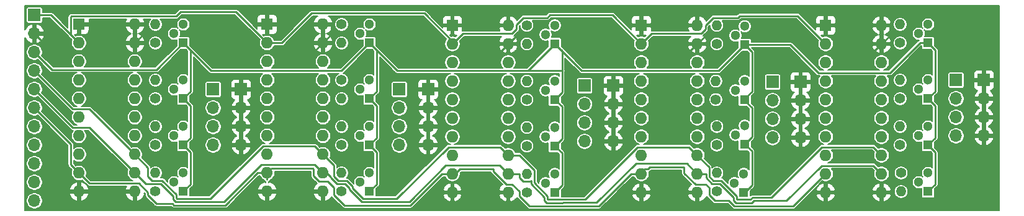
<source format=gbr>
%TF.GenerationSoftware,KiCad,Pcbnew,5.1.7-a382d34a8~87~ubuntu18.04.1*%
%TF.CreationDate,2020-11-02T19:01:26+01:00*%
%TF.ProjectId,controlled_generator_schematics,636f6e74-726f-46c6-9c65-645f67656e65,rev?*%
%TF.SameCoordinates,Original*%
%TF.FileFunction,Copper,L2,Bot*%
%TF.FilePolarity,Positive*%
%FSLAX46Y46*%
G04 Gerber Fmt 4.6, Leading zero omitted, Abs format (unit mm)*
G04 Created by KiCad (PCBNEW 5.1.7-a382d34a8~87~ubuntu18.04.1) date 2020-11-02 19:01:26*
%MOMM*%
%LPD*%
G01*
G04 APERTURE LIST*
%TA.AperFunction,ComponentPad*%
%ADD10O,1.600000X1.600000*%
%TD*%
%TA.AperFunction,ComponentPad*%
%ADD11R,1.600000X1.600000*%
%TD*%
%TA.AperFunction,ComponentPad*%
%ADD12O,1.700000X1.700000*%
%TD*%
%TA.AperFunction,ComponentPad*%
%ADD13R,1.700000X1.700000*%
%TD*%
%TA.AperFunction,ComponentPad*%
%ADD14R,1.300000X1.300000*%
%TD*%
%TA.AperFunction,ComponentPad*%
%ADD15C,1.300000*%
%TD*%
%TA.AperFunction,ComponentPad*%
%ADD16O,1.400000X1.400000*%
%TD*%
%TA.AperFunction,ComponentPad*%
%ADD17C,1.400000*%
%TD*%
%TA.AperFunction,Conductor*%
%ADD18C,0.250000*%
%TD*%
%TA.AperFunction,Conductor*%
%ADD19C,0.127000*%
%TD*%
%TA.AperFunction,Conductor*%
%ADD20C,0.100000*%
%TD*%
G04 APERTURE END LIST*
D10*
%TO.P,U3,20*%
%TO.N,GND*%
X339768001Y-340442001D03*
%TO.P,U3,10*%
X332148001Y-363302001D03*
%TO.P,U3,19*%
X339768001Y-342982001D03*
%TO.P,U3,9*%
%TO.N,DISABLE*%
X332148001Y-360762001D03*
%TO.P,U3,18*%
%TO.N,Net-(U3-Pad18)*%
X339768001Y-345522001D03*
%TO.P,U3,8*%
%TO.N,Net-(U3-Pad8)*%
X332148001Y-358222001D03*
%TO.P,U3,17*%
%TO.N,HB31*%
X339768001Y-348062001D03*
%TO.P,U3,7*%
%TO.N,DRAIN34*%
X332148001Y-355682001D03*
%TO.P,U3,16*%
%TO.N,HB32*%
X339768001Y-350602001D03*
%TO.P,U3,6*%
%TO.N,DRAIN33*%
X332148001Y-353142001D03*
%TO.P,U3,15*%
%TO.N,HB33*%
X339768001Y-353142001D03*
%TO.P,U3,5*%
%TO.N,DRAIN32*%
X332148001Y-350602001D03*
%TO.P,U3,14*%
%TO.N,HB34*%
X339768001Y-355682001D03*
%TO.P,U3,4*%
%TO.N,DRAIN31*%
X332148001Y-348062001D03*
%TO.P,U3,13*%
%TO.N,CLOCK*%
X339768001Y-358222001D03*
%TO.P,U3,3*%
%TO.N,DATA3*%
X332148001Y-345522001D03*
%TO.P,U3,12*%
%TO.N,LATCH*%
X339768001Y-360762001D03*
%TO.P,U3,2*%
%TO.N,+5V*%
X332148001Y-342982001D03*
%TO.P,U3,11*%
%TO.N,GND*%
X339768001Y-363302001D03*
D11*
%TO.P,U3,1*%
X332148001Y-340442001D03*
%TD*%
D12*
%TO.P,J6,4*%
%TO.N,GND*%
X303319001Y-356825001D03*
%TO.P,J6,3*%
X303319001Y-354285001D03*
%TO.P,J6,2*%
X303319001Y-351745001D03*
D13*
%TO.P,J6,1*%
X303319001Y-349205001D03*
%TD*%
D14*
%TO.P,Q9,1*%
%TO.N,+24V*%
X320845001Y-342855001D03*
D15*
%TO.P,Q9,3*%
%TO.N,HB21*%
X320845001Y-340315001D03*
%TO.P,Q9,2*%
%TO.N,Net-(Q9-Pad2)*%
X319575001Y-341585001D03*
%TD*%
D12*
%TO.P,J10,4*%
%TO.N,GND*%
X404665001Y-355555001D03*
%TO.P,J10,3*%
X404665001Y-353015001D03*
%TO.P,J10,2*%
X404665001Y-350475001D03*
D13*
%TO.P,J10,1*%
X404665001Y-347935001D03*
%TD*%
D12*
%TO.P,J9,4*%
%TO.N,GND*%
X379646001Y-355809001D03*
%TO.P,J9,3*%
X379646001Y-353269001D03*
%TO.P,J9,2*%
X379646001Y-350729001D03*
D13*
%TO.P,J9,1*%
X379646001Y-348189001D03*
%TD*%
D12*
%TO.P,J8,4*%
%TO.N,GND*%
X354119001Y-356317001D03*
%TO.P,J8,3*%
X354119001Y-353777001D03*
%TO.P,J8,2*%
X354119001Y-351237001D03*
D13*
%TO.P,J8,1*%
X354119001Y-348697001D03*
%TD*%
D12*
%TO.P,J7,4*%
%TO.N,GND*%
X328846001Y-356825001D03*
%TO.P,J7,3*%
X328846001Y-354285001D03*
%TO.P,J7,2*%
X328846001Y-351745001D03*
D13*
%TO.P,J7,1*%
X328846001Y-349205001D03*
%TD*%
D10*
%TO.P,U1,20*%
%TO.N,GND*%
X288830002Y-340315001D03*
%TO.P,U1,10*%
X281210002Y-363175001D03*
%TO.P,U1,19*%
X288830002Y-342855001D03*
%TO.P,U1,9*%
%TO.N,DISABLE*%
X281210002Y-360635001D03*
%TO.P,U1,18*%
%TO.N,Net-(U1-Pad18)*%
X288830002Y-345395001D03*
%TO.P,U1,8*%
%TO.N,Net-(U1-Pad8)*%
X281210002Y-358095001D03*
%TO.P,U1,17*%
%TO.N,HB1*%
X288830002Y-347935001D03*
%TO.P,U1,7*%
%TO.N,DRAIN4*%
X281210002Y-355555001D03*
%TO.P,U1,16*%
%TO.N,HB2*%
X288830002Y-350475001D03*
%TO.P,U1,6*%
%TO.N,DRAIN3*%
X281210002Y-353015001D03*
%TO.P,U1,15*%
%TO.N,HB3*%
X288830002Y-353015001D03*
%TO.P,U1,5*%
%TO.N,DRAIN2*%
X281210002Y-350475001D03*
%TO.P,U1,14*%
%TO.N,HB4*%
X288830002Y-355555001D03*
%TO.P,U1,4*%
%TO.N,DRAIN1*%
X281210002Y-347935001D03*
%TO.P,U1,13*%
%TO.N,CLOCK*%
X288830002Y-358095001D03*
%TO.P,U1,3*%
%TO.N,DATA1*%
X281210002Y-345395001D03*
%TO.P,U1,12*%
%TO.N,LATCH*%
X288830002Y-360635001D03*
%TO.P,U1,2*%
%TO.N,+5V*%
X281210002Y-342855001D03*
%TO.P,U1,11*%
%TO.N,GND*%
X288830002Y-363175001D03*
D11*
%TO.P,U1,1*%
X281210002Y-340315001D03*
%TD*%
D12*
%TO.P,J5,4*%
%TO.N,HB54*%
X400855001Y-355555001D03*
%TO.P,J5,3*%
%TO.N,HB53*%
X400855001Y-353015001D03*
%TO.P,J5,2*%
%TO.N,HB52*%
X400855001Y-350475001D03*
D13*
%TO.P,J5,1*%
%TO.N,HB51*%
X400855001Y-347935001D03*
%TD*%
D10*
%TO.P,U5,20*%
%TO.N,GND*%
X390695001Y-340442001D03*
%TO.P,U5,10*%
X383075001Y-363302001D03*
%TO.P,U5,19*%
X390695001Y-342982001D03*
%TO.P,U5,9*%
%TO.N,DISABLE*%
X383075001Y-360762001D03*
%TO.P,U5,18*%
%TO.N,Net-(U5-Pad18)*%
X390695001Y-345522001D03*
%TO.P,U5,8*%
%TO.N,Net-(U5-Pad8)*%
X383075001Y-358222001D03*
%TO.P,U5,17*%
%TO.N,HB51*%
X390695001Y-348062001D03*
%TO.P,U5,7*%
%TO.N,DRAIN54*%
X383075001Y-355682001D03*
%TO.P,U5,16*%
%TO.N,HB52*%
X390695001Y-350602001D03*
%TO.P,U5,6*%
%TO.N,DRAIN53*%
X383075001Y-353142001D03*
%TO.P,U5,15*%
%TO.N,HB53*%
X390695001Y-353142001D03*
%TO.P,U5,5*%
%TO.N,DRAIN52*%
X383075001Y-350602001D03*
%TO.P,U5,14*%
%TO.N,HB54*%
X390695001Y-355682001D03*
%TO.P,U5,4*%
%TO.N,DRAIN51*%
X383075001Y-348062001D03*
%TO.P,U5,13*%
%TO.N,CLOCK*%
X390695001Y-358222001D03*
%TO.P,U5,3*%
%TO.N,DATA5*%
X383075001Y-345522001D03*
%TO.P,U5,12*%
%TO.N,LATCH*%
X390695001Y-360762001D03*
%TO.P,U5,2*%
%TO.N,+5V*%
X383075001Y-342982001D03*
%TO.P,U5,11*%
%TO.N,GND*%
X390695001Y-363302001D03*
D11*
%TO.P,U5,1*%
X383075001Y-340442001D03*
%TD*%
D10*
%TO.P,U2,20*%
%TO.N,GND*%
X314495001Y-340315001D03*
%TO.P,U2,10*%
X306875001Y-363175001D03*
%TO.P,U2,19*%
X314495001Y-342855001D03*
%TO.P,U2,9*%
%TO.N,DISABLE*%
X306875001Y-360635001D03*
%TO.P,U2,18*%
%TO.N,Net-(U2-Pad18)*%
X314495001Y-345395001D03*
%TO.P,U2,8*%
%TO.N,Net-(U2-Pad8)*%
X306875001Y-358095001D03*
%TO.P,U2,17*%
%TO.N,HB21*%
X314495001Y-347935001D03*
%TO.P,U2,7*%
%TO.N,DRAIN24*%
X306875001Y-355555001D03*
%TO.P,U2,16*%
%TO.N,HB22*%
X314495001Y-350475001D03*
%TO.P,U2,6*%
%TO.N,DRAIN23*%
X306875001Y-353015001D03*
%TO.P,U2,15*%
%TO.N,HB23*%
X314495001Y-353015001D03*
%TO.P,U2,5*%
%TO.N,DRAIN22*%
X306875001Y-350475001D03*
%TO.P,U2,14*%
%TO.N,HB24*%
X314495001Y-355555001D03*
%TO.P,U2,4*%
%TO.N,DRAIN21*%
X306875001Y-347935001D03*
%TO.P,U2,13*%
%TO.N,CLOCK*%
X314495001Y-358095001D03*
%TO.P,U2,3*%
%TO.N,DATA2*%
X306875001Y-345395001D03*
%TO.P,U2,12*%
%TO.N,LATCH*%
X314495001Y-360635001D03*
%TO.P,U2,2*%
%TO.N,+5V*%
X306875001Y-342855001D03*
%TO.P,U2,11*%
%TO.N,GND*%
X314495001Y-363175001D03*
D11*
%TO.P,U2,1*%
X306875001Y-340315001D03*
%TD*%
D10*
%TO.P,U4,20*%
%TO.N,GND*%
X365549001Y-340442001D03*
%TO.P,U4,10*%
X357929001Y-363302001D03*
%TO.P,U4,19*%
X365549001Y-342982001D03*
%TO.P,U4,9*%
%TO.N,DISABLE*%
X357929001Y-360762001D03*
%TO.P,U4,18*%
%TO.N,Net-(U4-Pad18)*%
X365549001Y-345522001D03*
%TO.P,U4,8*%
%TO.N,Net-(U4-Pad8)*%
X357929001Y-358222001D03*
%TO.P,U4,17*%
%TO.N,HB41*%
X365549001Y-348062001D03*
%TO.P,U4,7*%
%TO.N,DRAIN44*%
X357929001Y-355682001D03*
%TO.P,U4,16*%
%TO.N,HB42*%
X365549001Y-350602001D03*
%TO.P,U4,6*%
%TO.N,DRAIN43*%
X357929001Y-353142001D03*
%TO.P,U4,15*%
%TO.N,HB43*%
X365549001Y-353142001D03*
%TO.P,U4,5*%
%TO.N,DRAIN42*%
X357929001Y-350602001D03*
%TO.P,U4,14*%
%TO.N,HB44*%
X365549001Y-355682001D03*
%TO.P,U4,4*%
%TO.N,DRAIN41*%
X357929001Y-348062001D03*
%TO.P,U4,13*%
%TO.N,CLOCK*%
X365549001Y-358222001D03*
%TO.P,U4,3*%
%TO.N,DATA4*%
X357929001Y-345522001D03*
%TO.P,U4,12*%
%TO.N,LATCH*%
X365549001Y-360762001D03*
%TO.P,U4,2*%
%TO.N,+5V*%
X357929001Y-342982001D03*
%TO.P,U4,11*%
%TO.N,GND*%
X365549001Y-363302001D03*
D11*
%TO.P,U4,1*%
X357929001Y-340442001D03*
%TD*%
D16*
%TO.P,R20,2*%
%TO.N,DRAIN34*%
X342308001Y-360762001D03*
D17*
%TO.P,R20,1*%
%TO.N,Net-(Q20-Pad2)*%
X342308001Y-363302001D03*
%TD*%
D16*
%TO.P,R19,2*%
%TO.N,DRAIN33*%
X342308001Y-354412001D03*
D17*
%TO.P,R19,1*%
%TO.N,Net-(Q19-Pad2)*%
X342308001Y-356952001D03*
%TD*%
D16*
%TO.P,R18,2*%
%TO.N,DRAIN32*%
X342308001Y-348062001D03*
D17*
%TO.P,R18,1*%
%TO.N,Net-(Q18-Pad2)*%
X342308001Y-350602001D03*
%TD*%
D16*
%TO.P,R17,2*%
%TO.N,DRAIN31*%
X342308001Y-342982001D03*
D17*
%TO.P,R17,1*%
%TO.N,Net-(Q17-Pad2)*%
X342308001Y-340442001D03*
%TD*%
D16*
%TO.P,R16,2*%
%TO.N,DRAIN54*%
X393362001Y-363175001D03*
D17*
%TO.P,R16,1*%
%TO.N,Net-(Q16-Pad2)*%
X393362001Y-360635001D03*
%TD*%
D16*
%TO.P,R15,2*%
%TO.N,DRAIN53*%
X393235001Y-354285001D03*
D17*
%TO.P,R15,1*%
%TO.N,Net-(Q15-Pad2)*%
X393235001Y-356825001D03*
%TD*%
%TO.P,R14,1*%
%TO.N,Net-(Q14-Pad2)*%
X393235001Y-350475001D03*
D16*
%TO.P,R14,2*%
%TO.N,DRAIN52*%
X393235001Y-347935001D03*
%TD*%
%TO.P,R13,2*%
%TO.N,DRAIN51*%
X393235001Y-340315001D03*
D17*
%TO.P,R13,1*%
%TO.N,Net-(Q13-Pad2)*%
X393235001Y-342855001D03*
%TD*%
D16*
%TO.P,R12,2*%
%TO.N,DRAIN24*%
X317035001Y-360635001D03*
D17*
%TO.P,R12,1*%
%TO.N,Net-(Q12-Pad2)*%
X317035001Y-363175001D03*
%TD*%
D16*
%TO.P,R11,2*%
%TO.N,DRAIN23*%
X317035001Y-354285001D03*
D17*
%TO.P,R11,1*%
%TO.N,Net-(Q11-Pad2)*%
X317035001Y-356825001D03*
%TD*%
D16*
%TO.P,R10,2*%
%TO.N,DRAIN22*%
X317035001Y-350475001D03*
D17*
%TO.P,R10,1*%
%TO.N,Net-(Q10-Pad2)*%
X317035001Y-347935001D03*
%TD*%
D16*
%TO.P,R9,2*%
%TO.N,DRAIN21*%
X317035001Y-342855001D03*
D17*
%TO.P,R9,1*%
%TO.N,Net-(Q9-Pad2)*%
X317035001Y-340315001D03*
%TD*%
D16*
%TO.P,R8,2*%
%TO.N,DRAIN44*%
X368216001Y-360635001D03*
D17*
%TO.P,R8,1*%
%TO.N,Net-(Q8-Pad2)*%
X368216001Y-363175001D03*
%TD*%
D16*
%TO.P,R7,2*%
%TO.N,DRAIN43*%
X368216001Y-354285001D03*
D17*
%TO.P,R7,1*%
%TO.N,Net-(Q7-Pad2)*%
X368216001Y-356825001D03*
%TD*%
D16*
%TO.P,R6,2*%
%TO.N,DRAIN42*%
X368089001Y-348062001D03*
D17*
%TO.P,R6,1*%
%TO.N,Net-(Q6-Pad2)*%
X368089001Y-350602001D03*
%TD*%
D16*
%TO.P,R5,2*%
%TO.N,DRAIN41*%
X368216001Y-340442001D03*
D17*
%TO.P,R5,1*%
%TO.N,Net-(Q5-Pad2)*%
X368216001Y-342982001D03*
%TD*%
D14*
%TO.P,Q20,1*%
%TO.N,+24V*%
X346118001Y-363302001D03*
D15*
%TO.P,Q20,3*%
%TO.N,HB34*%
X346118001Y-360762001D03*
%TO.P,Q20,2*%
%TO.N,Net-(Q20-Pad2)*%
X344848001Y-362032001D03*
%TD*%
D14*
%TO.P,Q19,1*%
%TO.N,+24V*%
X346118001Y-356952001D03*
D15*
%TO.P,Q19,3*%
%TO.N,HB33*%
X346118001Y-354412001D03*
%TO.P,Q19,2*%
%TO.N,Net-(Q19-Pad2)*%
X344848001Y-355682001D03*
%TD*%
D14*
%TO.P,Q18,1*%
%TO.N,+24V*%
X346118001Y-350602001D03*
D15*
%TO.P,Q18,3*%
%TO.N,HB32*%
X346118001Y-348062001D03*
%TO.P,Q18,2*%
%TO.N,Net-(Q18-Pad2)*%
X344848001Y-349332001D03*
%TD*%
D14*
%TO.P,Q17,1*%
%TO.N,+24V*%
X346118001Y-342982001D03*
D15*
%TO.P,Q17,3*%
%TO.N,HB31*%
X346118001Y-340442001D03*
%TO.P,Q17,2*%
%TO.N,Net-(Q17-Pad2)*%
X344848001Y-341712001D03*
%TD*%
D14*
%TO.P,Q16,1*%
%TO.N,+24V*%
X397045001Y-363175001D03*
D15*
%TO.P,Q16,3*%
%TO.N,HB54*%
X397045001Y-360635001D03*
%TO.P,Q16,2*%
%TO.N,Net-(Q16-Pad2)*%
X395775001Y-361905001D03*
%TD*%
D14*
%TO.P,Q15,1*%
%TO.N,+24V*%
X397045001Y-356825001D03*
D15*
%TO.P,Q15,3*%
%TO.N,HB53*%
X397045001Y-354285001D03*
%TO.P,Q15,2*%
%TO.N,Net-(Q15-Pad2)*%
X395775001Y-355555001D03*
%TD*%
D14*
%TO.P,Q14,1*%
%TO.N,+24V*%
X397045001Y-350475001D03*
D15*
%TO.P,Q14,3*%
%TO.N,HB52*%
X397045001Y-347935001D03*
%TO.P,Q14,2*%
%TO.N,Net-(Q14-Pad2)*%
X395775001Y-349205001D03*
%TD*%
D14*
%TO.P,Q13,1*%
%TO.N,+24V*%
X397045001Y-342855001D03*
D15*
%TO.P,Q13,3*%
%TO.N,HB51*%
X397045001Y-340315001D03*
%TO.P,Q13,2*%
%TO.N,Net-(Q13-Pad2)*%
X395775001Y-341585001D03*
%TD*%
D14*
%TO.P,Q12,1*%
%TO.N,+24V*%
X320845001Y-363175001D03*
D15*
%TO.P,Q12,3*%
%TO.N,HB24*%
X320845001Y-360635001D03*
%TO.P,Q12,2*%
%TO.N,Net-(Q12-Pad2)*%
X319575001Y-361905001D03*
%TD*%
D14*
%TO.P,Q11,1*%
%TO.N,+24V*%
X320845001Y-356825001D03*
D15*
%TO.P,Q11,3*%
%TO.N,HB23*%
X320845001Y-354285001D03*
%TO.P,Q11,2*%
%TO.N,Net-(Q11-Pad2)*%
X319575001Y-355555001D03*
%TD*%
D14*
%TO.P,Q10,1*%
%TO.N,+24V*%
X320845001Y-350475001D03*
D15*
%TO.P,Q10,3*%
%TO.N,HB22*%
X320845001Y-347935001D03*
%TO.P,Q10,2*%
%TO.N,Net-(Q10-Pad2)*%
X319575001Y-349205001D03*
%TD*%
D14*
%TO.P,Q8,1*%
%TO.N,+24V*%
X371899001Y-363302001D03*
D15*
%TO.P,Q8,3*%
%TO.N,HB44*%
X371899001Y-360762001D03*
%TO.P,Q8,2*%
%TO.N,Net-(Q8-Pad2)*%
X370629001Y-362032001D03*
%TD*%
D14*
%TO.P,Q7,1*%
%TO.N,+24V*%
X372026001Y-356698001D03*
D15*
%TO.P,Q7,3*%
%TO.N,HB43*%
X372026001Y-354158001D03*
%TO.P,Q7,2*%
%TO.N,Net-(Q7-Pad2)*%
X370756001Y-355428001D03*
%TD*%
D14*
%TO.P,Q6,1*%
%TO.N,+24V*%
X372026001Y-350602001D03*
D15*
%TO.P,Q6,3*%
%TO.N,HB42*%
X372026001Y-348062001D03*
%TO.P,Q6,2*%
%TO.N,Net-(Q6-Pad2)*%
X370756001Y-349332001D03*
%TD*%
D14*
%TO.P,Q5,1*%
%TO.N,+24V*%
X372026001Y-343109001D03*
D15*
%TO.P,Q5,3*%
%TO.N,HB41*%
X372026001Y-340569001D03*
%TO.P,Q5,2*%
%TO.N,Net-(Q5-Pad2)*%
X370756001Y-341839001D03*
%TD*%
D12*
%TO.P,J3,4*%
%TO.N,HB34*%
X350182001Y-356317001D03*
%TO.P,J3,3*%
%TO.N,HB33*%
X350182001Y-353777001D03*
%TO.P,J3,2*%
%TO.N,HB32*%
X350182001Y-351237001D03*
D13*
%TO.P,J3,1*%
%TO.N,HB31*%
X350182001Y-348697001D03*
%TD*%
D12*
%TO.P,J2,4*%
%TO.N,HB24*%
X324909001Y-356825001D03*
%TO.P,J2,3*%
%TO.N,HB23*%
X324909001Y-354285001D03*
%TO.P,J2,2*%
%TO.N,HB22*%
X324909001Y-351745001D03*
D13*
%TO.P,J2,1*%
%TO.N,HB21*%
X324909001Y-349205001D03*
%TD*%
D12*
%TO.P,J4,4*%
%TO.N,HB44*%
X375836001Y-355809001D03*
%TO.P,J4,3*%
%TO.N,HB43*%
X375836001Y-353269001D03*
%TO.P,J4,2*%
%TO.N,HB42*%
X375836001Y-350729001D03*
D13*
%TO.P,J4,1*%
%TO.N,HB41*%
X375836001Y-348189001D03*
%TD*%
D16*
%TO.P,R4,2*%
%TO.N,DRAIN4*%
X291635001Y-360635001D03*
D17*
%TO.P,R4,1*%
%TO.N,Net-(Q4-Pad2)*%
X291635001Y-363175001D03*
%TD*%
D16*
%TO.P,R3,2*%
%TO.N,DRAIN3*%
X291635001Y-354285001D03*
D17*
%TO.P,R3,1*%
%TO.N,Net-(Q3-Pad2)*%
X291635001Y-356825001D03*
%TD*%
D16*
%TO.P,R2,2*%
%TO.N,DRAIN2*%
X291635001Y-347935001D03*
D17*
%TO.P,R2,1*%
%TO.N,Net-(Q2-Pad2)*%
X291635001Y-350475001D03*
%TD*%
D16*
%TO.P,R1,2*%
%TO.N,DRAIN1*%
X291635001Y-340315001D03*
D17*
%TO.P,R1,1*%
%TO.N,Net-(Q1-Pad2)*%
X291635001Y-342855001D03*
%TD*%
D14*
%TO.P,Q4,1*%
%TO.N,+24V*%
X295445001Y-363175001D03*
D15*
%TO.P,Q4,3*%
%TO.N,HB4*%
X295445001Y-360635001D03*
%TO.P,Q4,2*%
%TO.N,Net-(Q4-Pad2)*%
X294175001Y-361905001D03*
%TD*%
D14*
%TO.P,Q3,1*%
%TO.N,+24V*%
X295445001Y-356825001D03*
D15*
%TO.P,Q3,3*%
%TO.N,HB3*%
X295445001Y-354285001D03*
%TO.P,Q3,2*%
%TO.N,Net-(Q3-Pad2)*%
X294175001Y-355555001D03*
%TD*%
D14*
%TO.P,Q2,1*%
%TO.N,+24V*%
X295445001Y-350475001D03*
D15*
%TO.P,Q2,3*%
%TO.N,HB2*%
X295445001Y-347935001D03*
%TO.P,Q2,2*%
%TO.N,Net-(Q2-Pad2)*%
X294175001Y-349205001D03*
%TD*%
D14*
%TO.P,Q1,1*%
%TO.N,+24V*%
X295445001Y-342855001D03*
D15*
%TO.P,Q1,3*%
%TO.N,HB1*%
X295445001Y-340315001D03*
%TO.P,Q1,2*%
%TO.N,Net-(Q1-Pad2)*%
X294175001Y-341585001D03*
%TD*%
D12*
%TO.P,J1,4*%
%TO.N,HB4*%
X299509001Y-356825001D03*
%TO.P,J1,3*%
%TO.N,HB3*%
X299509001Y-354285001D03*
%TO.P,J1,2*%
%TO.N,HB2*%
X299509001Y-351745001D03*
D13*
%TO.P,J1,1*%
%TO.N,HB1*%
X299509001Y-349205001D03*
%TD*%
D12*
%TO.P,J0,11*%
%TO.N,DATA5*%
X275125001Y-364445001D03*
%TO.P,J0,10*%
%TO.N,DATA4*%
X275125001Y-361905001D03*
%TO.P,J0,9*%
%TO.N,DATA3*%
X275125001Y-359365001D03*
%TO.P,J0,8*%
%TO.N,DATA2*%
X275125001Y-356825001D03*
%TO.P,J0,7*%
%TO.N,DATA1*%
X275125001Y-354285001D03*
%TO.P,J0,6*%
%TO.N,DISABLE*%
X275125001Y-351745001D03*
%TO.P,J0,5*%
%TO.N,LATCH*%
X275125001Y-349205001D03*
%TO.P,J0,4*%
%TO.N,CLOCK*%
X275125001Y-346665001D03*
%TO.P,J0,3*%
%TO.N,+24V*%
X275125001Y-344125001D03*
%TO.P,J0,2*%
%TO.N,GND*%
X275125001Y-341585001D03*
D13*
%TO.P,J0,1*%
%TO.N,+5V*%
X275125001Y-339045001D03*
%TD*%
D18*
%TO.N,GND*%
X284648562Y-342855001D02*
X283523561Y-343980002D01*
X277520002Y-343980002D02*
X275125001Y-341585001D01*
X288830002Y-342855001D02*
X284648562Y-342855001D01*
X283523561Y-343980002D02*
X277520002Y-343980002D01*
X288830002Y-342855001D02*
X290345001Y-341340002D01*
X290345001Y-341340002D02*
X292976998Y-341340002D01*
X292976998Y-341340002D02*
X295271999Y-339045001D01*
X295271999Y-339045001D02*
X301399999Y-339045001D01*
X301399999Y-339045001D02*
X306335000Y-343980002D01*
X306335000Y-343980002D02*
X313370000Y-343980002D01*
X314495001Y-342855001D02*
X315620002Y-341730000D01*
X313370000Y-343980002D02*
X314495001Y-342855001D01*
X315620002Y-341730000D02*
X315620002Y-340212998D01*
X316543000Y-339290000D02*
X326790998Y-339290000D01*
X315620002Y-340212998D02*
X316543000Y-339290000D01*
X326790998Y-339290000D02*
X331608000Y-344107002D01*
X331608000Y-344107002D02*
X338643000Y-344107002D01*
X341283000Y-341467002D02*
X343649998Y-341467002D01*
X338643000Y-344107002D02*
X339768001Y-342982001D01*
X339768001Y-342982001D02*
X341283000Y-341467002D01*
X343649998Y-341467002D02*
X345650000Y-339467000D01*
X345650000Y-339467000D02*
X352748998Y-339467000D01*
X352748998Y-339467000D02*
X357389000Y-344107002D01*
X357389000Y-344107002D02*
X364424000Y-344107002D01*
X364424000Y-344107002D02*
X365549001Y-342982001D01*
X369195000Y-341957000D02*
X371558000Y-339594000D01*
X371558000Y-339594000D02*
X378021998Y-339594000D01*
X366574002Y-341957000D02*
X369195000Y-341957000D01*
X365549001Y-342982001D02*
X366574002Y-341957000D01*
X378021998Y-339594000D02*
X382552999Y-344125001D01*
X389552001Y-344125001D02*
X390695001Y-342982001D01*
X382552999Y-344125001D02*
X389552001Y-344125001D01*
X391820002Y-340212998D02*
X392743000Y-339290000D01*
X397463002Y-339290000D02*
X404665001Y-346491999D01*
X392743000Y-339290000D02*
X397463002Y-339290000D01*
X390695001Y-342982001D02*
X391820002Y-341857000D01*
X404665001Y-346491999D02*
X404665001Y-347935001D01*
X391820002Y-341857000D02*
X391820002Y-340212998D01*
X404665001Y-355555001D02*
X404665001Y-347935001D01*
X321520000Y-339340000D02*
X321648000Y-339340000D01*
%TO.N,LATCH*%
X357183589Y-359347002D02*
X364134002Y-359347002D01*
X364134002Y-359347002D02*
X365549001Y-360762001D01*
X339768001Y-360762001D02*
X341283000Y-360762001D01*
X341816000Y-361787002D02*
X342800002Y-361787002D01*
X341283000Y-361254002D02*
X341816000Y-361787002D01*
X342800002Y-361787002D02*
X342882992Y-361704012D01*
X342882992Y-361704012D02*
X342882993Y-362146406D01*
X347242414Y-364699000D02*
X351831591Y-364699000D01*
X345021600Y-364727012D02*
X347214403Y-364727011D01*
X347214403Y-364727011D02*
X347242414Y-364699000D01*
X351831591Y-364699000D02*
X357183589Y-359347002D01*
X341283000Y-360762001D02*
X341283000Y-361254002D01*
X344692990Y-363956403D02*
X344692991Y-364398403D01*
X344692991Y-364398403D02*
X345021600Y-364727012D01*
X342882993Y-362146406D02*
X344692990Y-363956403D01*
X326276579Y-364600013D02*
X331258296Y-359618296D01*
X339768001Y-360762001D02*
X338624296Y-359618296D01*
X338624296Y-359618296D02*
X331258296Y-359618296D01*
X317527002Y-362150000D02*
X318060002Y-362683000D01*
X318060002Y-362683000D02*
X318060002Y-362911415D01*
X319748600Y-364600013D02*
X326276579Y-364600013D01*
X316396587Y-362150000D02*
X317527002Y-362150000D01*
X315559989Y-361313402D02*
X316396587Y-362150000D01*
X315559989Y-361191989D02*
X315559989Y-361313402D01*
X315003001Y-360635001D02*
X315559989Y-361191989D01*
X314495001Y-360635001D02*
X315003001Y-360635001D01*
X318060002Y-362911415D02*
X319748600Y-364600013D01*
X294019989Y-363781988D02*
X294019989Y-364271402D01*
X288830002Y-360635001D02*
X290305014Y-362110013D01*
X294019989Y-364271402D02*
X294348600Y-364600012D01*
X294348600Y-364600012D02*
X301003580Y-364600012D01*
X290305014Y-362110013D02*
X292348014Y-362110013D01*
X306093592Y-359510000D02*
X313370000Y-359510000D01*
X301003580Y-364600012D02*
X306093592Y-359510000D01*
X292348014Y-362110013D02*
X294019989Y-363781988D01*
X313370000Y-359510000D02*
X314495001Y-360635001D01*
X373277414Y-364445000D02*
X377727000Y-364445000D01*
X377727000Y-364445000D02*
X382535000Y-359637000D01*
X382535000Y-359637000D02*
X389570000Y-359637000D01*
X389570000Y-359637000D02*
X390695001Y-360762001D01*
X365549001Y-360762001D02*
X366740990Y-360762001D01*
X367537600Y-362110012D02*
X368627600Y-362110012D01*
X366740991Y-361313403D02*
X367537600Y-362110012D01*
X366740990Y-360762001D02*
X366740991Y-361313403D01*
X370802600Y-364727012D02*
X372995403Y-364727011D01*
X368627600Y-362110012D02*
X370473990Y-363956402D01*
X370473990Y-363956402D02*
X370473991Y-364398403D01*
X370473991Y-364398403D02*
X370802600Y-364727012D01*
X372995403Y-364727011D02*
X373277414Y-364445000D01*
X275125001Y-349205001D02*
X280350000Y-354430000D01*
X280350000Y-354430000D02*
X282625001Y-354430000D01*
X282625001Y-354430000D02*
X288830002Y-360635001D01*
%TO.N,CLOCK*%
X372809002Y-364277002D02*
X373091014Y-363994990D01*
X370989000Y-364277002D02*
X372809002Y-364277002D01*
X368814000Y-361660002D02*
X370924000Y-363770002D01*
X365549001Y-358222001D02*
X367191000Y-359864000D01*
X367191000Y-359864000D02*
X367191000Y-361127002D01*
X367191000Y-361127002D02*
X367724000Y-361660002D01*
X367724000Y-361660002D02*
X368814000Y-361660002D01*
X373091014Y-363994990D02*
X375637010Y-363994990D01*
X370924000Y-363770002D02*
X370924000Y-364212002D01*
X382535000Y-357097000D02*
X389570000Y-357097000D01*
X375637010Y-363994990D02*
X382535000Y-357097000D01*
X370924000Y-364212002D02*
X370989000Y-364277002D01*
X389570000Y-357097000D02*
X390695001Y-358222001D01*
X345143000Y-364212002D02*
X345208000Y-364277002D01*
X347028002Y-364277002D02*
X347056014Y-364248990D01*
X343333002Y-360270000D02*
X343333002Y-361960005D01*
X339768001Y-358222001D02*
X341285003Y-358222001D01*
X357389000Y-357097000D02*
X364424000Y-357097000D01*
X364424000Y-357097000D02*
X365549001Y-358222001D01*
X341285003Y-358222001D02*
X343333002Y-360270000D01*
X345208000Y-364277002D02*
X347028002Y-364277002D01*
X350237010Y-364248990D02*
X357389000Y-357097000D01*
X347056014Y-364248990D02*
X350237010Y-364248990D01*
X345143000Y-363770002D02*
X345143000Y-364212002D01*
X343333002Y-361960005D02*
X345143000Y-363770002D01*
X338643000Y-357097000D02*
X339768001Y-358222001D01*
X316010000Y-359610000D02*
X316010000Y-361127002D01*
X316582987Y-361699989D02*
X317713402Y-361699989D01*
X324554998Y-364150002D02*
X331608000Y-357097000D01*
X316010000Y-361127002D02*
X316582987Y-361699989D01*
X331608000Y-357097000D02*
X338643000Y-357097000D01*
X314495001Y-358095001D02*
X316010000Y-359610000D01*
X318510013Y-362496600D02*
X318510013Y-362725015D01*
X319935001Y-364150002D02*
X324554998Y-364150002D01*
X318510013Y-362725015D02*
X319935001Y-364150002D01*
X317713402Y-361699989D02*
X318510013Y-362496600D01*
X291143000Y-361660002D02*
X292534414Y-361660002D01*
X292534414Y-361660002D02*
X294470000Y-363595588D01*
X294470000Y-363595588D02*
X294470000Y-364085002D01*
X294470000Y-364085002D02*
X294535000Y-364150002D01*
X299154998Y-364150002D02*
X306335000Y-356970000D01*
X294535000Y-364150002D02*
X299154998Y-364150002D01*
X290610000Y-359874999D02*
X290610000Y-361127002D01*
X288830002Y-358095001D02*
X290610000Y-359874999D01*
X306335000Y-356970000D02*
X313370000Y-356970000D01*
X290610000Y-361127002D02*
X291143000Y-361660002D01*
X313370000Y-356970000D02*
X314495001Y-358095001D01*
X275125001Y-346665001D02*
X280350000Y-351890000D01*
X280350000Y-351890000D02*
X282625001Y-351890000D01*
X282625001Y-351890000D02*
X288830002Y-358095001D01*
%TO.N,DISABLE*%
X378659980Y-365177022D02*
X370616201Y-365177022D01*
X378659980Y-365177022D02*
X383075001Y-360762001D01*
X369939090Y-364499912D02*
X370616201Y-365177022D01*
X363771001Y-359873001D02*
X363771001Y-360649003D01*
X363771001Y-360649003D02*
X365298998Y-362177000D01*
X365298998Y-362177000D02*
X366710000Y-362177000D01*
X366710000Y-362177000D02*
X367191000Y-362658000D01*
X367191000Y-362658000D02*
X367191000Y-363667002D01*
X367191000Y-363667002D02*
X367968999Y-364445001D01*
X367968999Y-364445001D02*
X369884179Y-364445001D01*
X359072001Y-359873001D02*
X363771001Y-359873001D01*
X358818001Y-360127001D02*
X359072001Y-359873001D01*
X358437001Y-360127001D02*
X358818001Y-360127001D01*
X357929001Y-360635001D02*
X358437001Y-360127001D01*
X357929001Y-360762001D02*
X357929001Y-360635001D01*
X369884179Y-364445001D02*
X369939090Y-364499912D01*
X369866180Y-364427002D02*
X369939090Y-364499912D01*
X352116978Y-365177024D02*
X356532001Y-360762001D01*
X356532001Y-360762001D02*
X357929001Y-360762001D01*
X341283000Y-363794002D02*
X342666022Y-365177024D01*
X340308002Y-362177000D02*
X341283000Y-363151998D01*
X339517998Y-362177000D02*
X340308002Y-362177000D01*
X341283000Y-363151998D02*
X341283000Y-363794002D01*
X337736001Y-360127001D02*
X337736001Y-360395003D01*
X337736001Y-360395003D02*
X339517998Y-362177000D01*
X342666022Y-365177024D02*
X352116978Y-365177024D01*
X333164001Y-360127001D02*
X337736001Y-360127001D01*
X332529001Y-360762001D02*
X333164001Y-360127001D01*
X332148001Y-360762001D02*
X332529001Y-360762001D01*
X330751001Y-360762001D02*
X326433001Y-365080001D01*
X326433001Y-365080001D02*
X326306001Y-365080001D01*
X326306001Y-365080001D02*
X317422999Y-365080001D01*
X332148001Y-360762001D02*
X330751001Y-360762001D01*
X315112002Y-361760002D02*
X313955000Y-361760002D01*
X313225001Y-360127001D02*
X313098001Y-360000001D01*
X316010000Y-362658000D02*
X315112002Y-361760002D01*
X316010000Y-363667002D02*
X316010000Y-362658000D01*
X317422999Y-365080001D02*
X316010000Y-363667002D01*
X313955000Y-361760002D02*
X313225001Y-361030003D01*
X313225001Y-361030003D02*
X313225001Y-360127001D01*
X313098001Y-360000001D02*
X307510001Y-360000001D01*
X307510001Y-360000001D02*
X306875001Y-360635001D01*
X294162200Y-365050022D02*
X301130022Y-365050022D01*
X305605001Y-360635001D02*
X301189980Y-365050022D01*
X301189980Y-365050022D02*
X301130022Y-365050022D01*
X306875001Y-360635001D02*
X305605001Y-360635001D01*
X357929001Y-360889001D02*
X357929001Y-360762001D01*
X306875001Y-361509999D02*
X306875001Y-360635001D01*
X291768999Y-364826001D02*
X293938179Y-364826001D01*
X290610000Y-363667002D02*
X291768999Y-364826001D01*
X290610000Y-363289997D02*
X290610000Y-363667002D01*
X289370003Y-362050000D02*
X290610000Y-363289997D01*
X281210002Y-360635001D02*
X282625001Y-362050000D01*
X282625001Y-362050000D02*
X289370003Y-362050000D01*
X293938179Y-364826001D02*
X294162200Y-365050022D01*
X275125001Y-351745001D02*
X280085001Y-356705001D01*
X280085001Y-356705001D02*
X280085001Y-359510000D01*
X280085001Y-359510000D02*
X281210002Y-360635001D01*
%TO.N,+5V*%
X366674002Y-340466998D02*
X367724000Y-339417000D01*
X366089002Y-341567002D02*
X366674002Y-340982002D01*
X371371600Y-339143989D02*
X379236989Y-339143989D01*
X371098590Y-339417000D02*
X371371600Y-339143989D01*
X379236989Y-339143989D02*
X383075001Y-342982001D01*
X366674002Y-340982002D02*
X366674002Y-340466998D01*
X359344000Y-341567002D02*
X366089002Y-341567002D01*
X367724000Y-339417000D02*
X371098590Y-339417000D01*
X357929001Y-342982001D02*
X359344000Y-341567002D01*
X353963989Y-339016989D02*
X357929001Y-342982001D01*
X340893002Y-340339998D02*
X341816000Y-339417000D01*
X340893002Y-340982002D02*
X340893002Y-340339998D01*
X341816000Y-339417000D02*
X345063590Y-339417000D01*
X345063590Y-339417000D02*
X345463600Y-339016989D01*
X332148001Y-342982001D02*
X333563000Y-341567002D01*
X345463600Y-339016989D02*
X353963989Y-339016989D01*
X340308002Y-341567002D02*
X340893002Y-340982002D01*
X333563000Y-341567002D02*
X340308002Y-341567002D01*
X312971001Y-338791001D02*
X328311999Y-338791001D01*
X328311999Y-338791001D02*
X332148001Y-342627003D01*
X332148001Y-342627003D02*
X332148001Y-342982001D01*
X308907001Y-342855001D02*
X312971001Y-338791001D01*
X306875001Y-342855001D02*
X308907001Y-342855001D01*
X281210002Y-342855001D02*
X280085001Y-341730000D01*
X280085001Y-341730000D02*
X280085001Y-339255000D01*
X280085001Y-339255000D02*
X280150001Y-339190000D01*
X280150001Y-339190000D02*
X294490590Y-339190000D01*
X295085599Y-338594990D02*
X302614990Y-338594990D01*
X294490590Y-339190000D02*
X295085599Y-338594990D01*
X302614990Y-338594990D02*
X306075002Y-342055002D01*
X306075002Y-342055002D02*
X306875001Y-342855001D01*
X275125001Y-339045001D02*
X277400002Y-339045001D01*
X277400002Y-339045001D02*
X281210002Y-342855001D01*
%TO.N,+24V*%
X295445001Y-342855001D02*
X291780000Y-346520002D01*
X291780000Y-346520002D02*
X277520002Y-346520002D01*
X277520002Y-346520002D02*
X275125001Y-344125001D01*
X397045001Y-356825001D02*
X398020002Y-357800002D01*
X398020002Y-362200000D02*
X397045001Y-363175001D01*
X398020002Y-357800002D02*
X398020002Y-362200000D01*
X397045001Y-350475001D02*
X398020002Y-351450002D01*
X398020002Y-351450002D02*
X398020002Y-355850000D01*
X398020002Y-355850000D02*
X397045001Y-356825001D01*
X397045001Y-342855001D02*
X398020002Y-343830002D01*
X398020002Y-343830002D02*
X398020002Y-349500000D01*
X398020002Y-349500000D02*
X397045001Y-350475001D01*
X372026001Y-343109001D02*
X378249001Y-343109001D01*
X391866004Y-346937000D02*
X395948003Y-342855001D01*
X378249001Y-343109001D02*
X382077000Y-346937000D01*
X382077000Y-346937000D02*
X391866004Y-346937000D01*
X395948003Y-342855001D02*
X397045001Y-342855001D01*
X372026001Y-356698001D02*
X373001002Y-357673002D01*
X373001002Y-357673002D02*
X373001002Y-362327000D01*
X373001002Y-362327000D02*
X372026001Y-363302001D01*
X372026001Y-343109001D02*
X372874002Y-343957002D01*
X372026001Y-343109001D02*
X368488000Y-346647002D01*
X368488000Y-346647002D02*
X349783002Y-346647002D01*
X349783002Y-346647002D02*
X346118001Y-342982001D01*
X326959000Y-346647002D02*
X324637002Y-346647002D01*
X326542002Y-346647002D02*
X326959000Y-346647002D01*
X320845001Y-342855001D02*
X324020001Y-346030001D01*
X324637002Y-346647002D02*
X324020001Y-346030001D01*
X324020001Y-346030001D02*
X324510002Y-346520002D01*
X320845001Y-342855001D02*
X321820002Y-343830002D01*
X321820002Y-343830002D02*
X321820002Y-349500000D01*
X321820002Y-349500000D02*
X320845001Y-350475001D01*
X320845001Y-342855001D02*
X320845001Y-342728001D01*
X320845001Y-342855001D02*
X317035001Y-346665001D01*
X317035001Y-346665001D02*
X299255001Y-346665001D01*
X299255001Y-346665001D02*
X295445001Y-342855001D01*
X346118001Y-356952001D02*
X347093002Y-357927002D01*
X347093002Y-357927002D02*
X347093002Y-362327000D01*
X347093002Y-362327000D02*
X346118001Y-363302001D01*
X346118001Y-350602001D02*
X347093002Y-351577002D01*
X347093002Y-351577002D02*
X347093002Y-355977000D01*
X347093002Y-355977000D02*
X346118001Y-356952001D01*
X346118001Y-342982001D02*
X347093002Y-343957002D01*
X347093002Y-343957002D02*
X347093002Y-349627000D01*
X347093002Y-349627000D02*
X346118001Y-350602001D01*
X320845001Y-356825001D02*
X321820002Y-357800002D01*
X321820002Y-357800002D02*
X321820002Y-362200000D01*
X321820002Y-362200000D02*
X320845001Y-363175001D01*
X320845001Y-350475001D02*
X321820002Y-351450002D01*
X321820002Y-351450002D02*
X321820002Y-355850000D01*
X321820002Y-355850000D02*
X320845001Y-356825001D01*
X295445001Y-356825001D02*
X296420002Y-357800002D01*
X296420002Y-357800002D02*
X296420002Y-362200000D01*
X296420002Y-362200000D02*
X295445001Y-363175001D01*
X295445001Y-350475001D02*
X296420002Y-351450002D01*
X296420002Y-355850000D02*
X295445001Y-356825001D01*
X296420002Y-351450002D02*
X296420002Y-355850000D01*
X295445001Y-342855001D02*
X296420002Y-343830002D01*
X296420002Y-343830002D02*
X296420002Y-349500000D01*
X296420002Y-349500000D02*
X295445001Y-350475001D01*
X342453000Y-346647002D02*
X346118001Y-342982001D01*
X326959000Y-346647002D02*
X347152000Y-346647002D01*
X373001002Y-344084002D02*
X372026001Y-343109001D01*
X373001002Y-349500000D02*
X373001002Y-344084002D01*
X371899001Y-350602001D02*
X373001002Y-349500000D01*
X373001002Y-351704002D02*
X371899001Y-350602001D01*
X373001002Y-355723000D02*
X373001002Y-351704002D01*
X372026001Y-356698001D02*
X373001002Y-355723000D01*
%TD*%
D19*
%TO.N,GND*%
X406735501Y-365753501D02*
X273816501Y-365753501D01*
X273816501Y-364335331D01*
X274011501Y-364335331D01*
X274011501Y-364554671D01*
X274054292Y-364769797D01*
X274138230Y-364972441D01*
X274260089Y-365154816D01*
X274415186Y-365309913D01*
X274597561Y-365431772D01*
X274800205Y-365515710D01*
X275015331Y-365558501D01*
X275234671Y-365558501D01*
X275449797Y-365515710D01*
X275652441Y-365431772D01*
X275834816Y-365309913D01*
X275989913Y-365154816D01*
X276111772Y-364972441D01*
X276195710Y-364769797D01*
X276238501Y-364554671D01*
X276238501Y-364335331D01*
X276195710Y-364120205D01*
X276111772Y-363917561D01*
X275989913Y-363735186D01*
X275834816Y-363580089D01*
X275828137Y-363575626D01*
X279898320Y-363575626D01*
X279999212Y-363819221D01*
X280148158Y-364043056D01*
X280337910Y-364233532D01*
X280561176Y-364383329D01*
X280809376Y-364486691D01*
X281019502Y-364390339D01*
X281019502Y-363365501D01*
X281400502Y-363365501D01*
X281400502Y-364390339D01*
X281610628Y-364486691D01*
X281858828Y-364383329D01*
X282082094Y-364233532D01*
X282271846Y-364043056D01*
X282420792Y-363819221D01*
X282521684Y-363575626D01*
X287518320Y-363575626D01*
X287619212Y-363819221D01*
X287768158Y-364043056D01*
X287957910Y-364233532D01*
X288181176Y-364383329D01*
X288429376Y-364486691D01*
X288639502Y-364390339D01*
X288639502Y-363365501D01*
X287616235Y-363365501D01*
X287518320Y-363575626D01*
X282521684Y-363575626D01*
X282423769Y-363365501D01*
X281400502Y-363365501D01*
X281019502Y-363365501D01*
X279996235Y-363365501D01*
X279898320Y-363575626D01*
X275828137Y-363575626D01*
X275652441Y-363458230D01*
X275449797Y-363374292D01*
X275234671Y-363331501D01*
X275015331Y-363331501D01*
X274800205Y-363374292D01*
X274597561Y-363458230D01*
X274415186Y-363580089D01*
X274260089Y-363735186D01*
X274138230Y-363917561D01*
X274054292Y-364120205D01*
X274011501Y-364335331D01*
X273816501Y-364335331D01*
X273816501Y-361795331D01*
X274011501Y-361795331D01*
X274011501Y-362014671D01*
X274054292Y-362229797D01*
X274138230Y-362432441D01*
X274260089Y-362614816D01*
X274415186Y-362769913D01*
X274597561Y-362891772D01*
X274800205Y-362975710D01*
X275015331Y-363018501D01*
X275234671Y-363018501D01*
X275449797Y-362975710D01*
X275652441Y-362891772D01*
X275828136Y-362774376D01*
X279898320Y-362774376D01*
X279996235Y-362984501D01*
X281019502Y-362984501D01*
X281019502Y-361959663D01*
X281400502Y-361959663D01*
X281400502Y-362984501D01*
X282423769Y-362984501D01*
X282521684Y-362774376D01*
X282420792Y-362530781D01*
X282271846Y-362306946D01*
X282082094Y-362116470D01*
X281858828Y-361966673D01*
X281610628Y-361863311D01*
X281400502Y-361959663D01*
X281019502Y-361959663D01*
X280809376Y-361863311D01*
X280561176Y-361966673D01*
X280337910Y-362116470D01*
X280148158Y-362306946D01*
X279999212Y-362530781D01*
X279898320Y-362774376D01*
X275828136Y-362774376D01*
X275834816Y-362769913D01*
X275989913Y-362614816D01*
X276111772Y-362432441D01*
X276195710Y-362229797D01*
X276238501Y-362014671D01*
X276238501Y-361795331D01*
X276195710Y-361580205D01*
X276111772Y-361377561D01*
X275989913Y-361195186D01*
X275834816Y-361040089D01*
X275652441Y-360918230D01*
X275449797Y-360834292D01*
X275234671Y-360791501D01*
X275015331Y-360791501D01*
X274800205Y-360834292D01*
X274597561Y-360918230D01*
X274415186Y-361040089D01*
X274260089Y-361195186D01*
X274138230Y-361377561D01*
X274054292Y-361580205D01*
X274011501Y-361795331D01*
X273816501Y-361795331D01*
X273816501Y-359255331D01*
X274011501Y-359255331D01*
X274011501Y-359474671D01*
X274054292Y-359689797D01*
X274138230Y-359892441D01*
X274260089Y-360074816D01*
X274415186Y-360229913D01*
X274597561Y-360351772D01*
X274800205Y-360435710D01*
X275015331Y-360478501D01*
X275234671Y-360478501D01*
X275449797Y-360435710D01*
X275652441Y-360351772D01*
X275834816Y-360229913D01*
X275989913Y-360074816D01*
X276111772Y-359892441D01*
X276195710Y-359689797D01*
X276238501Y-359474671D01*
X276238501Y-359255331D01*
X276195710Y-359040205D01*
X276111772Y-358837561D01*
X275989913Y-358655186D01*
X275834816Y-358500089D01*
X275652441Y-358378230D01*
X275449797Y-358294292D01*
X275234671Y-358251501D01*
X275015331Y-358251501D01*
X274800205Y-358294292D01*
X274597561Y-358378230D01*
X274415186Y-358500089D01*
X274260089Y-358655186D01*
X274138230Y-358837561D01*
X274054292Y-359040205D01*
X274011501Y-359255331D01*
X273816501Y-359255331D01*
X273816501Y-356715331D01*
X274011501Y-356715331D01*
X274011501Y-356934671D01*
X274054292Y-357149797D01*
X274138230Y-357352441D01*
X274260089Y-357534816D01*
X274415186Y-357689913D01*
X274597561Y-357811772D01*
X274800205Y-357895710D01*
X275015331Y-357938501D01*
X275234671Y-357938501D01*
X275449797Y-357895710D01*
X275652441Y-357811772D01*
X275834816Y-357689913D01*
X275989913Y-357534816D01*
X276111772Y-357352441D01*
X276195710Y-357149797D01*
X276238501Y-356934671D01*
X276238501Y-356715331D01*
X276195710Y-356500205D01*
X276111772Y-356297561D01*
X275989913Y-356115186D01*
X275834816Y-355960089D01*
X275652441Y-355838230D01*
X275449797Y-355754292D01*
X275234671Y-355711501D01*
X275015331Y-355711501D01*
X274800205Y-355754292D01*
X274597561Y-355838230D01*
X274415186Y-355960089D01*
X274260089Y-356115186D01*
X274138230Y-356297561D01*
X274054292Y-356500205D01*
X274011501Y-356715331D01*
X273816501Y-356715331D01*
X273816501Y-354175331D01*
X274011501Y-354175331D01*
X274011501Y-354394671D01*
X274054292Y-354609797D01*
X274138230Y-354812441D01*
X274260089Y-354994816D01*
X274415186Y-355149913D01*
X274597561Y-355271772D01*
X274800205Y-355355710D01*
X275015331Y-355398501D01*
X275234671Y-355398501D01*
X275449797Y-355355710D01*
X275652441Y-355271772D01*
X275834816Y-355149913D01*
X275989913Y-354994816D01*
X276111772Y-354812441D01*
X276195710Y-354609797D01*
X276238501Y-354394671D01*
X276238501Y-354175331D01*
X276195710Y-353960205D01*
X276111772Y-353757561D01*
X275989913Y-353575186D01*
X275834816Y-353420089D01*
X275652441Y-353298230D01*
X275449797Y-353214292D01*
X275234671Y-353171501D01*
X275015331Y-353171501D01*
X274800205Y-353214292D01*
X274597561Y-353298230D01*
X274415186Y-353420089D01*
X274260089Y-353575186D01*
X274138230Y-353757561D01*
X274054292Y-353960205D01*
X274011501Y-354175331D01*
X273816501Y-354175331D01*
X273816501Y-344015331D01*
X274011501Y-344015331D01*
X274011501Y-344234671D01*
X274054292Y-344449797D01*
X274138230Y-344652441D01*
X274260089Y-344834816D01*
X274415186Y-344989913D01*
X274597561Y-345111772D01*
X274800205Y-345195710D01*
X275015331Y-345238501D01*
X275234671Y-345238501D01*
X275449797Y-345195710D01*
X275588738Y-345138159D01*
X277231799Y-346781221D01*
X277243962Y-346796042D01*
X277266322Y-346814392D01*
X277303118Y-346844590D01*
X277370610Y-346880665D01*
X277443843Y-346902880D01*
X277500924Y-346908502D01*
X277500927Y-346908502D01*
X277520002Y-346910381D01*
X277539077Y-346908502D01*
X280919241Y-346908502D01*
X280899790Y-346912371D01*
X280706246Y-346992539D01*
X280532060Y-347108926D01*
X280383927Y-347257059D01*
X280267540Y-347431245D01*
X280187372Y-347624789D01*
X280146502Y-347830255D01*
X280146502Y-348039747D01*
X280187372Y-348245213D01*
X280267540Y-348438757D01*
X280383927Y-348612943D01*
X280532060Y-348761076D01*
X280706246Y-348877463D01*
X280899790Y-348957631D01*
X281105256Y-348998501D01*
X281314748Y-348998501D01*
X281520214Y-348957631D01*
X281713758Y-348877463D01*
X281887944Y-348761076D01*
X282036077Y-348612943D01*
X282152464Y-348438757D01*
X282232632Y-348245213D01*
X282273502Y-348039747D01*
X282273502Y-347830255D01*
X282232632Y-347624789D01*
X282152464Y-347431245D01*
X282036077Y-347257059D01*
X281887944Y-347108926D01*
X281713758Y-346992539D01*
X281520214Y-346912371D01*
X281500763Y-346908502D01*
X288539241Y-346908502D01*
X288519790Y-346912371D01*
X288326246Y-346992539D01*
X288152060Y-347108926D01*
X288003927Y-347257059D01*
X287887540Y-347431245D01*
X287807372Y-347624789D01*
X287766502Y-347830255D01*
X287766502Y-348039747D01*
X287807372Y-348245213D01*
X287887540Y-348438757D01*
X288003927Y-348612943D01*
X288152060Y-348761076D01*
X288326246Y-348877463D01*
X288519790Y-348957631D01*
X288725256Y-348998501D01*
X288934748Y-348998501D01*
X289140214Y-348957631D01*
X289333758Y-348877463D01*
X289507944Y-348761076D01*
X289656077Y-348612943D01*
X289772464Y-348438757D01*
X289852632Y-348245213D01*
X289893502Y-348039747D01*
X289893502Y-347840105D01*
X290671501Y-347840105D01*
X290671501Y-348029897D01*
X290708528Y-348216044D01*
X290781158Y-348391389D01*
X290886602Y-348549196D01*
X291020806Y-348683400D01*
X291178613Y-348788844D01*
X291353958Y-348861474D01*
X291540105Y-348898501D01*
X291729897Y-348898501D01*
X291916044Y-348861474D01*
X292091389Y-348788844D01*
X292249196Y-348683400D01*
X292383400Y-348549196D01*
X292488844Y-348391389D01*
X292561474Y-348216044D01*
X292598501Y-348029897D01*
X292598501Y-347840105D01*
X292561474Y-347653958D01*
X292488844Y-347478613D01*
X292383400Y-347320806D01*
X292249196Y-347186602D01*
X292091389Y-347081158D01*
X291916044Y-347008528D01*
X291729897Y-346971501D01*
X291540105Y-346971501D01*
X291353958Y-347008528D01*
X291178613Y-347081158D01*
X291020806Y-347186602D01*
X290886602Y-347320806D01*
X290781158Y-347478613D01*
X290708528Y-347653958D01*
X290671501Y-347840105D01*
X289893502Y-347840105D01*
X289893502Y-347830255D01*
X289852632Y-347624789D01*
X289772464Y-347431245D01*
X289656077Y-347257059D01*
X289507944Y-347108926D01*
X289333758Y-346992539D01*
X289140214Y-346912371D01*
X289120763Y-346908502D01*
X291760925Y-346908502D01*
X291780000Y-346910381D01*
X291799075Y-346908502D01*
X291799078Y-346908502D01*
X291856159Y-346902880D01*
X291929392Y-346880665D01*
X291996883Y-346844590D01*
X292056040Y-346796042D01*
X292068208Y-346781215D01*
X295079649Y-343769775D01*
X295810353Y-343769775D01*
X296031502Y-343990924D01*
X296031503Y-347229619D01*
X296027323Y-347225439D01*
X295877705Y-347125468D01*
X295711459Y-347056606D01*
X295534973Y-347021501D01*
X295355029Y-347021501D01*
X295178543Y-347056606D01*
X295012297Y-347125468D01*
X294862679Y-347225439D01*
X294735439Y-347352679D01*
X294635468Y-347502297D01*
X294566606Y-347668543D01*
X294531501Y-347845029D01*
X294531501Y-348024973D01*
X294566606Y-348201459D01*
X294635468Y-348367705D01*
X294691373Y-348451373D01*
X294607705Y-348395468D01*
X294441459Y-348326606D01*
X294264973Y-348291501D01*
X294085029Y-348291501D01*
X293908543Y-348326606D01*
X293742297Y-348395468D01*
X293592679Y-348495439D01*
X293465439Y-348622679D01*
X293365468Y-348772297D01*
X293296606Y-348938543D01*
X293261501Y-349115029D01*
X293261501Y-349294973D01*
X293296606Y-349471459D01*
X293365468Y-349637705D01*
X293465439Y-349787323D01*
X293592679Y-349914563D01*
X293742297Y-350014534D01*
X293908543Y-350083396D01*
X294085029Y-350118501D01*
X294264973Y-350118501D01*
X294441459Y-350083396D01*
X294530227Y-350046627D01*
X294530227Y-351125001D01*
X294535315Y-351176656D01*
X294550382Y-351226326D01*
X294574849Y-351272102D01*
X294607778Y-351312224D01*
X294647900Y-351345153D01*
X294693676Y-351369620D01*
X294743346Y-351384687D01*
X294795001Y-351389775D01*
X295810353Y-351389775D01*
X296031502Y-351610924D01*
X296031502Y-353579618D01*
X296027323Y-353575439D01*
X295877705Y-353475468D01*
X295711459Y-353406606D01*
X295534973Y-353371501D01*
X295355029Y-353371501D01*
X295178543Y-353406606D01*
X295012297Y-353475468D01*
X294862679Y-353575439D01*
X294735439Y-353702679D01*
X294635468Y-353852297D01*
X294566606Y-354018543D01*
X294531501Y-354195029D01*
X294531501Y-354374973D01*
X294566606Y-354551459D01*
X294635468Y-354717705D01*
X294691373Y-354801373D01*
X294607705Y-354745468D01*
X294441459Y-354676606D01*
X294264973Y-354641501D01*
X294085029Y-354641501D01*
X293908543Y-354676606D01*
X293742297Y-354745468D01*
X293592679Y-354845439D01*
X293465439Y-354972679D01*
X293365468Y-355122297D01*
X293296606Y-355288543D01*
X293261501Y-355465029D01*
X293261501Y-355644973D01*
X293296606Y-355821459D01*
X293365468Y-355987705D01*
X293465439Y-356137323D01*
X293592679Y-356264563D01*
X293742297Y-356364534D01*
X293908543Y-356433396D01*
X294085029Y-356468501D01*
X294264973Y-356468501D01*
X294441459Y-356433396D01*
X294530227Y-356396627D01*
X294530227Y-357475001D01*
X294535315Y-357526656D01*
X294550382Y-357576326D01*
X294574849Y-357622102D01*
X294607778Y-357662224D01*
X294647900Y-357695153D01*
X294693676Y-357719620D01*
X294743346Y-357734687D01*
X294795001Y-357739775D01*
X295810353Y-357739775D01*
X296031502Y-357960924D01*
X296031502Y-359929618D01*
X296027323Y-359925439D01*
X295877705Y-359825468D01*
X295711459Y-359756606D01*
X295534973Y-359721501D01*
X295355029Y-359721501D01*
X295178543Y-359756606D01*
X295012297Y-359825468D01*
X294862679Y-359925439D01*
X294735439Y-360052679D01*
X294635468Y-360202297D01*
X294566606Y-360368543D01*
X294531501Y-360545029D01*
X294531501Y-360724973D01*
X294566606Y-360901459D01*
X294635468Y-361067705D01*
X294691373Y-361151373D01*
X294607705Y-361095468D01*
X294441459Y-361026606D01*
X294264973Y-360991501D01*
X294085029Y-360991501D01*
X293908543Y-361026606D01*
X293742297Y-361095468D01*
X293592679Y-361195439D01*
X293465439Y-361322679D01*
X293365468Y-361472297D01*
X293296606Y-361638543D01*
X293261501Y-361815029D01*
X293261501Y-361837668D01*
X292822622Y-361398789D01*
X292810454Y-361383962D01*
X292751297Y-361335414D01*
X292683806Y-361299339D01*
X292610573Y-361277124D01*
X292553492Y-361271502D01*
X292553489Y-361271502D01*
X292534414Y-361269623D01*
X292515339Y-361271502D01*
X292361094Y-361271502D01*
X292383400Y-361249196D01*
X292488844Y-361091389D01*
X292561474Y-360916044D01*
X292598501Y-360729897D01*
X292598501Y-360540105D01*
X292561474Y-360353958D01*
X292488844Y-360178613D01*
X292383400Y-360020806D01*
X292249196Y-359886602D01*
X292091389Y-359781158D01*
X291916044Y-359708528D01*
X291729897Y-359671501D01*
X291540105Y-359671501D01*
X291353958Y-359708528D01*
X291178613Y-359781158D01*
X291020806Y-359886602D01*
X290998500Y-359908908D01*
X290998500Y-359894073D01*
X291000379Y-359874998D01*
X290998299Y-359853883D01*
X290992878Y-359798840D01*
X290970663Y-359725607D01*
X290934588Y-359658116D01*
X290886040Y-359598959D01*
X290871220Y-359586797D01*
X289804892Y-358520469D01*
X289852632Y-358405213D01*
X289893502Y-358199747D01*
X289893502Y-357990255D01*
X289852632Y-357784789D01*
X289772464Y-357591245D01*
X289656077Y-357417059D01*
X289507944Y-357268926D01*
X289333758Y-357152539D01*
X289140214Y-357072371D01*
X288934748Y-357031501D01*
X288725256Y-357031501D01*
X288519790Y-357072371D01*
X288404534Y-357120111D01*
X288014528Y-356730105D01*
X290671501Y-356730105D01*
X290671501Y-356919897D01*
X290708528Y-357106044D01*
X290781158Y-357281389D01*
X290886602Y-357439196D01*
X291020806Y-357573400D01*
X291178613Y-357678844D01*
X291353958Y-357751474D01*
X291540105Y-357788501D01*
X291729897Y-357788501D01*
X291916044Y-357751474D01*
X292091389Y-357678844D01*
X292249196Y-357573400D01*
X292383400Y-357439196D01*
X292488844Y-357281389D01*
X292561474Y-357106044D01*
X292598501Y-356919897D01*
X292598501Y-356730105D01*
X292561474Y-356543958D01*
X292488844Y-356368613D01*
X292383400Y-356210806D01*
X292249196Y-356076602D01*
X292091389Y-355971158D01*
X291916044Y-355898528D01*
X291729897Y-355861501D01*
X291540105Y-355861501D01*
X291353958Y-355898528D01*
X291178613Y-355971158D01*
X291020806Y-356076602D01*
X290886602Y-356210806D01*
X290781158Y-356368613D01*
X290708528Y-356543958D01*
X290671501Y-356730105D01*
X288014528Y-356730105D01*
X286734678Y-355450255D01*
X287766502Y-355450255D01*
X287766502Y-355659747D01*
X287807372Y-355865213D01*
X287887540Y-356058757D01*
X288003927Y-356232943D01*
X288152060Y-356381076D01*
X288326246Y-356497463D01*
X288519790Y-356577631D01*
X288725256Y-356618501D01*
X288934748Y-356618501D01*
X289140214Y-356577631D01*
X289333758Y-356497463D01*
X289507944Y-356381076D01*
X289656077Y-356232943D01*
X289772464Y-356058757D01*
X289852632Y-355865213D01*
X289893502Y-355659747D01*
X289893502Y-355450255D01*
X289852632Y-355244789D01*
X289772464Y-355051245D01*
X289656077Y-354877059D01*
X289507944Y-354728926D01*
X289333758Y-354612539D01*
X289140214Y-354532371D01*
X288934748Y-354491501D01*
X288725256Y-354491501D01*
X288519790Y-354532371D01*
X288326246Y-354612539D01*
X288152060Y-354728926D01*
X288003927Y-354877059D01*
X287887540Y-355051245D01*
X287807372Y-355244789D01*
X287766502Y-355450255D01*
X286734678Y-355450255D01*
X285474528Y-354190105D01*
X290671501Y-354190105D01*
X290671501Y-354379897D01*
X290708528Y-354566044D01*
X290781158Y-354741389D01*
X290886602Y-354899196D01*
X291020806Y-355033400D01*
X291178613Y-355138844D01*
X291353958Y-355211474D01*
X291540105Y-355248501D01*
X291729897Y-355248501D01*
X291916044Y-355211474D01*
X292091389Y-355138844D01*
X292249196Y-355033400D01*
X292383400Y-354899196D01*
X292488844Y-354741389D01*
X292561474Y-354566044D01*
X292598501Y-354379897D01*
X292598501Y-354190105D01*
X292561474Y-354003958D01*
X292488844Y-353828613D01*
X292383400Y-353670806D01*
X292249196Y-353536602D01*
X292091389Y-353431158D01*
X291916044Y-353358528D01*
X291729897Y-353321501D01*
X291540105Y-353321501D01*
X291353958Y-353358528D01*
X291178613Y-353431158D01*
X291020806Y-353536602D01*
X290886602Y-353670806D01*
X290781158Y-353828613D01*
X290708528Y-354003958D01*
X290671501Y-354190105D01*
X285474528Y-354190105D01*
X284194678Y-352910255D01*
X287766502Y-352910255D01*
X287766502Y-353119747D01*
X287807372Y-353325213D01*
X287887540Y-353518757D01*
X288003927Y-353692943D01*
X288152060Y-353841076D01*
X288326246Y-353957463D01*
X288519790Y-354037631D01*
X288725256Y-354078501D01*
X288934748Y-354078501D01*
X289140214Y-354037631D01*
X289333758Y-353957463D01*
X289507944Y-353841076D01*
X289656077Y-353692943D01*
X289772464Y-353518757D01*
X289852632Y-353325213D01*
X289893502Y-353119747D01*
X289893502Y-352910255D01*
X289852632Y-352704789D01*
X289772464Y-352511245D01*
X289656077Y-352337059D01*
X289507944Y-352188926D01*
X289333758Y-352072539D01*
X289140214Y-351992371D01*
X288934748Y-351951501D01*
X288725256Y-351951501D01*
X288519790Y-351992371D01*
X288326246Y-352072539D01*
X288152060Y-352188926D01*
X288003927Y-352337059D01*
X287887540Y-352511245D01*
X287807372Y-352704789D01*
X287766502Y-352910255D01*
X284194678Y-352910255D01*
X282913209Y-351628787D01*
X282901041Y-351613960D01*
X282841884Y-351565412D01*
X282774393Y-351529337D01*
X282701160Y-351507122D01*
X282644079Y-351501500D01*
X282644076Y-351501500D01*
X282625001Y-351499621D01*
X282605926Y-351501500D01*
X281500763Y-351501500D01*
X281520214Y-351497631D01*
X281713758Y-351417463D01*
X281887944Y-351301076D01*
X282036077Y-351152943D01*
X282152464Y-350978757D01*
X282232632Y-350785213D01*
X282273502Y-350579747D01*
X282273502Y-350370255D01*
X287766502Y-350370255D01*
X287766502Y-350579747D01*
X287807372Y-350785213D01*
X287887540Y-350978757D01*
X288003927Y-351152943D01*
X288152060Y-351301076D01*
X288326246Y-351417463D01*
X288519790Y-351497631D01*
X288725256Y-351538501D01*
X288934748Y-351538501D01*
X289140214Y-351497631D01*
X289333758Y-351417463D01*
X289507944Y-351301076D01*
X289656077Y-351152943D01*
X289772464Y-350978757D01*
X289852632Y-350785213D01*
X289893502Y-350579747D01*
X289893502Y-350380105D01*
X290671501Y-350380105D01*
X290671501Y-350569897D01*
X290708528Y-350756044D01*
X290781158Y-350931389D01*
X290886602Y-351089196D01*
X291020806Y-351223400D01*
X291178613Y-351328844D01*
X291353958Y-351401474D01*
X291540105Y-351438501D01*
X291729897Y-351438501D01*
X291916044Y-351401474D01*
X292091389Y-351328844D01*
X292249196Y-351223400D01*
X292383400Y-351089196D01*
X292488844Y-350931389D01*
X292561474Y-350756044D01*
X292598501Y-350569897D01*
X292598501Y-350380105D01*
X292561474Y-350193958D01*
X292488844Y-350018613D01*
X292383400Y-349860806D01*
X292249196Y-349726602D01*
X292091389Y-349621158D01*
X291916044Y-349548528D01*
X291729897Y-349511501D01*
X291540105Y-349511501D01*
X291353958Y-349548528D01*
X291178613Y-349621158D01*
X291020806Y-349726602D01*
X290886602Y-349860806D01*
X290781158Y-350018613D01*
X290708528Y-350193958D01*
X290671501Y-350380105D01*
X289893502Y-350380105D01*
X289893502Y-350370255D01*
X289852632Y-350164789D01*
X289772464Y-349971245D01*
X289656077Y-349797059D01*
X289507944Y-349648926D01*
X289333758Y-349532539D01*
X289140214Y-349452371D01*
X288934748Y-349411501D01*
X288725256Y-349411501D01*
X288519790Y-349452371D01*
X288326246Y-349532539D01*
X288152060Y-349648926D01*
X288003927Y-349797059D01*
X287887540Y-349971245D01*
X287807372Y-350164789D01*
X287766502Y-350370255D01*
X282273502Y-350370255D01*
X282232632Y-350164789D01*
X282152464Y-349971245D01*
X282036077Y-349797059D01*
X281887944Y-349648926D01*
X281713758Y-349532539D01*
X281520214Y-349452371D01*
X281314748Y-349411501D01*
X281105256Y-349411501D01*
X280899790Y-349452371D01*
X280706246Y-349532539D01*
X280532060Y-349648926D01*
X280383927Y-349797059D01*
X280267540Y-349971245D01*
X280187372Y-350164789D01*
X280146502Y-350370255D01*
X280146502Y-350579747D01*
X280187372Y-350785213D01*
X280267540Y-350978757D01*
X280383927Y-351152943D01*
X280532060Y-351301076D01*
X280706246Y-351417463D01*
X280899790Y-351497631D01*
X280919241Y-351501500D01*
X280510922Y-351501500D01*
X276138159Y-347128738D01*
X276195710Y-346989797D01*
X276238501Y-346774671D01*
X276238501Y-346555331D01*
X276195710Y-346340205D01*
X276111772Y-346137561D01*
X275989913Y-345955186D01*
X275834816Y-345800089D01*
X275652441Y-345678230D01*
X275449797Y-345594292D01*
X275234671Y-345551501D01*
X275015331Y-345551501D01*
X274800205Y-345594292D01*
X274597561Y-345678230D01*
X274415186Y-345800089D01*
X274260089Y-345955186D01*
X274138230Y-346137561D01*
X274054292Y-346340205D01*
X274011501Y-346555331D01*
X274011501Y-346774671D01*
X274054292Y-346989797D01*
X274138230Y-347192441D01*
X274260089Y-347374816D01*
X274415186Y-347529913D01*
X274597561Y-347651772D01*
X274800205Y-347735710D01*
X275015331Y-347778501D01*
X275234671Y-347778501D01*
X275449797Y-347735710D01*
X275588738Y-347678159D01*
X280061797Y-352151219D01*
X280073960Y-352166040D01*
X280133117Y-352214588D01*
X280200608Y-352250663D01*
X280273841Y-352272878D01*
X280330922Y-352278500D01*
X280330924Y-352278500D01*
X280349999Y-352280379D01*
X280369074Y-352278500D01*
X280442486Y-352278500D01*
X280383927Y-352337059D01*
X280267540Y-352511245D01*
X280187372Y-352704789D01*
X280146502Y-352910255D01*
X280146502Y-353119747D01*
X280187372Y-353325213D01*
X280267540Y-353518757D01*
X280383927Y-353692943D01*
X280532060Y-353841076D01*
X280706246Y-353957463D01*
X280899790Y-354037631D01*
X280919241Y-354041500D01*
X280510922Y-354041500D01*
X276138159Y-349668738D01*
X276195710Y-349529797D01*
X276238501Y-349314671D01*
X276238501Y-349095331D01*
X276195710Y-348880205D01*
X276111772Y-348677561D01*
X275989913Y-348495186D01*
X275834816Y-348340089D01*
X275652441Y-348218230D01*
X275449797Y-348134292D01*
X275234671Y-348091501D01*
X275015331Y-348091501D01*
X274800205Y-348134292D01*
X274597561Y-348218230D01*
X274415186Y-348340089D01*
X274260089Y-348495186D01*
X274138230Y-348677561D01*
X274054292Y-348880205D01*
X274011501Y-349095331D01*
X274011501Y-349314671D01*
X274054292Y-349529797D01*
X274138230Y-349732441D01*
X274260089Y-349914816D01*
X274415186Y-350069913D01*
X274597561Y-350191772D01*
X274800205Y-350275710D01*
X275015331Y-350318501D01*
X275234671Y-350318501D01*
X275449797Y-350275710D01*
X275588738Y-350218159D01*
X280061797Y-354691219D01*
X280073960Y-354706040D01*
X280133117Y-354754588D01*
X280200608Y-354790663D01*
X280273841Y-354812878D01*
X280330922Y-354818500D01*
X280330924Y-354818500D01*
X280349999Y-354820379D01*
X280369074Y-354818500D01*
X280442486Y-354818500D01*
X280383927Y-354877059D01*
X280267540Y-355051245D01*
X280187372Y-355244789D01*
X280146502Y-355450255D01*
X280146502Y-355659747D01*
X280187372Y-355865213D01*
X280267540Y-356058757D01*
X280383927Y-356232943D01*
X280532060Y-356381076D01*
X280706246Y-356497463D01*
X280899790Y-356577631D01*
X281105256Y-356618501D01*
X281314748Y-356618501D01*
X281520214Y-356577631D01*
X281713758Y-356497463D01*
X281887944Y-356381076D01*
X282036077Y-356232943D01*
X282152464Y-356058757D01*
X282232632Y-355865213D01*
X282273502Y-355659747D01*
X282273502Y-355450255D01*
X282232632Y-355244789D01*
X282152464Y-355051245D01*
X282036077Y-354877059D01*
X281977518Y-354818500D01*
X282464080Y-354818500D01*
X287855112Y-360209533D01*
X287807372Y-360324789D01*
X287766502Y-360530255D01*
X287766502Y-360739747D01*
X287807372Y-360945213D01*
X287887540Y-361138757D01*
X288003927Y-361312943D01*
X288152060Y-361461076D01*
X288326246Y-361577463D01*
X288519790Y-361657631D01*
X288539241Y-361661500D01*
X282785923Y-361661500D01*
X282184892Y-361060469D01*
X282232632Y-360945213D01*
X282273502Y-360739747D01*
X282273502Y-360530255D01*
X282232632Y-360324789D01*
X282152464Y-360131245D01*
X282036077Y-359957059D01*
X281887944Y-359808926D01*
X281713758Y-359692539D01*
X281520214Y-359612371D01*
X281314748Y-359571501D01*
X281105256Y-359571501D01*
X280899790Y-359612371D01*
X280784534Y-359660111D01*
X280473501Y-359349079D01*
X280473501Y-358862517D01*
X280532060Y-358921076D01*
X280706246Y-359037463D01*
X280899790Y-359117631D01*
X281105256Y-359158501D01*
X281314748Y-359158501D01*
X281520214Y-359117631D01*
X281713758Y-359037463D01*
X281887944Y-358921076D01*
X282036077Y-358772943D01*
X282152464Y-358598757D01*
X282232632Y-358405213D01*
X282273502Y-358199747D01*
X282273502Y-357990255D01*
X282232632Y-357784789D01*
X282152464Y-357591245D01*
X282036077Y-357417059D01*
X281887944Y-357268926D01*
X281713758Y-357152539D01*
X281520214Y-357072371D01*
X281314748Y-357031501D01*
X281105256Y-357031501D01*
X280899790Y-357072371D01*
X280706246Y-357152539D01*
X280532060Y-357268926D01*
X280473501Y-357327485D01*
X280473501Y-356724075D01*
X280475380Y-356705000D01*
X280471322Y-356663800D01*
X280467879Y-356628842D01*
X280445664Y-356555609D01*
X280409589Y-356488118D01*
X280361041Y-356428961D01*
X280346215Y-356416794D01*
X276138159Y-352208738D01*
X276195710Y-352069797D01*
X276238501Y-351854671D01*
X276238501Y-351635331D01*
X276195710Y-351420205D01*
X276111772Y-351217561D01*
X275989913Y-351035186D01*
X275834816Y-350880089D01*
X275652441Y-350758230D01*
X275449797Y-350674292D01*
X275234671Y-350631501D01*
X275015331Y-350631501D01*
X274800205Y-350674292D01*
X274597561Y-350758230D01*
X274415186Y-350880089D01*
X274260089Y-351035186D01*
X274138230Y-351217561D01*
X274054292Y-351420205D01*
X274011501Y-351635331D01*
X274011501Y-351854671D01*
X274054292Y-352069797D01*
X274138230Y-352272441D01*
X274260089Y-352454816D01*
X274415186Y-352609913D01*
X274597561Y-352731772D01*
X274800205Y-352815710D01*
X275015331Y-352858501D01*
X275234671Y-352858501D01*
X275449797Y-352815710D01*
X275588738Y-352758159D01*
X279696501Y-356865922D01*
X279696502Y-359490915D01*
X279694622Y-359510000D01*
X279697788Y-359542137D01*
X279702124Y-359586159D01*
X279703569Y-359590922D01*
X279724338Y-359659391D01*
X279760413Y-359726883D01*
X279787092Y-359759391D01*
X279808962Y-359786040D01*
X279823783Y-359798203D01*
X280235112Y-360209533D01*
X280187372Y-360324789D01*
X280146502Y-360530255D01*
X280146502Y-360739747D01*
X280187372Y-360945213D01*
X280267540Y-361138757D01*
X280383927Y-361312943D01*
X280532060Y-361461076D01*
X280706246Y-361577463D01*
X280899790Y-361657631D01*
X281105256Y-361698501D01*
X281314748Y-361698501D01*
X281520214Y-361657631D01*
X281635470Y-361609891D01*
X282336798Y-362311219D01*
X282348961Y-362326040D01*
X282408118Y-362374588D01*
X282475609Y-362410663D01*
X282548842Y-362432878D01*
X282605923Y-362438500D01*
X282605926Y-362438500D01*
X282625001Y-362440379D01*
X282644076Y-362438500D01*
X287680618Y-362438500D01*
X287619212Y-362530781D01*
X287518320Y-362774376D01*
X287616235Y-362984501D01*
X288639502Y-362984501D01*
X288639502Y-362964501D01*
X289020502Y-362964501D01*
X289020502Y-362984501D01*
X289040502Y-362984501D01*
X289040502Y-363365501D01*
X289020502Y-363365501D01*
X289020502Y-364390339D01*
X289230628Y-364486691D01*
X289478828Y-364383329D01*
X289702094Y-364233532D01*
X289891846Y-364043056D01*
X290040792Y-363819221D01*
X290141684Y-363575626D01*
X290043770Y-363365503D01*
X290136084Y-363365503D01*
X290221500Y-363450919D01*
X290221500Y-363647927D01*
X290219621Y-363667002D01*
X290221500Y-363686077D01*
X290221500Y-363686080D01*
X290227122Y-363743161D01*
X290237724Y-363778108D01*
X290249337Y-363816393D01*
X290285412Y-363883885D01*
X290307451Y-363910739D01*
X290333961Y-363943042D01*
X290348782Y-363955205D01*
X291480796Y-365087220D01*
X291492959Y-365102041D01*
X291522373Y-365126180D01*
X291552115Y-365150589D01*
X291601566Y-365177021D01*
X291619607Y-365186664D01*
X291692840Y-365208879D01*
X291749921Y-365214501D01*
X291749923Y-365214501D01*
X291768998Y-365216380D01*
X291788073Y-365214501D01*
X293777258Y-365214501D01*
X293873992Y-365311235D01*
X293886160Y-365326062D01*
X293945317Y-365374610D01*
X294012808Y-365410685D01*
X294086038Y-365432899D01*
X294086041Y-365432900D01*
X294162200Y-365440401D01*
X294181278Y-365438522D01*
X301170905Y-365438522D01*
X301189980Y-365440401D01*
X301209055Y-365438522D01*
X301209058Y-365438522D01*
X301266139Y-365432900D01*
X301339372Y-365410685D01*
X301406863Y-365374610D01*
X301466020Y-365326062D01*
X301478188Y-365311235D01*
X303213797Y-363575626D01*
X305563319Y-363575626D01*
X305664211Y-363819221D01*
X305813157Y-364043056D01*
X306002909Y-364233532D01*
X306226175Y-364383329D01*
X306474375Y-364486691D01*
X306684501Y-364390339D01*
X306684501Y-363365501D01*
X307065501Y-363365501D01*
X307065501Y-364390339D01*
X307275627Y-364486691D01*
X307523827Y-364383329D01*
X307747093Y-364233532D01*
X307936845Y-364043056D01*
X308085791Y-363819221D01*
X308186683Y-363575626D01*
X313183319Y-363575626D01*
X313284211Y-363819221D01*
X313433157Y-364043056D01*
X313622909Y-364233532D01*
X313846175Y-364383329D01*
X314094375Y-364486691D01*
X314304501Y-364390339D01*
X314304501Y-363365501D01*
X313281234Y-363365501D01*
X313183319Y-363575626D01*
X308186683Y-363575626D01*
X308088768Y-363365501D01*
X307065501Y-363365501D01*
X306684501Y-363365501D01*
X305661234Y-363365501D01*
X305563319Y-363575626D01*
X303213797Y-363575626D01*
X305765923Y-361023501D01*
X305884799Y-361023501D01*
X305932539Y-361138757D01*
X306048926Y-361312943D01*
X306197059Y-361461076D01*
X306371245Y-361577463D01*
X306506478Y-361633478D01*
X306514338Y-361659390D01*
X306550413Y-361726881D01*
X306598961Y-361786039D01*
X306658118Y-361834587D01*
X306684499Y-361848688D01*
X306684499Y-361959662D01*
X306474375Y-361863311D01*
X306226175Y-361966673D01*
X306002909Y-362116470D01*
X305813157Y-362306946D01*
X305664211Y-362530781D01*
X305563319Y-362774376D01*
X305661234Y-362984501D01*
X306684501Y-362984501D01*
X306684501Y-362964501D01*
X307065501Y-362964501D01*
X307065501Y-362984501D01*
X308088768Y-362984501D01*
X308186683Y-362774376D01*
X308085791Y-362530781D01*
X307936845Y-362306946D01*
X307747093Y-362116470D01*
X307523827Y-361966673D01*
X307275627Y-361863311D01*
X307065503Y-361959662D01*
X307065503Y-361848688D01*
X307091883Y-361834587D01*
X307151041Y-361786039D01*
X307199589Y-361726882D01*
X307235664Y-361659391D01*
X307243525Y-361633478D01*
X307378757Y-361577463D01*
X307552943Y-361461076D01*
X307701076Y-361312943D01*
X307817463Y-361138757D01*
X307897631Y-360945213D01*
X307938501Y-360739747D01*
X307938501Y-360530255D01*
X307910304Y-360388501D01*
X312836502Y-360388501D01*
X312836501Y-361010928D01*
X312834622Y-361030003D01*
X312836501Y-361049078D01*
X312836501Y-361049080D01*
X312842123Y-361106161D01*
X312859672Y-361164011D01*
X312864338Y-361179394D01*
X312900413Y-361246886D01*
X312915900Y-361265757D01*
X312948961Y-361306043D01*
X312963788Y-361318211D01*
X313666797Y-362021220D01*
X313678960Y-362036042D01*
X313707668Y-362059602D01*
X313622909Y-362116470D01*
X313433157Y-362306946D01*
X313284211Y-362530781D01*
X313183319Y-362774376D01*
X313281234Y-362984501D01*
X314304501Y-362984501D01*
X314304501Y-362964501D01*
X314685501Y-362964501D01*
X314685501Y-362984501D01*
X314705501Y-362984501D01*
X314705501Y-363365501D01*
X314685501Y-363365501D01*
X314685501Y-364390339D01*
X314895627Y-364486691D01*
X315143827Y-364383329D01*
X315367093Y-364233532D01*
X315556845Y-364043056D01*
X315675323Y-363865009D01*
X315685412Y-363883885D01*
X315693815Y-363894124D01*
X315733960Y-363943042D01*
X315748787Y-363955210D01*
X317134796Y-365341220D01*
X317146959Y-365356041D01*
X317206116Y-365404589D01*
X317273607Y-365440664D01*
X317346840Y-365462879D01*
X317403921Y-365468501D01*
X317403923Y-365468501D01*
X317422998Y-365470380D01*
X317442073Y-365468501D01*
X326413926Y-365468501D01*
X326433001Y-365470380D01*
X326452076Y-365468501D01*
X326452079Y-365468501D01*
X326509160Y-365462879D01*
X326582393Y-365440664D01*
X326649884Y-365404589D01*
X326709041Y-365356041D01*
X326721209Y-365341214D01*
X328359797Y-363702626D01*
X330836319Y-363702626D01*
X330937211Y-363946221D01*
X331086157Y-364170056D01*
X331275909Y-364360532D01*
X331499175Y-364510329D01*
X331747375Y-364613691D01*
X331957501Y-364517339D01*
X331957501Y-363492501D01*
X332338501Y-363492501D01*
X332338501Y-364517339D01*
X332548627Y-364613691D01*
X332796827Y-364510329D01*
X333020093Y-364360532D01*
X333209845Y-364170056D01*
X333358791Y-363946221D01*
X333459683Y-363702626D01*
X338456319Y-363702626D01*
X338557211Y-363946221D01*
X338706157Y-364170056D01*
X338895909Y-364360532D01*
X339119175Y-364510329D01*
X339367375Y-364613691D01*
X339577501Y-364517339D01*
X339577501Y-363492501D01*
X338554234Y-363492501D01*
X338456319Y-363702626D01*
X333459683Y-363702626D01*
X333361768Y-363492501D01*
X332338501Y-363492501D01*
X331957501Y-363492501D01*
X330934234Y-363492501D01*
X330836319Y-363702626D01*
X328359797Y-363702626D01*
X329161047Y-362901376D01*
X330836319Y-362901376D01*
X330934234Y-363111501D01*
X331957501Y-363111501D01*
X331957501Y-362086663D01*
X332338501Y-362086663D01*
X332338501Y-363111501D01*
X333361768Y-363111501D01*
X333459683Y-362901376D01*
X333358791Y-362657781D01*
X333209845Y-362433946D01*
X333020093Y-362243470D01*
X332796827Y-362093673D01*
X332548627Y-361990311D01*
X332338501Y-362086663D01*
X331957501Y-362086663D01*
X331747375Y-361990311D01*
X331499175Y-362093673D01*
X331275909Y-362243470D01*
X331086157Y-362433946D01*
X330937211Y-362657781D01*
X330836319Y-362901376D01*
X329161047Y-362901376D01*
X330911923Y-361150501D01*
X331157799Y-361150501D01*
X331205539Y-361265757D01*
X331321926Y-361439943D01*
X331470059Y-361588076D01*
X331644245Y-361704463D01*
X331837789Y-361784631D01*
X332043255Y-361825501D01*
X332252747Y-361825501D01*
X332458213Y-361784631D01*
X332651757Y-361704463D01*
X332825943Y-361588076D01*
X332974076Y-361439943D01*
X333090463Y-361265757D01*
X333170631Y-361072213D01*
X333211501Y-360866747D01*
X333211501Y-360657255D01*
X333206800Y-360633623D01*
X333324923Y-360515501D01*
X337366573Y-360515501D01*
X337375338Y-360544395D01*
X337383061Y-360558843D01*
X337411413Y-360611886D01*
X337440334Y-360647126D01*
X337459962Y-360671043D01*
X337474783Y-360683206D01*
X338979178Y-362187602D01*
X338895909Y-362243470D01*
X338706157Y-362433946D01*
X338557211Y-362657781D01*
X338456319Y-362901376D01*
X338554234Y-363111501D01*
X339577501Y-363111501D01*
X339577501Y-363091501D01*
X339958501Y-363091501D01*
X339958501Y-363111501D01*
X339978501Y-363111501D01*
X339978501Y-363492501D01*
X339958501Y-363492501D01*
X339958501Y-364517339D01*
X340168627Y-364613691D01*
X340416827Y-364510329D01*
X340640093Y-364360532D01*
X340829845Y-364170056D01*
X340948323Y-363992009D01*
X340958412Y-364010885D01*
X340987264Y-364046041D01*
X341006961Y-364070042D01*
X341021782Y-364082205D01*
X342377819Y-365438243D01*
X342389982Y-365453064D01*
X342449139Y-365501612D01*
X342516630Y-365537687D01*
X342589863Y-365559902D01*
X342646944Y-365565524D01*
X342646946Y-365565524D01*
X342666021Y-365567403D01*
X342685096Y-365565524D01*
X352097903Y-365565524D01*
X352116978Y-365567403D01*
X352136053Y-365565524D01*
X352136056Y-365565524D01*
X352193137Y-365559902D01*
X352266370Y-365537687D01*
X352333861Y-365501612D01*
X352393018Y-365453064D01*
X352405186Y-365438237D01*
X354140797Y-363702626D01*
X356617319Y-363702626D01*
X356718211Y-363946221D01*
X356867157Y-364170056D01*
X357056909Y-364360532D01*
X357280175Y-364510329D01*
X357528375Y-364613691D01*
X357738501Y-364517339D01*
X357738501Y-363492501D01*
X358119501Y-363492501D01*
X358119501Y-364517339D01*
X358329627Y-364613691D01*
X358577827Y-364510329D01*
X358801093Y-364360532D01*
X358990845Y-364170056D01*
X359139791Y-363946221D01*
X359240683Y-363702626D01*
X364237319Y-363702626D01*
X364338211Y-363946221D01*
X364487157Y-364170056D01*
X364676909Y-364360532D01*
X364900175Y-364510329D01*
X365148375Y-364613691D01*
X365358501Y-364517339D01*
X365358501Y-363492501D01*
X364335234Y-363492501D01*
X364237319Y-363702626D01*
X359240683Y-363702626D01*
X359142768Y-363492501D01*
X358119501Y-363492501D01*
X357738501Y-363492501D01*
X356715234Y-363492501D01*
X356617319Y-363702626D01*
X354140797Y-363702626D01*
X354942047Y-362901376D01*
X356617319Y-362901376D01*
X356715234Y-363111501D01*
X357738501Y-363111501D01*
X357738501Y-362086663D01*
X358119501Y-362086663D01*
X358119501Y-363111501D01*
X359142768Y-363111501D01*
X359240683Y-362901376D01*
X359139791Y-362657781D01*
X358990845Y-362433946D01*
X358801093Y-362243470D01*
X358577827Y-362093673D01*
X358329627Y-361990311D01*
X358119501Y-362086663D01*
X357738501Y-362086663D01*
X357528375Y-361990311D01*
X357280175Y-362093673D01*
X357056909Y-362243470D01*
X356867157Y-362433946D01*
X356718211Y-362657781D01*
X356617319Y-362901376D01*
X354942047Y-362901376D01*
X356692923Y-361150501D01*
X356938799Y-361150501D01*
X356986539Y-361265757D01*
X357102926Y-361439943D01*
X357251059Y-361588076D01*
X357425245Y-361704463D01*
X357618789Y-361784631D01*
X357824255Y-361825501D01*
X358033747Y-361825501D01*
X358239213Y-361784631D01*
X358432757Y-361704463D01*
X358606943Y-361588076D01*
X358755076Y-361439943D01*
X358871463Y-361265757D01*
X358951631Y-361072213D01*
X358992501Y-360866747D01*
X358992501Y-360657255D01*
X358959258Y-360490132D01*
X358967393Y-360487664D01*
X359034884Y-360451589D01*
X359094041Y-360403041D01*
X359106209Y-360388214D01*
X359232921Y-360261501D01*
X363382502Y-360261501D01*
X363382502Y-360629918D01*
X363380622Y-360649003D01*
X363384251Y-360685841D01*
X363388124Y-360725162D01*
X363391601Y-360736623D01*
X363410338Y-360798394D01*
X363446413Y-360865886D01*
X363475607Y-360901459D01*
X363494962Y-360925043D01*
X363509783Y-360937206D01*
X364760178Y-362187602D01*
X364676909Y-362243470D01*
X364487157Y-362433946D01*
X364338211Y-362657781D01*
X364237319Y-362901376D01*
X364335234Y-363111501D01*
X365358501Y-363111501D01*
X365358501Y-363091501D01*
X365739501Y-363091501D01*
X365739501Y-363111501D01*
X365759501Y-363111501D01*
X365759501Y-363492501D01*
X365739501Y-363492501D01*
X365739501Y-364517339D01*
X365949627Y-364613691D01*
X366197827Y-364510329D01*
X366421093Y-364360532D01*
X366610845Y-364170056D01*
X366759791Y-363946221D01*
X366823246Y-363793015D01*
X366830337Y-363816393D01*
X366866412Y-363883885D01*
X366888451Y-363910739D01*
X366914961Y-363943042D01*
X366929782Y-363955205D01*
X367680796Y-364706220D01*
X367692959Y-364721041D01*
X367752116Y-364769589D01*
X367819607Y-364805664D01*
X367862848Y-364818781D01*
X367892840Y-364827879D01*
X367968999Y-364835380D01*
X367988077Y-364833501D01*
X369723258Y-364833501D01*
X370327998Y-365438241D01*
X370340161Y-365453062D01*
X370399318Y-365501610D01*
X370466809Y-365537685D01*
X370540042Y-365559900D01*
X370597123Y-365565522D01*
X370597126Y-365565522D01*
X370616201Y-365567401D01*
X370635276Y-365565522D01*
X378640905Y-365565522D01*
X378659980Y-365567401D01*
X378679055Y-365565522D01*
X378679058Y-365565522D01*
X378736139Y-365559900D01*
X378809372Y-365537685D01*
X378876863Y-365501610D01*
X378936020Y-365453062D01*
X378948188Y-365438235D01*
X380683797Y-363702626D01*
X381763319Y-363702626D01*
X381864211Y-363946221D01*
X382013157Y-364170056D01*
X382202909Y-364360532D01*
X382426175Y-364510329D01*
X382674375Y-364613691D01*
X382884501Y-364517339D01*
X382884501Y-363492501D01*
X383265501Y-363492501D01*
X383265501Y-364517339D01*
X383475627Y-364613691D01*
X383723827Y-364510329D01*
X383947093Y-364360532D01*
X384136845Y-364170056D01*
X384285791Y-363946221D01*
X384386683Y-363702626D01*
X389383319Y-363702626D01*
X389484211Y-363946221D01*
X389633157Y-364170056D01*
X389822909Y-364360532D01*
X390046175Y-364510329D01*
X390294375Y-364613691D01*
X390504501Y-364517339D01*
X390504501Y-363492501D01*
X390885501Y-363492501D01*
X390885501Y-364517339D01*
X391095627Y-364613691D01*
X391343827Y-364510329D01*
X391567093Y-364360532D01*
X391756845Y-364170056D01*
X391905791Y-363946221D01*
X392006683Y-363702626D01*
X391908768Y-363492501D01*
X390885501Y-363492501D01*
X390504501Y-363492501D01*
X389481234Y-363492501D01*
X389383319Y-363702626D01*
X384386683Y-363702626D01*
X384288768Y-363492501D01*
X383265501Y-363492501D01*
X382884501Y-363492501D01*
X381861234Y-363492501D01*
X381763319Y-363702626D01*
X380683797Y-363702626D01*
X381485047Y-362901376D01*
X381763319Y-362901376D01*
X381861234Y-363111501D01*
X382884501Y-363111501D01*
X382884501Y-362086663D01*
X383265501Y-362086663D01*
X383265501Y-363111501D01*
X384288768Y-363111501D01*
X384386683Y-362901376D01*
X389383319Y-362901376D01*
X389481234Y-363111501D01*
X390504501Y-363111501D01*
X390504501Y-362086663D01*
X390885501Y-362086663D01*
X390885501Y-363111501D01*
X391908768Y-363111501D01*
X391923398Y-363080105D01*
X392398501Y-363080105D01*
X392398501Y-363269897D01*
X392435528Y-363456044D01*
X392508158Y-363631389D01*
X392613602Y-363789196D01*
X392747806Y-363923400D01*
X392905613Y-364028844D01*
X393080958Y-364101474D01*
X393267105Y-364138501D01*
X393456897Y-364138501D01*
X393643044Y-364101474D01*
X393818389Y-364028844D01*
X393976196Y-363923400D01*
X394110400Y-363789196D01*
X394215844Y-363631389D01*
X394288474Y-363456044D01*
X394325501Y-363269897D01*
X394325501Y-363080105D01*
X394288474Y-362893958D01*
X394215844Y-362718613D01*
X394110400Y-362560806D01*
X393976196Y-362426602D01*
X393818389Y-362321158D01*
X393643044Y-362248528D01*
X393456897Y-362211501D01*
X393267105Y-362211501D01*
X393080958Y-362248528D01*
X392905613Y-362321158D01*
X392747806Y-362426602D01*
X392613602Y-362560806D01*
X392508158Y-362718613D01*
X392435528Y-362893958D01*
X392398501Y-363080105D01*
X391923398Y-363080105D01*
X392006683Y-362901376D01*
X391905791Y-362657781D01*
X391756845Y-362433946D01*
X391567093Y-362243470D01*
X391343827Y-362093673D01*
X391095627Y-361990311D01*
X390885501Y-362086663D01*
X390504501Y-362086663D01*
X390294375Y-361990311D01*
X390046175Y-362093673D01*
X389822909Y-362243470D01*
X389633157Y-362433946D01*
X389484211Y-362657781D01*
X389383319Y-362901376D01*
X384386683Y-362901376D01*
X384285791Y-362657781D01*
X384136845Y-362433946D01*
X383947093Y-362243470D01*
X383723827Y-362093673D01*
X383475627Y-361990311D01*
X383265501Y-362086663D01*
X382884501Y-362086663D01*
X382674375Y-361990311D01*
X382426175Y-362093673D01*
X382202909Y-362243470D01*
X382013157Y-362433946D01*
X381864211Y-362657781D01*
X381763319Y-362901376D01*
X381485047Y-362901376D01*
X382649533Y-361736891D01*
X382764789Y-361784631D01*
X382970255Y-361825501D01*
X383179747Y-361825501D01*
X383385213Y-361784631D01*
X383578757Y-361704463D01*
X383752943Y-361588076D01*
X383901076Y-361439943D01*
X384017463Y-361265757D01*
X384097631Y-361072213D01*
X384138501Y-360866747D01*
X384138501Y-360657255D01*
X384097631Y-360451789D01*
X384017463Y-360258245D01*
X383901076Y-360084059D01*
X383842517Y-360025500D01*
X389409079Y-360025500D01*
X389720111Y-360336533D01*
X389672371Y-360451789D01*
X389631501Y-360657255D01*
X389631501Y-360866747D01*
X389672371Y-361072213D01*
X389752539Y-361265757D01*
X389868926Y-361439943D01*
X390017059Y-361588076D01*
X390191245Y-361704463D01*
X390384789Y-361784631D01*
X390590255Y-361825501D01*
X390799747Y-361825501D01*
X391005213Y-361784631D01*
X391198757Y-361704463D01*
X391372943Y-361588076D01*
X391521076Y-361439943D01*
X391637463Y-361265757D01*
X391717631Y-361072213D01*
X391758501Y-360866747D01*
X391758501Y-360657255D01*
X391735199Y-360540105D01*
X392398501Y-360540105D01*
X392398501Y-360729897D01*
X392435528Y-360916044D01*
X392508158Y-361091389D01*
X392613602Y-361249196D01*
X392747806Y-361383400D01*
X392905613Y-361488844D01*
X393080958Y-361561474D01*
X393267105Y-361598501D01*
X393456897Y-361598501D01*
X393643044Y-361561474D01*
X393818389Y-361488844D01*
X393976196Y-361383400D01*
X394110400Y-361249196D01*
X394215844Y-361091389D01*
X394288474Y-360916044D01*
X394325501Y-360729897D01*
X394325501Y-360540105D01*
X394288474Y-360353958D01*
X394215844Y-360178613D01*
X394110400Y-360020806D01*
X393976196Y-359886602D01*
X393818389Y-359781158D01*
X393643044Y-359708528D01*
X393456897Y-359671501D01*
X393267105Y-359671501D01*
X393080958Y-359708528D01*
X392905613Y-359781158D01*
X392747806Y-359886602D01*
X392613602Y-360020806D01*
X392508158Y-360178613D01*
X392435528Y-360353958D01*
X392398501Y-360540105D01*
X391735199Y-360540105D01*
X391717631Y-360451789D01*
X391637463Y-360258245D01*
X391521076Y-360084059D01*
X391372943Y-359935926D01*
X391198757Y-359819539D01*
X391005213Y-359739371D01*
X390799747Y-359698501D01*
X390590255Y-359698501D01*
X390384789Y-359739371D01*
X390269533Y-359787111D01*
X389858208Y-359375787D01*
X389846040Y-359360960D01*
X389786883Y-359312412D01*
X389719392Y-359276337D01*
X389646159Y-359254122D01*
X389589078Y-359248500D01*
X389589075Y-359248500D01*
X389570000Y-359246621D01*
X389550925Y-359248500D01*
X383365762Y-359248500D01*
X383385213Y-359244631D01*
X383578757Y-359164463D01*
X383752943Y-359048076D01*
X383901076Y-358899943D01*
X384017463Y-358725757D01*
X384097631Y-358532213D01*
X384138501Y-358326747D01*
X384138501Y-358117255D01*
X384097631Y-357911789D01*
X384017463Y-357718245D01*
X383901076Y-357544059D01*
X383842517Y-357485500D01*
X389409079Y-357485500D01*
X389720111Y-357796533D01*
X389672371Y-357911789D01*
X389631501Y-358117255D01*
X389631501Y-358326747D01*
X389672371Y-358532213D01*
X389752539Y-358725757D01*
X389868926Y-358899943D01*
X390017059Y-359048076D01*
X390191245Y-359164463D01*
X390384789Y-359244631D01*
X390590255Y-359285501D01*
X390799747Y-359285501D01*
X391005213Y-359244631D01*
X391198757Y-359164463D01*
X391372943Y-359048076D01*
X391521076Y-358899943D01*
X391637463Y-358725757D01*
X391717631Y-358532213D01*
X391758501Y-358326747D01*
X391758501Y-358117255D01*
X391717631Y-357911789D01*
X391637463Y-357718245D01*
X391521076Y-357544059D01*
X391372943Y-357395926D01*
X391198757Y-357279539D01*
X391005213Y-357199371D01*
X390799747Y-357158501D01*
X390590255Y-357158501D01*
X390384789Y-357199371D01*
X390269533Y-357247111D01*
X389858208Y-356835787D01*
X389846040Y-356820960D01*
X389786883Y-356772412D01*
X389719392Y-356736337D01*
X389646159Y-356714122D01*
X389589078Y-356708500D01*
X389589075Y-356708500D01*
X389570000Y-356706621D01*
X389550925Y-356708500D01*
X383365762Y-356708500D01*
X383385213Y-356704631D01*
X383578757Y-356624463D01*
X383752943Y-356508076D01*
X383901076Y-356359943D01*
X384017463Y-356185757D01*
X384097631Y-355992213D01*
X384138501Y-355786747D01*
X384138501Y-355577255D01*
X389631501Y-355577255D01*
X389631501Y-355786747D01*
X389672371Y-355992213D01*
X389752539Y-356185757D01*
X389868926Y-356359943D01*
X390017059Y-356508076D01*
X390191245Y-356624463D01*
X390384789Y-356704631D01*
X390590255Y-356745501D01*
X390799747Y-356745501D01*
X390877147Y-356730105D01*
X392271501Y-356730105D01*
X392271501Y-356919897D01*
X392308528Y-357106044D01*
X392381158Y-357281389D01*
X392486602Y-357439196D01*
X392620806Y-357573400D01*
X392778613Y-357678844D01*
X392953958Y-357751474D01*
X393140105Y-357788501D01*
X393329897Y-357788501D01*
X393516044Y-357751474D01*
X393691389Y-357678844D01*
X393849196Y-357573400D01*
X393983400Y-357439196D01*
X394088844Y-357281389D01*
X394161474Y-357106044D01*
X394198501Y-356919897D01*
X394198501Y-356730105D01*
X394161474Y-356543958D01*
X394088844Y-356368613D01*
X393983400Y-356210806D01*
X393849196Y-356076602D01*
X393691389Y-355971158D01*
X393516044Y-355898528D01*
X393329897Y-355861501D01*
X393140105Y-355861501D01*
X392953958Y-355898528D01*
X392778613Y-355971158D01*
X392620806Y-356076602D01*
X392486602Y-356210806D01*
X392381158Y-356368613D01*
X392308528Y-356543958D01*
X392271501Y-356730105D01*
X390877147Y-356730105D01*
X391005213Y-356704631D01*
X391198757Y-356624463D01*
X391372943Y-356508076D01*
X391521076Y-356359943D01*
X391637463Y-356185757D01*
X391717631Y-355992213D01*
X391758501Y-355786747D01*
X391758501Y-355577255D01*
X391717631Y-355371789D01*
X391637463Y-355178245D01*
X391521076Y-355004059D01*
X391372943Y-354855926D01*
X391198757Y-354739539D01*
X391005213Y-354659371D01*
X390799747Y-354618501D01*
X390590255Y-354618501D01*
X390384789Y-354659371D01*
X390191245Y-354739539D01*
X390017059Y-354855926D01*
X389868926Y-355004059D01*
X389752539Y-355178245D01*
X389672371Y-355371789D01*
X389631501Y-355577255D01*
X384138501Y-355577255D01*
X384097631Y-355371789D01*
X384017463Y-355178245D01*
X383901076Y-355004059D01*
X383752943Y-354855926D01*
X383578757Y-354739539D01*
X383385213Y-354659371D01*
X383179747Y-354618501D01*
X382970255Y-354618501D01*
X382764789Y-354659371D01*
X382571245Y-354739539D01*
X382397059Y-354855926D01*
X382248926Y-355004059D01*
X382132539Y-355178245D01*
X382052371Y-355371789D01*
X382011501Y-355577255D01*
X382011501Y-355786747D01*
X382052371Y-355992213D01*
X382132539Y-356185757D01*
X382248926Y-356359943D01*
X382397059Y-356508076D01*
X382571245Y-356624463D01*
X382764789Y-356704631D01*
X382784240Y-356708500D01*
X382554074Y-356708500D01*
X382534999Y-356706621D01*
X382515924Y-356708500D01*
X382515922Y-356708500D01*
X382458841Y-356714122D01*
X382389627Y-356735118D01*
X382385608Y-356736337D01*
X382318116Y-356772412D01*
X382289652Y-356795772D01*
X382258960Y-356820960D01*
X382246797Y-356835781D01*
X375476089Y-363606490D01*
X373110088Y-363606490D01*
X373091013Y-363604611D01*
X373071938Y-363606490D01*
X373071936Y-363606490D01*
X373014855Y-363612112D01*
X372947325Y-363632597D01*
X372941622Y-363634327D01*
X372874130Y-363670402D01*
X372855028Y-363686079D01*
X372814974Y-363718950D01*
X372813775Y-363720411D01*
X372813775Y-363063649D01*
X373262221Y-362615203D01*
X373277042Y-362603040D01*
X373325590Y-362543883D01*
X373361665Y-362476392D01*
X373383880Y-362403159D01*
X373389502Y-362346078D01*
X373391381Y-362327000D01*
X373389502Y-362307922D01*
X373389502Y-357692080D01*
X373391381Y-357673002D01*
X373383880Y-357596843D01*
X373362589Y-357526656D01*
X373361665Y-357523610D01*
X373325590Y-357456119D01*
X373277042Y-357396962D01*
X373262222Y-357384800D01*
X372940775Y-357063353D01*
X372940775Y-356332649D01*
X373262222Y-356011202D01*
X373277042Y-355999040D01*
X373325590Y-355939883D01*
X373361665Y-355872392D01*
X373383880Y-355799159D01*
X373389502Y-355742078D01*
X373389502Y-355742077D01*
X373391381Y-355723000D01*
X373389502Y-355703922D01*
X373389502Y-355699331D01*
X374722501Y-355699331D01*
X374722501Y-355918671D01*
X374765292Y-356133797D01*
X374849230Y-356336441D01*
X374971089Y-356518816D01*
X375126186Y-356673913D01*
X375308561Y-356795772D01*
X375511205Y-356879710D01*
X375726331Y-356922501D01*
X375945671Y-356922501D01*
X376160797Y-356879710D01*
X376363441Y-356795772D01*
X376545816Y-356673913D01*
X376700913Y-356518816D01*
X376822772Y-356336441D01*
X376872030Y-356217521D01*
X378284468Y-356217521D01*
X378286958Y-356225760D01*
X378394377Y-356482888D01*
X378549895Y-356714119D01*
X378747536Y-356910567D01*
X378979705Y-357064682D01*
X379237479Y-357170542D01*
X379455501Y-357074811D01*
X379455501Y-355999501D01*
X379836501Y-355999501D01*
X379836501Y-357074811D01*
X380054523Y-357170542D01*
X380312297Y-357064682D01*
X380544466Y-356910567D01*
X380742107Y-356714119D01*
X380897625Y-356482888D01*
X381005044Y-356225760D01*
X381007534Y-356217521D01*
X380910355Y-355999501D01*
X379836501Y-355999501D01*
X379455501Y-355999501D01*
X378381647Y-355999501D01*
X378284468Y-356217521D01*
X376872030Y-356217521D01*
X376906710Y-356133797D01*
X376949501Y-355918671D01*
X376949501Y-355699331D01*
X376906710Y-355484205D01*
X376822772Y-355281561D01*
X376700913Y-355099186D01*
X376545816Y-354944089D01*
X376363441Y-354822230D01*
X376160797Y-354738292D01*
X375945671Y-354695501D01*
X375726331Y-354695501D01*
X375511205Y-354738292D01*
X375308561Y-354822230D01*
X375126186Y-354944089D01*
X374971089Y-355099186D01*
X374849230Y-355281561D01*
X374765292Y-355484205D01*
X374722501Y-355699331D01*
X373389502Y-355699331D01*
X373389502Y-353159331D01*
X374722501Y-353159331D01*
X374722501Y-353378671D01*
X374765292Y-353593797D01*
X374849230Y-353796441D01*
X374971089Y-353978816D01*
X375126186Y-354133913D01*
X375308561Y-354255772D01*
X375511205Y-354339710D01*
X375726331Y-354382501D01*
X375945671Y-354382501D01*
X376160797Y-354339710D01*
X376363441Y-354255772D01*
X376545816Y-354133913D01*
X376700913Y-353978816D01*
X376822772Y-353796441D01*
X376872030Y-353677521D01*
X378284468Y-353677521D01*
X378286958Y-353685760D01*
X378394377Y-353942888D01*
X378549895Y-354174119D01*
X378747536Y-354370567D01*
X378979705Y-354524682D01*
X379014572Y-354539001D01*
X378979705Y-354553320D01*
X378747536Y-354707435D01*
X378549895Y-354903883D01*
X378394377Y-355135114D01*
X378286958Y-355392242D01*
X378284468Y-355400481D01*
X378381647Y-355618501D01*
X379455501Y-355618501D01*
X379455501Y-354543191D01*
X379445959Y-354539001D01*
X379455501Y-354534811D01*
X379455501Y-353459501D01*
X379836501Y-353459501D01*
X379836501Y-354534811D01*
X379846043Y-354539001D01*
X379836501Y-354543191D01*
X379836501Y-355618501D01*
X380910355Y-355618501D01*
X381007534Y-355400481D01*
X381005044Y-355392242D01*
X380897625Y-355135114D01*
X380742107Y-354903883D01*
X380544466Y-354707435D01*
X380312297Y-354553320D01*
X380277430Y-354539001D01*
X380312297Y-354524682D01*
X380544466Y-354370567D01*
X380742107Y-354174119D01*
X380897625Y-353942888D01*
X381005044Y-353685760D01*
X381007534Y-353677521D01*
X380910355Y-353459501D01*
X379836501Y-353459501D01*
X379455501Y-353459501D01*
X378381647Y-353459501D01*
X378284468Y-353677521D01*
X376872030Y-353677521D01*
X376906710Y-353593797D01*
X376949501Y-353378671D01*
X376949501Y-353159331D01*
X376906710Y-352944205D01*
X376822772Y-352741561D01*
X376700913Y-352559186D01*
X376545816Y-352404089D01*
X376363441Y-352282230D01*
X376160797Y-352198292D01*
X375945671Y-352155501D01*
X375726331Y-352155501D01*
X375511205Y-352198292D01*
X375308561Y-352282230D01*
X375126186Y-352404089D01*
X374971089Y-352559186D01*
X374849230Y-352741561D01*
X374765292Y-352944205D01*
X374722501Y-353159331D01*
X373389502Y-353159331D01*
X373389502Y-351723077D01*
X373391381Y-351704002D01*
X373387725Y-351666885D01*
X373383880Y-351627843D01*
X373361665Y-351554610D01*
X373325590Y-351487119D01*
X373277042Y-351427962D01*
X373262221Y-351415799D01*
X372940775Y-351094353D01*
X372940775Y-350619331D01*
X374722501Y-350619331D01*
X374722501Y-350838671D01*
X374765292Y-351053797D01*
X374849230Y-351256441D01*
X374971089Y-351438816D01*
X375126186Y-351593913D01*
X375308561Y-351715772D01*
X375511205Y-351799710D01*
X375726331Y-351842501D01*
X375945671Y-351842501D01*
X376160797Y-351799710D01*
X376363441Y-351715772D01*
X376545816Y-351593913D01*
X376700913Y-351438816D01*
X376822772Y-351256441D01*
X376872030Y-351137521D01*
X378284468Y-351137521D01*
X378286958Y-351145760D01*
X378394377Y-351402888D01*
X378549895Y-351634119D01*
X378747536Y-351830567D01*
X378979705Y-351984682D01*
X379014572Y-351999001D01*
X378979705Y-352013320D01*
X378747536Y-352167435D01*
X378549895Y-352363883D01*
X378394377Y-352595114D01*
X378286958Y-352852242D01*
X378284468Y-352860481D01*
X378381647Y-353078501D01*
X379455501Y-353078501D01*
X379455501Y-352003191D01*
X379445959Y-351999001D01*
X379455501Y-351994811D01*
X379455501Y-350919501D01*
X379836501Y-350919501D01*
X379836501Y-351994811D01*
X379846043Y-351999001D01*
X379836501Y-352003191D01*
X379836501Y-353078501D01*
X380910355Y-353078501D01*
X380928739Y-353037255D01*
X382011501Y-353037255D01*
X382011501Y-353246747D01*
X382052371Y-353452213D01*
X382132539Y-353645757D01*
X382248926Y-353819943D01*
X382397059Y-353968076D01*
X382571245Y-354084463D01*
X382764789Y-354164631D01*
X382970255Y-354205501D01*
X383179747Y-354205501D01*
X383385213Y-354164631D01*
X383578757Y-354084463D01*
X383752943Y-353968076D01*
X383901076Y-353819943D01*
X384017463Y-353645757D01*
X384097631Y-353452213D01*
X384138501Y-353246747D01*
X384138501Y-353037255D01*
X389631501Y-353037255D01*
X389631501Y-353246747D01*
X389672371Y-353452213D01*
X389752539Y-353645757D01*
X389868926Y-353819943D01*
X390017059Y-353968076D01*
X390191245Y-354084463D01*
X390384789Y-354164631D01*
X390590255Y-354205501D01*
X390799747Y-354205501D01*
X390877147Y-354190105D01*
X392271501Y-354190105D01*
X392271501Y-354379897D01*
X392308528Y-354566044D01*
X392381158Y-354741389D01*
X392486602Y-354899196D01*
X392620806Y-355033400D01*
X392778613Y-355138844D01*
X392953958Y-355211474D01*
X393140105Y-355248501D01*
X393329897Y-355248501D01*
X393516044Y-355211474D01*
X393691389Y-355138844D01*
X393849196Y-355033400D01*
X393983400Y-354899196D01*
X394088844Y-354741389D01*
X394161474Y-354566044D01*
X394198501Y-354379897D01*
X394198501Y-354190105D01*
X394161474Y-354003958D01*
X394088844Y-353828613D01*
X393983400Y-353670806D01*
X393849196Y-353536602D01*
X393691389Y-353431158D01*
X393516044Y-353358528D01*
X393329897Y-353321501D01*
X393140105Y-353321501D01*
X392953958Y-353358528D01*
X392778613Y-353431158D01*
X392620806Y-353536602D01*
X392486602Y-353670806D01*
X392381158Y-353828613D01*
X392308528Y-354003958D01*
X392271501Y-354190105D01*
X390877147Y-354190105D01*
X391005213Y-354164631D01*
X391198757Y-354084463D01*
X391372943Y-353968076D01*
X391521076Y-353819943D01*
X391637463Y-353645757D01*
X391717631Y-353452213D01*
X391758501Y-353246747D01*
X391758501Y-353037255D01*
X391717631Y-352831789D01*
X391637463Y-352638245D01*
X391521076Y-352464059D01*
X391372943Y-352315926D01*
X391198757Y-352199539D01*
X391005213Y-352119371D01*
X390799747Y-352078501D01*
X390590255Y-352078501D01*
X390384789Y-352119371D01*
X390191245Y-352199539D01*
X390017059Y-352315926D01*
X389868926Y-352464059D01*
X389752539Y-352638245D01*
X389672371Y-352831789D01*
X389631501Y-353037255D01*
X384138501Y-353037255D01*
X384097631Y-352831789D01*
X384017463Y-352638245D01*
X383901076Y-352464059D01*
X383752943Y-352315926D01*
X383578757Y-352199539D01*
X383385213Y-352119371D01*
X383179747Y-352078501D01*
X382970255Y-352078501D01*
X382764789Y-352119371D01*
X382571245Y-352199539D01*
X382397059Y-352315926D01*
X382248926Y-352464059D01*
X382132539Y-352638245D01*
X382052371Y-352831789D01*
X382011501Y-353037255D01*
X380928739Y-353037255D01*
X381007534Y-352860481D01*
X381005044Y-352852242D01*
X380897625Y-352595114D01*
X380742107Y-352363883D01*
X380544466Y-352167435D01*
X380312297Y-352013320D01*
X380277430Y-351999001D01*
X380312297Y-351984682D01*
X380544466Y-351830567D01*
X380742107Y-351634119D01*
X380897625Y-351402888D01*
X381005044Y-351145760D01*
X381007534Y-351137521D01*
X380910355Y-350919501D01*
X379836501Y-350919501D01*
X379455501Y-350919501D01*
X378381647Y-350919501D01*
X378284468Y-351137521D01*
X376872030Y-351137521D01*
X376906710Y-351053797D01*
X376949501Y-350838671D01*
X376949501Y-350619331D01*
X376906710Y-350404205D01*
X376822772Y-350201561D01*
X376700913Y-350019186D01*
X376545816Y-349864089D01*
X376363441Y-349742230D01*
X376160797Y-349658292D01*
X375945671Y-349615501D01*
X375726331Y-349615501D01*
X375511205Y-349658292D01*
X375308561Y-349742230D01*
X375126186Y-349864089D01*
X374971089Y-350019186D01*
X374849230Y-350201561D01*
X374765292Y-350404205D01*
X374722501Y-350619331D01*
X372940775Y-350619331D01*
X372940775Y-350109649D01*
X373262222Y-349788202D01*
X373277042Y-349776040D01*
X373325590Y-349716883D01*
X373361665Y-349649392D01*
X373383880Y-349576159D01*
X373389502Y-349519078D01*
X373389502Y-349519075D01*
X373391381Y-349500000D01*
X373389502Y-349480925D01*
X373389502Y-347339001D01*
X374721227Y-347339001D01*
X374721227Y-349039001D01*
X374726315Y-349090656D01*
X374741382Y-349140326D01*
X374765849Y-349186102D01*
X374798778Y-349226224D01*
X374838900Y-349259153D01*
X374884676Y-349283620D01*
X374934346Y-349298687D01*
X374986001Y-349303775D01*
X376686001Y-349303775D01*
X376737656Y-349298687D01*
X376787326Y-349283620D01*
X376833102Y-349259153D01*
X376873224Y-349226224D01*
X376906153Y-349186102D01*
X376930620Y-349140326D01*
X376945687Y-349090656D01*
X376950775Y-349039001D01*
X378221736Y-349039001D01*
X378232770Y-349151035D01*
X378265449Y-349258763D01*
X378318517Y-349358046D01*
X378389934Y-349445068D01*
X378476956Y-349516485D01*
X378576239Y-349569553D01*
X378683967Y-349602232D01*
X378772385Y-349610940D01*
X378747536Y-349627435D01*
X378549895Y-349823883D01*
X378394377Y-350055114D01*
X378286958Y-350312242D01*
X378284468Y-350320481D01*
X378381647Y-350538501D01*
X379455501Y-350538501D01*
X379455501Y-348379501D01*
X379836501Y-348379501D01*
X379836501Y-350538501D01*
X380910355Y-350538501D01*
X380928739Y-350497255D01*
X382011501Y-350497255D01*
X382011501Y-350706747D01*
X382052371Y-350912213D01*
X382132539Y-351105757D01*
X382248926Y-351279943D01*
X382397059Y-351428076D01*
X382571245Y-351544463D01*
X382764789Y-351624631D01*
X382970255Y-351665501D01*
X383179747Y-351665501D01*
X383385213Y-351624631D01*
X383578757Y-351544463D01*
X383752943Y-351428076D01*
X383901076Y-351279943D01*
X384017463Y-351105757D01*
X384097631Y-350912213D01*
X384138501Y-350706747D01*
X384138501Y-350497255D01*
X389631501Y-350497255D01*
X389631501Y-350706747D01*
X389672371Y-350912213D01*
X389752539Y-351105757D01*
X389868926Y-351279943D01*
X390017059Y-351428076D01*
X390191245Y-351544463D01*
X390384789Y-351624631D01*
X390590255Y-351665501D01*
X390799747Y-351665501D01*
X391005213Y-351624631D01*
X391198757Y-351544463D01*
X391372943Y-351428076D01*
X391521076Y-351279943D01*
X391637463Y-351105757D01*
X391717631Y-350912213D01*
X391758501Y-350706747D01*
X391758501Y-350497255D01*
X391735199Y-350380105D01*
X392271501Y-350380105D01*
X392271501Y-350569897D01*
X392308528Y-350756044D01*
X392381158Y-350931389D01*
X392486602Y-351089196D01*
X392620806Y-351223400D01*
X392778613Y-351328844D01*
X392953958Y-351401474D01*
X393140105Y-351438501D01*
X393329897Y-351438501D01*
X393516044Y-351401474D01*
X393691389Y-351328844D01*
X393849196Y-351223400D01*
X393983400Y-351089196D01*
X394088844Y-350931389D01*
X394161474Y-350756044D01*
X394198501Y-350569897D01*
X394198501Y-350380105D01*
X394161474Y-350193958D01*
X394088844Y-350018613D01*
X393983400Y-349860806D01*
X393849196Y-349726602D01*
X393691389Y-349621158D01*
X393516044Y-349548528D01*
X393329897Y-349511501D01*
X393140105Y-349511501D01*
X392953958Y-349548528D01*
X392778613Y-349621158D01*
X392620806Y-349726602D01*
X392486602Y-349860806D01*
X392381158Y-350018613D01*
X392308528Y-350193958D01*
X392271501Y-350380105D01*
X391735199Y-350380105D01*
X391717631Y-350291789D01*
X391637463Y-350098245D01*
X391521076Y-349924059D01*
X391372943Y-349775926D01*
X391198757Y-349659539D01*
X391005213Y-349579371D01*
X390799747Y-349538501D01*
X390590255Y-349538501D01*
X390384789Y-349579371D01*
X390191245Y-349659539D01*
X390017059Y-349775926D01*
X389868926Y-349924059D01*
X389752539Y-350098245D01*
X389672371Y-350291789D01*
X389631501Y-350497255D01*
X384138501Y-350497255D01*
X384097631Y-350291789D01*
X384017463Y-350098245D01*
X383901076Y-349924059D01*
X383752943Y-349775926D01*
X383578757Y-349659539D01*
X383385213Y-349579371D01*
X383179747Y-349538501D01*
X382970255Y-349538501D01*
X382764789Y-349579371D01*
X382571245Y-349659539D01*
X382397059Y-349775926D01*
X382248926Y-349924059D01*
X382132539Y-350098245D01*
X382052371Y-350291789D01*
X382011501Y-350497255D01*
X380928739Y-350497255D01*
X381007534Y-350320481D01*
X381005044Y-350312242D01*
X380897625Y-350055114D01*
X380742107Y-349823883D01*
X380544466Y-349627435D01*
X380519617Y-349610940D01*
X380608035Y-349602232D01*
X380715763Y-349569553D01*
X380815046Y-349516485D01*
X380902068Y-349445068D01*
X380973485Y-349358046D01*
X381026553Y-349258763D01*
X381059232Y-349151035D01*
X381070266Y-349039001D01*
X381067501Y-348522376D01*
X380924626Y-348379501D01*
X379836501Y-348379501D01*
X379455501Y-348379501D01*
X378367376Y-348379501D01*
X378224501Y-348522376D01*
X378221736Y-349039001D01*
X376950775Y-349039001D01*
X376950775Y-347339001D01*
X378221736Y-347339001D01*
X378224501Y-347855626D01*
X378367376Y-347998501D01*
X379455501Y-347998501D01*
X379455501Y-346910376D01*
X379836501Y-346910376D01*
X379836501Y-347998501D01*
X380924626Y-347998501D01*
X381067501Y-347855626D01*
X381070266Y-347339001D01*
X381059232Y-347226967D01*
X381026553Y-347119239D01*
X380973485Y-347019956D01*
X380902068Y-346932934D01*
X380815046Y-346861517D01*
X380715763Y-346808449D01*
X380608035Y-346775770D01*
X380496001Y-346764736D01*
X379979376Y-346767501D01*
X379836501Y-346910376D01*
X379455501Y-346910376D01*
X379312626Y-346767501D01*
X378796001Y-346764736D01*
X378683967Y-346775770D01*
X378576239Y-346808449D01*
X378476956Y-346861517D01*
X378389934Y-346932934D01*
X378318517Y-347019956D01*
X378265449Y-347119239D01*
X378232770Y-347226967D01*
X378221736Y-347339001D01*
X376950775Y-347339001D01*
X376945687Y-347287346D01*
X376930620Y-347237676D01*
X376906153Y-347191900D01*
X376873224Y-347151778D01*
X376833102Y-347118849D01*
X376787326Y-347094382D01*
X376737656Y-347079315D01*
X376686001Y-347074227D01*
X374986001Y-347074227D01*
X374934346Y-347079315D01*
X374884676Y-347094382D01*
X374838900Y-347118849D01*
X374798778Y-347151778D01*
X374765849Y-347191900D01*
X374741382Y-347237676D01*
X374726315Y-347287346D01*
X374721227Y-347339001D01*
X373389502Y-347339001D01*
X373389502Y-344103080D01*
X373391381Y-344084002D01*
X373383880Y-344007843D01*
X373374102Y-343975610D01*
X373361665Y-343934610D01*
X373325590Y-343867119D01*
X373277042Y-343807962D01*
X373262221Y-343795799D01*
X372963923Y-343497501D01*
X378088080Y-343497501D01*
X381788797Y-347198219D01*
X381800960Y-347213040D01*
X381828847Y-347235926D01*
X381860116Y-347261588D01*
X381880973Y-347272736D01*
X381927608Y-347297663D01*
X382000841Y-347319878D01*
X382057922Y-347325500D01*
X382057924Y-347325500D01*
X382076999Y-347327379D01*
X382096074Y-347325500D01*
X382307485Y-347325500D01*
X382248926Y-347384059D01*
X382132539Y-347558245D01*
X382052371Y-347751789D01*
X382011501Y-347957255D01*
X382011501Y-348166747D01*
X382052371Y-348372213D01*
X382132539Y-348565757D01*
X382248926Y-348739943D01*
X382397059Y-348888076D01*
X382571245Y-349004463D01*
X382764789Y-349084631D01*
X382970255Y-349125501D01*
X383179747Y-349125501D01*
X383385213Y-349084631D01*
X383578757Y-349004463D01*
X383752943Y-348888076D01*
X383901076Y-348739943D01*
X384017463Y-348565757D01*
X384097631Y-348372213D01*
X384138501Y-348166747D01*
X384138501Y-347957255D01*
X384097631Y-347751789D01*
X384017463Y-347558245D01*
X383901076Y-347384059D01*
X383842517Y-347325500D01*
X389927485Y-347325500D01*
X389868926Y-347384059D01*
X389752539Y-347558245D01*
X389672371Y-347751789D01*
X389631501Y-347957255D01*
X389631501Y-348166747D01*
X389672371Y-348372213D01*
X389752539Y-348565757D01*
X389868926Y-348739943D01*
X390017059Y-348888076D01*
X390191245Y-349004463D01*
X390384789Y-349084631D01*
X390590255Y-349125501D01*
X390799747Y-349125501D01*
X391005213Y-349084631D01*
X391198757Y-349004463D01*
X391372943Y-348888076D01*
X391521076Y-348739943D01*
X391637463Y-348565757D01*
X391717631Y-348372213D01*
X391758501Y-348166747D01*
X391758501Y-347957255D01*
X391735199Y-347840105D01*
X392271501Y-347840105D01*
X392271501Y-348029897D01*
X392308528Y-348216044D01*
X392381158Y-348391389D01*
X392486602Y-348549196D01*
X392620806Y-348683400D01*
X392778613Y-348788844D01*
X392953958Y-348861474D01*
X393140105Y-348898501D01*
X393329897Y-348898501D01*
X393516044Y-348861474D01*
X393691389Y-348788844D01*
X393849196Y-348683400D01*
X393983400Y-348549196D01*
X394088844Y-348391389D01*
X394161474Y-348216044D01*
X394198501Y-348029897D01*
X394198501Y-347840105D01*
X394161474Y-347653958D01*
X394088844Y-347478613D01*
X393983400Y-347320806D01*
X393849196Y-347186602D01*
X393691389Y-347081158D01*
X393516044Y-347008528D01*
X393329897Y-346971501D01*
X393140105Y-346971501D01*
X392953958Y-347008528D01*
X392778613Y-347081158D01*
X392620806Y-347186602D01*
X392486602Y-347320806D01*
X392381158Y-347478613D01*
X392308528Y-347653958D01*
X392271501Y-347840105D01*
X391735199Y-347840105D01*
X391717631Y-347751789D01*
X391637463Y-347558245D01*
X391521076Y-347384059D01*
X391462517Y-347325500D01*
X391846929Y-347325500D01*
X391866004Y-347327379D01*
X391885079Y-347325500D01*
X391885082Y-347325500D01*
X391942163Y-347319878D01*
X392015396Y-347297663D01*
X392082887Y-347261588D01*
X392142044Y-347213040D01*
X392154212Y-347198213D01*
X396108925Y-343243501D01*
X396130227Y-343243501D01*
X396130227Y-343505001D01*
X396135315Y-343556656D01*
X396150382Y-343606326D01*
X396174849Y-343652102D01*
X396207778Y-343692224D01*
X396247900Y-343725153D01*
X396293676Y-343749620D01*
X396343346Y-343764687D01*
X396395001Y-343769775D01*
X397410353Y-343769775D01*
X397631502Y-343990924D01*
X397631503Y-347229619D01*
X397627323Y-347225439D01*
X397477705Y-347125468D01*
X397311459Y-347056606D01*
X397134973Y-347021501D01*
X396955029Y-347021501D01*
X396778543Y-347056606D01*
X396612297Y-347125468D01*
X396462679Y-347225439D01*
X396335439Y-347352679D01*
X396235468Y-347502297D01*
X396166606Y-347668543D01*
X396131501Y-347845029D01*
X396131501Y-348024973D01*
X396166606Y-348201459D01*
X396235468Y-348367705D01*
X396291373Y-348451373D01*
X396207705Y-348395468D01*
X396041459Y-348326606D01*
X395864973Y-348291501D01*
X395685029Y-348291501D01*
X395508543Y-348326606D01*
X395342297Y-348395468D01*
X395192679Y-348495439D01*
X395065439Y-348622679D01*
X394965468Y-348772297D01*
X394896606Y-348938543D01*
X394861501Y-349115029D01*
X394861501Y-349294973D01*
X394896606Y-349471459D01*
X394965468Y-349637705D01*
X395065439Y-349787323D01*
X395192679Y-349914563D01*
X395342297Y-350014534D01*
X395508543Y-350083396D01*
X395685029Y-350118501D01*
X395864973Y-350118501D01*
X396041459Y-350083396D01*
X396130227Y-350046627D01*
X396130227Y-351125001D01*
X396135315Y-351176656D01*
X396150382Y-351226326D01*
X396174849Y-351272102D01*
X396207778Y-351312224D01*
X396247900Y-351345153D01*
X396293676Y-351369620D01*
X396343346Y-351384687D01*
X396395001Y-351389775D01*
X397410353Y-351389775D01*
X397631502Y-351610924D01*
X397631502Y-353579618D01*
X397627323Y-353575439D01*
X397477705Y-353475468D01*
X397311459Y-353406606D01*
X397134973Y-353371501D01*
X396955029Y-353371501D01*
X396778543Y-353406606D01*
X396612297Y-353475468D01*
X396462679Y-353575439D01*
X396335439Y-353702679D01*
X396235468Y-353852297D01*
X396166606Y-354018543D01*
X396131501Y-354195029D01*
X396131501Y-354374973D01*
X396166606Y-354551459D01*
X396235468Y-354717705D01*
X396291373Y-354801373D01*
X396207705Y-354745468D01*
X396041459Y-354676606D01*
X395864973Y-354641501D01*
X395685029Y-354641501D01*
X395508543Y-354676606D01*
X395342297Y-354745468D01*
X395192679Y-354845439D01*
X395065439Y-354972679D01*
X394965468Y-355122297D01*
X394896606Y-355288543D01*
X394861501Y-355465029D01*
X394861501Y-355644973D01*
X394896606Y-355821459D01*
X394965468Y-355987705D01*
X395065439Y-356137323D01*
X395192679Y-356264563D01*
X395342297Y-356364534D01*
X395508543Y-356433396D01*
X395685029Y-356468501D01*
X395864973Y-356468501D01*
X396041459Y-356433396D01*
X396130227Y-356396627D01*
X396130227Y-357475001D01*
X396135315Y-357526656D01*
X396150382Y-357576326D01*
X396174849Y-357622102D01*
X396207778Y-357662224D01*
X396247900Y-357695153D01*
X396293676Y-357719620D01*
X396343346Y-357734687D01*
X396395001Y-357739775D01*
X397410353Y-357739775D01*
X397631502Y-357960924D01*
X397631502Y-359929618D01*
X397627323Y-359925439D01*
X397477705Y-359825468D01*
X397311459Y-359756606D01*
X397134973Y-359721501D01*
X396955029Y-359721501D01*
X396778543Y-359756606D01*
X396612297Y-359825468D01*
X396462679Y-359925439D01*
X396335439Y-360052679D01*
X396235468Y-360202297D01*
X396166606Y-360368543D01*
X396131501Y-360545029D01*
X396131501Y-360724973D01*
X396166606Y-360901459D01*
X396235468Y-361067705D01*
X396291373Y-361151373D01*
X396207705Y-361095468D01*
X396041459Y-361026606D01*
X395864973Y-360991501D01*
X395685029Y-360991501D01*
X395508543Y-361026606D01*
X395342297Y-361095468D01*
X395192679Y-361195439D01*
X395065439Y-361322679D01*
X394965468Y-361472297D01*
X394896606Y-361638543D01*
X394861501Y-361815029D01*
X394861501Y-361994973D01*
X394896606Y-362171459D01*
X394965468Y-362337705D01*
X395065439Y-362487323D01*
X395192679Y-362614563D01*
X395342297Y-362714534D01*
X395508543Y-362783396D01*
X395685029Y-362818501D01*
X395864973Y-362818501D01*
X396041459Y-362783396D01*
X396130227Y-362746627D01*
X396130227Y-363825001D01*
X396135315Y-363876656D01*
X396150382Y-363926326D01*
X396174849Y-363972102D01*
X396207778Y-364012224D01*
X396247900Y-364045153D01*
X396293676Y-364069620D01*
X396343346Y-364084687D01*
X396395001Y-364089775D01*
X397695001Y-364089775D01*
X397746656Y-364084687D01*
X397796326Y-364069620D01*
X397842102Y-364045153D01*
X397882224Y-364012224D01*
X397915153Y-363972102D01*
X397939620Y-363926326D01*
X397954687Y-363876656D01*
X397959775Y-363825001D01*
X397959775Y-362809649D01*
X398281221Y-362488203D01*
X398296042Y-362476040D01*
X398344590Y-362416883D01*
X398380665Y-362349392D01*
X398402880Y-362276159D01*
X398408502Y-362219078D01*
X398410381Y-362200000D01*
X398408502Y-362180922D01*
X398408502Y-357819080D01*
X398410381Y-357800002D01*
X398402880Y-357723843D01*
X398389138Y-357678542D01*
X398380665Y-357650610D01*
X398344590Y-357583119D01*
X398296042Y-357523962D01*
X398281222Y-357511800D01*
X397959775Y-357190353D01*
X397959775Y-356459649D01*
X398281221Y-356138203D01*
X398296042Y-356126040D01*
X398344590Y-356066883D01*
X398380665Y-355999392D01*
X398402880Y-355926159D01*
X398408502Y-355869078D01*
X398410381Y-355850000D01*
X398408502Y-355830922D01*
X398408502Y-355445331D01*
X399741501Y-355445331D01*
X399741501Y-355664671D01*
X399784292Y-355879797D01*
X399868230Y-356082441D01*
X399990089Y-356264816D01*
X400145186Y-356419913D01*
X400327561Y-356541772D01*
X400530205Y-356625710D01*
X400745331Y-356668501D01*
X400964671Y-356668501D01*
X401179797Y-356625710D01*
X401382441Y-356541772D01*
X401564816Y-356419913D01*
X401719913Y-356264816D01*
X401841772Y-356082441D01*
X401891030Y-355963521D01*
X403303468Y-355963521D01*
X403305958Y-355971760D01*
X403413377Y-356228888D01*
X403568895Y-356460119D01*
X403766536Y-356656567D01*
X403998705Y-356810682D01*
X404256479Y-356916542D01*
X404474501Y-356820811D01*
X404474501Y-355745501D01*
X404855501Y-355745501D01*
X404855501Y-356820811D01*
X405073523Y-356916542D01*
X405331297Y-356810682D01*
X405563466Y-356656567D01*
X405761107Y-356460119D01*
X405916625Y-356228888D01*
X406024044Y-355971760D01*
X406026534Y-355963521D01*
X405929355Y-355745501D01*
X404855501Y-355745501D01*
X404474501Y-355745501D01*
X403400647Y-355745501D01*
X403303468Y-355963521D01*
X401891030Y-355963521D01*
X401925710Y-355879797D01*
X401968501Y-355664671D01*
X401968501Y-355445331D01*
X401925710Y-355230205D01*
X401841772Y-355027561D01*
X401719913Y-354845186D01*
X401564816Y-354690089D01*
X401382441Y-354568230D01*
X401179797Y-354484292D01*
X400964671Y-354441501D01*
X400745331Y-354441501D01*
X400530205Y-354484292D01*
X400327561Y-354568230D01*
X400145186Y-354690089D01*
X399990089Y-354845186D01*
X399868230Y-355027561D01*
X399784292Y-355230205D01*
X399741501Y-355445331D01*
X398408502Y-355445331D01*
X398408502Y-352905331D01*
X399741501Y-352905331D01*
X399741501Y-353124671D01*
X399784292Y-353339797D01*
X399868230Y-353542441D01*
X399990089Y-353724816D01*
X400145186Y-353879913D01*
X400327561Y-354001772D01*
X400530205Y-354085710D01*
X400745331Y-354128501D01*
X400964671Y-354128501D01*
X401179797Y-354085710D01*
X401382441Y-354001772D01*
X401564816Y-353879913D01*
X401719913Y-353724816D01*
X401841772Y-353542441D01*
X401891030Y-353423521D01*
X403303468Y-353423521D01*
X403305958Y-353431760D01*
X403413377Y-353688888D01*
X403568895Y-353920119D01*
X403766536Y-354116567D01*
X403998705Y-354270682D01*
X404033572Y-354285001D01*
X403998705Y-354299320D01*
X403766536Y-354453435D01*
X403568895Y-354649883D01*
X403413377Y-354881114D01*
X403305958Y-355138242D01*
X403303468Y-355146481D01*
X403400647Y-355364501D01*
X404474501Y-355364501D01*
X404474501Y-354289191D01*
X404464959Y-354285001D01*
X404474501Y-354280811D01*
X404474501Y-353205501D01*
X404855501Y-353205501D01*
X404855501Y-354280811D01*
X404865043Y-354285001D01*
X404855501Y-354289191D01*
X404855501Y-355364501D01*
X405929355Y-355364501D01*
X406026534Y-355146481D01*
X406024044Y-355138242D01*
X405916625Y-354881114D01*
X405761107Y-354649883D01*
X405563466Y-354453435D01*
X405331297Y-354299320D01*
X405296430Y-354285001D01*
X405331297Y-354270682D01*
X405563466Y-354116567D01*
X405761107Y-353920119D01*
X405916625Y-353688888D01*
X406024044Y-353431760D01*
X406026534Y-353423521D01*
X405929355Y-353205501D01*
X404855501Y-353205501D01*
X404474501Y-353205501D01*
X403400647Y-353205501D01*
X403303468Y-353423521D01*
X401891030Y-353423521D01*
X401925710Y-353339797D01*
X401968501Y-353124671D01*
X401968501Y-352905331D01*
X401925710Y-352690205D01*
X401841772Y-352487561D01*
X401719913Y-352305186D01*
X401564816Y-352150089D01*
X401382441Y-352028230D01*
X401179797Y-351944292D01*
X400964671Y-351901501D01*
X400745331Y-351901501D01*
X400530205Y-351944292D01*
X400327561Y-352028230D01*
X400145186Y-352150089D01*
X399990089Y-352305186D01*
X399868230Y-352487561D01*
X399784292Y-352690205D01*
X399741501Y-352905331D01*
X398408502Y-352905331D01*
X398408502Y-351469080D01*
X398410381Y-351450002D01*
X398402880Y-351373843D01*
X398380806Y-351301076D01*
X398380665Y-351300610D01*
X398344590Y-351233119D01*
X398296042Y-351173962D01*
X398281222Y-351161800D01*
X397959775Y-350840353D01*
X397959775Y-350365331D01*
X399741501Y-350365331D01*
X399741501Y-350584671D01*
X399784292Y-350799797D01*
X399868230Y-351002441D01*
X399990089Y-351184816D01*
X400145186Y-351339913D01*
X400327561Y-351461772D01*
X400530205Y-351545710D01*
X400745331Y-351588501D01*
X400964671Y-351588501D01*
X401179797Y-351545710D01*
X401382441Y-351461772D01*
X401564816Y-351339913D01*
X401719913Y-351184816D01*
X401841772Y-351002441D01*
X401891030Y-350883521D01*
X403303468Y-350883521D01*
X403305958Y-350891760D01*
X403413377Y-351148888D01*
X403568895Y-351380119D01*
X403766536Y-351576567D01*
X403998705Y-351730682D01*
X404033572Y-351745001D01*
X403998705Y-351759320D01*
X403766536Y-351913435D01*
X403568895Y-352109883D01*
X403413377Y-352341114D01*
X403305958Y-352598242D01*
X403303468Y-352606481D01*
X403400647Y-352824501D01*
X404474501Y-352824501D01*
X404474501Y-351749191D01*
X404464959Y-351745001D01*
X404474501Y-351740811D01*
X404474501Y-350665501D01*
X404855501Y-350665501D01*
X404855501Y-351740811D01*
X404865043Y-351745001D01*
X404855501Y-351749191D01*
X404855501Y-352824501D01*
X405929355Y-352824501D01*
X406026534Y-352606481D01*
X406024044Y-352598242D01*
X405916625Y-352341114D01*
X405761107Y-352109883D01*
X405563466Y-351913435D01*
X405331297Y-351759320D01*
X405296430Y-351745001D01*
X405331297Y-351730682D01*
X405563466Y-351576567D01*
X405761107Y-351380119D01*
X405916625Y-351148888D01*
X406024044Y-350891760D01*
X406026534Y-350883521D01*
X405929355Y-350665501D01*
X404855501Y-350665501D01*
X404474501Y-350665501D01*
X403400647Y-350665501D01*
X403303468Y-350883521D01*
X401891030Y-350883521D01*
X401925710Y-350799797D01*
X401968501Y-350584671D01*
X401968501Y-350365331D01*
X401925710Y-350150205D01*
X401841772Y-349947561D01*
X401719913Y-349765186D01*
X401564816Y-349610089D01*
X401382441Y-349488230D01*
X401179797Y-349404292D01*
X400964671Y-349361501D01*
X400745331Y-349361501D01*
X400530205Y-349404292D01*
X400327561Y-349488230D01*
X400145186Y-349610089D01*
X399990089Y-349765186D01*
X399868230Y-349947561D01*
X399784292Y-350150205D01*
X399741501Y-350365331D01*
X397959775Y-350365331D01*
X397959775Y-350109649D01*
X398281221Y-349788203D01*
X398296042Y-349776040D01*
X398344590Y-349716883D01*
X398380665Y-349649392D01*
X398402880Y-349576159D01*
X398408502Y-349519078D01*
X398408502Y-349519077D01*
X398410381Y-349500000D01*
X398408502Y-349480922D01*
X398408502Y-347085001D01*
X399740227Y-347085001D01*
X399740227Y-348785001D01*
X399745315Y-348836656D01*
X399760382Y-348886326D01*
X399784849Y-348932102D01*
X399817778Y-348972224D01*
X399857900Y-349005153D01*
X399903676Y-349029620D01*
X399953346Y-349044687D01*
X400005001Y-349049775D01*
X401705001Y-349049775D01*
X401756656Y-349044687D01*
X401806326Y-349029620D01*
X401852102Y-349005153D01*
X401892224Y-348972224D01*
X401925153Y-348932102D01*
X401949620Y-348886326D01*
X401964687Y-348836656D01*
X401969775Y-348785001D01*
X403240736Y-348785001D01*
X403251770Y-348897035D01*
X403284449Y-349004763D01*
X403337517Y-349104046D01*
X403408934Y-349191068D01*
X403495956Y-349262485D01*
X403595239Y-349315553D01*
X403702967Y-349348232D01*
X403791385Y-349356940D01*
X403766536Y-349373435D01*
X403568895Y-349569883D01*
X403413377Y-349801114D01*
X403305958Y-350058242D01*
X403303468Y-350066481D01*
X403400647Y-350284501D01*
X404474501Y-350284501D01*
X404474501Y-348125501D01*
X404855501Y-348125501D01*
X404855501Y-350284501D01*
X405929355Y-350284501D01*
X406026534Y-350066481D01*
X406024044Y-350058242D01*
X405916625Y-349801114D01*
X405761107Y-349569883D01*
X405563466Y-349373435D01*
X405538617Y-349356940D01*
X405627035Y-349348232D01*
X405734763Y-349315553D01*
X405834046Y-349262485D01*
X405921068Y-349191068D01*
X405992485Y-349104046D01*
X406045553Y-349004763D01*
X406078232Y-348897035D01*
X406089266Y-348785001D01*
X406086501Y-348268376D01*
X405943626Y-348125501D01*
X404855501Y-348125501D01*
X404474501Y-348125501D01*
X403386376Y-348125501D01*
X403243501Y-348268376D01*
X403240736Y-348785001D01*
X401969775Y-348785001D01*
X401969775Y-347085001D01*
X403240736Y-347085001D01*
X403243501Y-347601626D01*
X403386376Y-347744501D01*
X404474501Y-347744501D01*
X404474501Y-346656376D01*
X404855501Y-346656376D01*
X404855501Y-347744501D01*
X405943626Y-347744501D01*
X406086501Y-347601626D01*
X406089266Y-347085001D01*
X406078232Y-346972967D01*
X406045553Y-346865239D01*
X405992485Y-346765956D01*
X405921068Y-346678934D01*
X405834046Y-346607517D01*
X405734763Y-346554449D01*
X405627035Y-346521770D01*
X405515001Y-346510736D01*
X404998376Y-346513501D01*
X404855501Y-346656376D01*
X404474501Y-346656376D01*
X404331626Y-346513501D01*
X403815001Y-346510736D01*
X403702967Y-346521770D01*
X403595239Y-346554449D01*
X403495956Y-346607517D01*
X403408934Y-346678934D01*
X403337517Y-346765956D01*
X403284449Y-346865239D01*
X403251770Y-346972967D01*
X403240736Y-347085001D01*
X401969775Y-347085001D01*
X401964687Y-347033346D01*
X401949620Y-346983676D01*
X401925153Y-346937900D01*
X401892224Y-346897778D01*
X401852102Y-346864849D01*
X401806326Y-346840382D01*
X401756656Y-346825315D01*
X401705001Y-346820227D01*
X400005001Y-346820227D01*
X399953346Y-346825315D01*
X399903676Y-346840382D01*
X399857900Y-346864849D01*
X399817778Y-346897778D01*
X399784849Y-346937900D01*
X399760382Y-346983676D01*
X399745315Y-347033346D01*
X399740227Y-347085001D01*
X398408502Y-347085001D01*
X398408502Y-343849080D01*
X398410381Y-343830002D01*
X398402880Y-343753843D01*
X398380806Y-343681076D01*
X398380665Y-343680610D01*
X398344590Y-343613119D01*
X398296042Y-343553962D01*
X398281222Y-343541800D01*
X397959775Y-343220353D01*
X397959775Y-342205001D01*
X397954687Y-342153346D01*
X397939620Y-342103676D01*
X397915153Y-342057900D01*
X397882224Y-342017778D01*
X397842102Y-341984849D01*
X397796326Y-341960382D01*
X397746656Y-341945315D01*
X397695001Y-341940227D01*
X396616627Y-341940227D01*
X396653396Y-341851459D01*
X396688501Y-341674973D01*
X396688501Y-341495029D01*
X396653396Y-341318543D01*
X396584534Y-341152297D01*
X396528629Y-341068629D01*
X396612297Y-341124534D01*
X396778543Y-341193396D01*
X396955029Y-341228501D01*
X397134973Y-341228501D01*
X397311459Y-341193396D01*
X397477705Y-341124534D01*
X397627323Y-341024563D01*
X397754563Y-340897323D01*
X397854534Y-340747705D01*
X397923396Y-340581459D01*
X397958501Y-340404973D01*
X397958501Y-340225029D01*
X397923396Y-340048543D01*
X397854534Y-339882297D01*
X397754563Y-339732679D01*
X397627323Y-339605439D01*
X397477705Y-339505468D01*
X397311459Y-339436606D01*
X397134973Y-339401501D01*
X396955029Y-339401501D01*
X396778543Y-339436606D01*
X396612297Y-339505468D01*
X396462679Y-339605439D01*
X396335439Y-339732679D01*
X396235468Y-339882297D01*
X396166606Y-340048543D01*
X396131501Y-340225029D01*
X396131501Y-340404973D01*
X396166606Y-340581459D01*
X396235468Y-340747705D01*
X396291373Y-340831373D01*
X396207705Y-340775468D01*
X396041459Y-340706606D01*
X395864973Y-340671501D01*
X395685029Y-340671501D01*
X395508543Y-340706606D01*
X395342297Y-340775468D01*
X395192679Y-340875439D01*
X395065439Y-341002679D01*
X394965468Y-341152297D01*
X394896606Y-341318543D01*
X394861501Y-341495029D01*
X394861501Y-341674973D01*
X394896606Y-341851459D01*
X394965468Y-342017705D01*
X395065439Y-342167323D01*
X395192679Y-342294563D01*
X395342297Y-342394534D01*
X395508543Y-342463396D01*
X395685029Y-342498501D01*
X395790823Y-342498501D01*
X395731120Y-342530413D01*
X395671963Y-342578961D01*
X395659802Y-342593780D01*
X391705083Y-346548500D01*
X390985762Y-346548500D01*
X391005213Y-346544631D01*
X391198757Y-346464463D01*
X391372943Y-346348076D01*
X391521076Y-346199943D01*
X391637463Y-346025757D01*
X391717631Y-345832213D01*
X391758501Y-345626747D01*
X391758501Y-345417255D01*
X391717631Y-345211789D01*
X391637463Y-345018245D01*
X391521076Y-344844059D01*
X391372943Y-344695926D01*
X391198757Y-344579539D01*
X391005213Y-344499371D01*
X390799747Y-344458501D01*
X390590255Y-344458501D01*
X390384789Y-344499371D01*
X390191245Y-344579539D01*
X390017059Y-344695926D01*
X389868926Y-344844059D01*
X389752539Y-345018245D01*
X389672371Y-345211789D01*
X389631501Y-345417255D01*
X389631501Y-345626747D01*
X389672371Y-345832213D01*
X389752539Y-346025757D01*
X389868926Y-346199943D01*
X390017059Y-346348076D01*
X390191245Y-346464463D01*
X390384789Y-346544631D01*
X390404240Y-346548500D01*
X383365762Y-346548500D01*
X383385213Y-346544631D01*
X383578757Y-346464463D01*
X383752943Y-346348076D01*
X383901076Y-346199943D01*
X384017463Y-346025757D01*
X384097631Y-345832213D01*
X384138501Y-345626747D01*
X384138501Y-345417255D01*
X384097631Y-345211789D01*
X384017463Y-345018245D01*
X383901076Y-344844059D01*
X383752943Y-344695926D01*
X383578757Y-344579539D01*
X383385213Y-344499371D01*
X383179747Y-344458501D01*
X382970255Y-344458501D01*
X382764789Y-344499371D01*
X382571245Y-344579539D01*
X382397059Y-344695926D01*
X382248926Y-344844059D01*
X382132539Y-345018245D01*
X382052371Y-345211789D01*
X382011501Y-345417255D01*
X382011501Y-345626747D01*
X382052371Y-345832213D01*
X382132539Y-346025757D01*
X382248926Y-346199943D01*
X382397059Y-346348076D01*
X382571245Y-346464463D01*
X382764789Y-346544631D01*
X382784240Y-346548500D01*
X382237922Y-346548500D01*
X378537209Y-342847788D01*
X378525041Y-342832961D01*
X378465884Y-342784413D01*
X378398393Y-342748338D01*
X378325160Y-342726123D01*
X378268079Y-342720501D01*
X378268076Y-342720501D01*
X378249001Y-342718622D01*
X378229926Y-342720501D01*
X372940775Y-342720501D01*
X372940775Y-342459001D01*
X372935687Y-342407346D01*
X372920620Y-342357676D01*
X372896153Y-342311900D01*
X372863224Y-342271778D01*
X372823102Y-342238849D01*
X372777326Y-342214382D01*
X372727656Y-342199315D01*
X372676001Y-342194227D01*
X371597627Y-342194227D01*
X371634396Y-342105459D01*
X371669501Y-341928973D01*
X371669501Y-341749029D01*
X371634396Y-341572543D01*
X371565534Y-341406297D01*
X371509629Y-341322629D01*
X371593297Y-341378534D01*
X371759543Y-341447396D01*
X371936029Y-341482501D01*
X372115973Y-341482501D01*
X372292459Y-341447396D01*
X372458705Y-341378534D01*
X372608323Y-341278563D01*
X372735563Y-341151323D01*
X372835534Y-341001705D01*
X372904396Y-340835459D01*
X372939501Y-340658973D01*
X372939501Y-340479029D01*
X372904396Y-340302543D01*
X372835534Y-340136297D01*
X372735563Y-339986679D01*
X372608323Y-339859439D01*
X372458705Y-339759468D01*
X372292459Y-339690606D01*
X372115973Y-339655501D01*
X371936029Y-339655501D01*
X371759543Y-339690606D01*
X371593297Y-339759468D01*
X371443679Y-339859439D01*
X371316439Y-339986679D01*
X371216468Y-340136297D01*
X371147606Y-340302543D01*
X371112501Y-340479029D01*
X371112501Y-340658973D01*
X371147606Y-340835459D01*
X371216468Y-341001705D01*
X371272373Y-341085373D01*
X371188705Y-341029468D01*
X371022459Y-340960606D01*
X370845973Y-340925501D01*
X370666029Y-340925501D01*
X370489543Y-340960606D01*
X370323297Y-341029468D01*
X370173679Y-341129439D01*
X370046439Y-341256679D01*
X369946468Y-341406297D01*
X369877606Y-341572543D01*
X369842501Y-341749029D01*
X369842501Y-341928973D01*
X369877606Y-342105459D01*
X369946468Y-342271705D01*
X370046439Y-342421323D01*
X370173679Y-342548563D01*
X370323297Y-342648534D01*
X370489543Y-342717396D01*
X370666029Y-342752501D01*
X370845973Y-342752501D01*
X371022459Y-342717396D01*
X371111227Y-342680627D01*
X371111227Y-343474353D01*
X368327079Y-346258502D01*
X366316517Y-346258502D01*
X366375076Y-346199943D01*
X366491463Y-346025757D01*
X366571631Y-345832213D01*
X366612501Y-345626747D01*
X366612501Y-345417255D01*
X366571631Y-345211789D01*
X366491463Y-345018245D01*
X366375076Y-344844059D01*
X366226943Y-344695926D01*
X366052757Y-344579539D01*
X365859213Y-344499371D01*
X365653747Y-344458501D01*
X365444255Y-344458501D01*
X365238789Y-344499371D01*
X365045245Y-344579539D01*
X364871059Y-344695926D01*
X364722926Y-344844059D01*
X364606539Y-345018245D01*
X364526371Y-345211789D01*
X364485501Y-345417255D01*
X364485501Y-345626747D01*
X364526371Y-345832213D01*
X364606539Y-346025757D01*
X364722926Y-346199943D01*
X364781485Y-346258502D01*
X358696517Y-346258502D01*
X358755076Y-346199943D01*
X358871463Y-346025757D01*
X358951631Y-345832213D01*
X358992501Y-345626747D01*
X358992501Y-345417255D01*
X358951631Y-345211789D01*
X358871463Y-345018245D01*
X358755076Y-344844059D01*
X358606943Y-344695926D01*
X358432757Y-344579539D01*
X358239213Y-344499371D01*
X358033747Y-344458501D01*
X357824255Y-344458501D01*
X357618789Y-344499371D01*
X357425245Y-344579539D01*
X357251059Y-344695926D01*
X357102926Y-344844059D01*
X356986539Y-345018245D01*
X356906371Y-345211789D01*
X356865501Y-345417255D01*
X356865501Y-345626747D01*
X356906371Y-345832213D01*
X356986539Y-346025757D01*
X357102926Y-346199943D01*
X357161485Y-346258502D01*
X349943924Y-346258502D01*
X347381209Y-343695787D01*
X347369042Y-343680962D01*
X347354222Y-343668800D01*
X347032775Y-343347353D01*
X347032775Y-342332001D01*
X347027687Y-342280346D01*
X347012620Y-342230676D01*
X346988153Y-342184900D01*
X346955224Y-342144778D01*
X346915102Y-342111849D01*
X346869326Y-342087382D01*
X346819656Y-342072315D01*
X346768001Y-342067227D01*
X345689627Y-342067227D01*
X345726396Y-341978459D01*
X345761501Y-341801973D01*
X345761501Y-341622029D01*
X345726396Y-341445543D01*
X345657534Y-341279297D01*
X345601629Y-341195629D01*
X345685297Y-341251534D01*
X345851543Y-341320396D01*
X346028029Y-341355501D01*
X346207973Y-341355501D01*
X346384459Y-341320396D01*
X346550705Y-341251534D01*
X346700323Y-341151563D01*
X346827563Y-341024323D01*
X346927534Y-340874705D01*
X346996396Y-340708459D01*
X347031501Y-340531973D01*
X347031501Y-340352029D01*
X346996396Y-340175543D01*
X346927534Y-340009297D01*
X346827563Y-339859679D01*
X346700323Y-339732439D01*
X346550705Y-339632468D01*
X346384459Y-339563606D01*
X346207973Y-339528501D01*
X346028029Y-339528501D01*
X345851543Y-339563606D01*
X345685297Y-339632468D01*
X345535679Y-339732439D01*
X345408439Y-339859679D01*
X345308468Y-340009297D01*
X345239606Y-340175543D01*
X345204501Y-340352029D01*
X345204501Y-340531973D01*
X345239606Y-340708459D01*
X345308468Y-340874705D01*
X345364373Y-340958373D01*
X345280705Y-340902468D01*
X345114459Y-340833606D01*
X344937973Y-340798501D01*
X344758029Y-340798501D01*
X344581543Y-340833606D01*
X344415297Y-340902468D01*
X344265679Y-341002439D01*
X344138439Y-341129679D01*
X344038468Y-341279297D01*
X343969606Y-341445543D01*
X343934501Y-341622029D01*
X343934501Y-341801973D01*
X343969606Y-341978459D01*
X344038468Y-342144705D01*
X344138439Y-342294323D01*
X344265679Y-342421563D01*
X344415297Y-342521534D01*
X344581543Y-342590396D01*
X344758029Y-342625501D01*
X344937973Y-342625501D01*
X345114459Y-342590396D01*
X345203227Y-342553627D01*
X345203227Y-343347353D01*
X342292079Y-346258502D01*
X340535517Y-346258502D01*
X340594076Y-346199943D01*
X340710463Y-346025757D01*
X340790631Y-345832213D01*
X340831501Y-345626747D01*
X340831501Y-345417255D01*
X340790631Y-345211789D01*
X340710463Y-345018245D01*
X340594076Y-344844059D01*
X340445943Y-344695926D01*
X340271757Y-344579539D01*
X340078213Y-344499371D01*
X339872747Y-344458501D01*
X339663255Y-344458501D01*
X339457789Y-344499371D01*
X339264245Y-344579539D01*
X339090059Y-344695926D01*
X338941926Y-344844059D01*
X338825539Y-345018245D01*
X338745371Y-345211789D01*
X338704501Y-345417255D01*
X338704501Y-345626747D01*
X338745371Y-345832213D01*
X338825539Y-346025757D01*
X338941926Y-346199943D01*
X339000485Y-346258502D01*
X332915517Y-346258502D01*
X332974076Y-346199943D01*
X333090463Y-346025757D01*
X333170631Y-345832213D01*
X333211501Y-345626747D01*
X333211501Y-345417255D01*
X333170631Y-345211789D01*
X333090463Y-345018245D01*
X332974076Y-344844059D01*
X332825943Y-344695926D01*
X332651757Y-344579539D01*
X332458213Y-344499371D01*
X332252747Y-344458501D01*
X332043255Y-344458501D01*
X331837789Y-344499371D01*
X331644245Y-344579539D01*
X331470059Y-344695926D01*
X331321926Y-344844059D01*
X331205539Y-345018245D01*
X331125371Y-345211789D01*
X331084501Y-345417255D01*
X331084501Y-345626747D01*
X331125371Y-345832213D01*
X331205539Y-346025757D01*
X331321926Y-346199943D01*
X331380485Y-346258502D01*
X324797924Y-346258502D01*
X324569423Y-346030001D01*
X324308206Y-345768785D01*
X324308202Y-345768780D01*
X322108208Y-343568787D01*
X322096042Y-343553962D01*
X322081222Y-343541800D01*
X321759775Y-343220353D01*
X321759775Y-342205001D01*
X321754687Y-342153346D01*
X321739620Y-342103676D01*
X321715153Y-342057900D01*
X321682224Y-342017778D01*
X321642102Y-341984849D01*
X321596326Y-341960382D01*
X321546656Y-341945315D01*
X321495001Y-341940227D01*
X320416627Y-341940227D01*
X320453396Y-341851459D01*
X320488501Y-341674973D01*
X320488501Y-341495029D01*
X320453396Y-341318543D01*
X320384534Y-341152297D01*
X320328629Y-341068629D01*
X320412297Y-341124534D01*
X320578543Y-341193396D01*
X320755029Y-341228501D01*
X320934973Y-341228501D01*
X321111459Y-341193396D01*
X321277705Y-341124534D01*
X321427323Y-341024563D01*
X321554563Y-340897323D01*
X321654534Y-340747705D01*
X321723396Y-340581459D01*
X321758501Y-340404973D01*
X321758501Y-340225029D01*
X321723396Y-340048543D01*
X321654534Y-339882297D01*
X321554563Y-339732679D01*
X321427323Y-339605439D01*
X321277705Y-339505468D01*
X321111459Y-339436606D01*
X320934973Y-339401501D01*
X320755029Y-339401501D01*
X320578543Y-339436606D01*
X320412297Y-339505468D01*
X320262679Y-339605439D01*
X320135439Y-339732679D01*
X320035468Y-339882297D01*
X319966606Y-340048543D01*
X319931501Y-340225029D01*
X319931501Y-340404973D01*
X319966606Y-340581459D01*
X320035468Y-340747705D01*
X320091373Y-340831373D01*
X320007705Y-340775468D01*
X319841459Y-340706606D01*
X319664973Y-340671501D01*
X319485029Y-340671501D01*
X319308543Y-340706606D01*
X319142297Y-340775468D01*
X318992679Y-340875439D01*
X318865439Y-341002679D01*
X318765468Y-341152297D01*
X318696606Y-341318543D01*
X318661501Y-341495029D01*
X318661501Y-341674973D01*
X318696606Y-341851459D01*
X318765468Y-342017705D01*
X318865439Y-342167323D01*
X318992679Y-342294563D01*
X319142297Y-342394534D01*
X319308543Y-342463396D01*
X319485029Y-342498501D01*
X319664973Y-342498501D01*
X319841459Y-342463396D01*
X319930227Y-342426627D01*
X319930227Y-343220353D01*
X316874080Y-346276501D01*
X315089993Y-346276501D01*
X315172943Y-346221076D01*
X315321076Y-346072943D01*
X315437463Y-345898757D01*
X315517631Y-345705213D01*
X315558501Y-345499747D01*
X315558501Y-345290255D01*
X315517631Y-345084789D01*
X315437463Y-344891245D01*
X315321076Y-344717059D01*
X315172943Y-344568926D01*
X314998757Y-344452539D01*
X314805213Y-344372371D01*
X314599747Y-344331501D01*
X314390255Y-344331501D01*
X314184789Y-344372371D01*
X313991245Y-344452539D01*
X313817059Y-344568926D01*
X313668926Y-344717059D01*
X313552539Y-344891245D01*
X313472371Y-345084789D01*
X313431501Y-345290255D01*
X313431501Y-345499747D01*
X313472371Y-345705213D01*
X313552539Y-345898757D01*
X313668926Y-346072943D01*
X313817059Y-346221076D01*
X313900009Y-346276501D01*
X307469993Y-346276501D01*
X307552943Y-346221076D01*
X307701076Y-346072943D01*
X307817463Y-345898757D01*
X307897631Y-345705213D01*
X307938501Y-345499747D01*
X307938501Y-345290255D01*
X307897631Y-345084789D01*
X307817463Y-344891245D01*
X307701076Y-344717059D01*
X307552943Y-344568926D01*
X307378757Y-344452539D01*
X307185213Y-344372371D01*
X306979747Y-344331501D01*
X306770255Y-344331501D01*
X306564789Y-344372371D01*
X306371245Y-344452539D01*
X306197059Y-344568926D01*
X306048926Y-344717059D01*
X305932539Y-344891245D01*
X305852371Y-345084789D01*
X305811501Y-345290255D01*
X305811501Y-345499747D01*
X305852371Y-345705213D01*
X305932539Y-345898757D01*
X306048926Y-346072943D01*
X306197059Y-346221076D01*
X306280009Y-346276501D01*
X299415923Y-346276501D01*
X296708209Y-343568787D01*
X296696042Y-343553962D01*
X296681222Y-343541800D01*
X296359775Y-343220353D01*
X296359775Y-342205001D01*
X296354687Y-342153346D01*
X296339620Y-342103676D01*
X296315153Y-342057900D01*
X296282224Y-342017778D01*
X296242102Y-341984849D01*
X296196326Y-341960382D01*
X296146656Y-341945315D01*
X296095001Y-341940227D01*
X295016627Y-341940227D01*
X295053396Y-341851459D01*
X295088501Y-341674973D01*
X295088501Y-341495029D01*
X295053396Y-341318543D01*
X294984534Y-341152297D01*
X294928629Y-341068629D01*
X295012297Y-341124534D01*
X295178543Y-341193396D01*
X295355029Y-341228501D01*
X295534973Y-341228501D01*
X295711459Y-341193396D01*
X295877705Y-341124534D01*
X296027323Y-341024563D01*
X296154563Y-340897323D01*
X296254534Y-340747705D01*
X296323396Y-340581459D01*
X296358501Y-340404973D01*
X296358501Y-340225029D01*
X296323396Y-340048543D01*
X296254534Y-339882297D01*
X296154563Y-339732679D01*
X296027323Y-339605439D01*
X295877705Y-339505468D01*
X295711459Y-339436606D01*
X295534973Y-339401501D01*
X295355029Y-339401501D01*
X295178543Y-339436606D01*
X295012297Y-339505468D01*
X294862679Y-339605439D01*
X294735439Y-339732679D01*
X294635468Y-339882297D01*
X294566606Y-340048543D01*
X294531501Y-340225029D01*
X294531501Y-340404973D01*
X294566606Y-340581459D01*
X294635468Y-340747705D01*
X294691373Y-340831373D01*
X294607705Y-340775468D01*
X294441459Y-340706606D01*
X294264973Y-340671501D01*
X294085029Y-340671501D01*
X293908543Y-340706606D01*
X293742297Y-340775468D01*
X293592679Y-340875439D01*
X293465439Y-341002679D01*
X293365468Y-341152297D01*
X293296606Y-341318543D01*
X293261501Y-341495029D01*
X293261501Y-341674973D01*
X293296606Y-341851459D01*
X293365468Y-342017705D01*
X293465439Y-342167323D01*
X293592679Y-342294563D01*
X293742297Y-342394534D01*
X293908543Y-342463396D01*
X294085029Y-342498501D01*
X294264973Y-342498501D01*
X294441459Y-342463396D01*
X294530227Y-342426627D01*
X294530227Y-343220353D01*
X291619079Y-346131502D01*
X289597518Y-346131502D01*
X289656077Y-346072943D01*
X289772464Y-345898757D01*
X289852632Y-345705213D01*
X289893502Y-345499747D01*
X289893502Y-345290255D01*
X289852632Y-345084789D01*
X289772464Y-344891245D01*
X289656077Y-344717059D01*
X289507944Y-344568926D01*
X289333758Y-344452539D01*
X289140214Y-344372371D01*
X288934748Y-344331501D01*
X288725256Y-344331501D01*
X288519790Y-344372371D01*
X288326246Y-344452539D01*
X288152060Y-344568926D01*
X288003927Y-344717059D01*
X287887540Y-344891245D01*
X287807372Y-345084789D01*
X287766502Y-345290255D01*
X287766502Y-345499747D01*
X287807372Y-345705213D01*
X287887540Y-345898757D01*
X288003927Y-346072943D01*
X288062486Y-346131502D01*
X281977518Y-346131502D01*
X282036077Y-346072943D01*
X282152464Y-345898757D01*
X282232632Y-345705213D01*
X282273502Y-345499747D01*
X282273502Y-345290255D01*
X282232632Y-345084789D01*
X282152464Y-344891245D01*
X282036077Y-344717059D01*
X281887944Y-344568926D01*
X281713758Y-344452539D01*
X281520214Y-344372371D01*
X281314748Y-344331501D01*
X281105256Y-344331501D01*
X280899790Y-344372371D01*
X280706246Y-344452539D01*
X280532060Y-344568926D01*
X280383927Y-344717059D01*
X280267540Y-344891245D01*
X280187372Y-345084789D01*
X280146502Y-345290255D01*
X280146502Y-345499747D01*
X280187372Y-345705213D01*
X280267540Y-345898757D01*
X280383927Y-346072943D01*
X280442486Y-346131502D01*
X277680924Y-346131502D01*
X276138159Y-344588738D01*
X276195710Y-344449797D01*
X276238501Y-344234671D01*
X276238501Y-344015331D01*
X276195710Y-343800205D01*
X276111772Y-343597561D01*
X275989913Y-343415186D01*
X275834816Y-343260089D01*
X275652441Y-343138230D01*
X275449797Y-343054292D01*
X275234671Y-343011501D01*
X275015331Y-343011501D01*
X274800205Y-343054292D01*
X274597561Y-343138230D01*
X274415186Y-343260089D01*
X274260089Y-343415186D01*
X274138230Y-343597561D01*
X274054292Y-343800205D01*
X274011501Y-344015331D01*
X273816501Y-344015331D01*
X273816501Y-342122744D01*
X273873377Y-342258888D01*
X274028895Y-342490119D01*
X274226536Y-342686567D01*
X274458705Y-342840682D01*
X274716479Y-342946542D01*
X274934501Y-342850811D01*
X274934501Y-341775501D01*
X275315501Y-341775501D01*
X275315501Y-342850811D01*
X275533523Y-342946542D01*
X275791297Y-342840682D01*
X276023466Y-342686567D01*
X276221107Y-342490119D01*
X276376625Y-342258888D01*
X276484044Y-342001760D01*
X276486534Y-341993521D01*
X276389355Y-341775501D01*
X275315501Y-341775501D01*
X274934501Y-341775501D01*
X274914501Y-341775501D01*
X274914501Y-341394501D01*
X274934501Y-341394501D01*
X274934501Y-340319191D01*
X275315501Y-340319191D01*
X275315501Y-341394501D01*
X276389355Y-341394501D01*
X276486534Y-341176481D01*
X276484044Y-341168242D01*
X276376625Y-340911114D01*
X276221107Y-340679883D01*
X276023466Y-340483435D01*
X275791297Y-340329320D01*
X275533523Y-340223460D01*
X275315501Y-340319191D01*
X274934501Y-340319191D01*
X274716479Y-340223460D01*
X274458705Y-340329320D01*
X274226536Y-340483435D01*
X274028895Y-340679883D01*
X273873377Y-340911114D01*
X273816501Y-341047258D01*
X273816501Y-338195001D01*
X274010227Y-338195001D01*
X274010227Y-339895001D01*
X274015315Y-339946656D01*
X274030382Y-339996326D01*
X274054849Y-340042102D01*
X274087778Y-340082224D01*
X274127900Y-340115153D01*
X274173676Y-340139620D01*
X274223346Y-340154687D01*
X274275001Y-340159775D01*
X275975001Y-340159775D01*
X276026656Y-340154687D01*
X276076326Y-340139620D01*
X276122102Y-340115153D01*
X276162224Y-340082224D01*
X276195153Y-340042102D01*
X276219620Y-339996326D01*
X276234687Y-339946656D01*
X276239775Y-339895001D01*
X276239775Y-339433501D01*
X277239081Y-339433501D01*
X279796797Y-341991218D01*
X279808961Y-342006040D01*
X279823784Y-342018205D01*
X280235112Y-342429533D01*
X280187372Y-342544789D01*
X280146502Y-342750255D01*
X280146502Y-342959747D01*
X280187372Y-343165213D01*
X280267540Y-343358757D01*
X280383927Y-343532943D01*
X280532060Y-343681076D01*
X280706246Y-343797463D01*
X280899790Y-343877631D01*
X281105256Y-343918501D01*
X281314748Y-343918501D01*
X281520214Y-343877631D01*
X281713758Y-343797463D01*
X281887944Y-343681076D01*
X282036077Y-343532943D01*
X282152464Y-343358757D01*
X282195181Y-343255626D01*
X287518320Y-343255626D01*
X287619212Y-343499221D01*
X287768158Y-343723056D01*
X287957910Y-343913532D01*
X288181176Y-344063329D01*
X288429376Y-344166691D01*
X288639502Y-344070339D01*
X288639502Y-343045501D01*
X289020502Y-343045501D01*
X289020502Y-344070339D01*
X289230628Y-344166691D01*
X289478828Y-344063329D01*
X289702094Y-343913532D01*
X289891846Y-343723056D01*
X290040792Y-343499221D01*
X290141684Y-343255626D01*
X290043769Y-343045501D01*
X289020502Y-343045501D01*
X288639502Y-343045501D01*
X287616235Y-343045501D01*
X287518320Y-343255626D01*
X282195181Y-343255626D01*
X282232632Y-343165213D01*
X282273502Y-342959747D01*
X282273502Y-342760105D01*
X290671501Y-342760105D01*
X290671501Y-342949897D01*
X290708528Y-343136044D01*
X290781158Y-343311389D01*
X290886602Y-343469196D01*
X291020806Y-343603400D01*
X291178613Y-343708844D01*
X291353958Y-343781474D01*
X291540105Y-343818501D01*
X291729897Y-343818501D01*
X291916044Y-343781474D01*
X292091389Y-343708844D01*
X292249196Y-343603400D01*
X292383400Y-343469196D01*
X292488844Y-343311389D01*
X292561474Y-343136044D01*
X292598501Y-342949897D01*
X292598501Y-342760105D01*
X292561474Y-342573958D01*
X292488844Y-342398613D01*
X292383400Y-342240806D01*
X292249196Y-342106602D01*
X292091389Y-342001158D01*
X291916044Y-341928528D01*
X291729897Y-341891501D01*
X291540105Y-341891501D01*
X291353958Y-341928528D01*
X291178613Y-342001158D01*
X291020806Y-342106602D01*
X290886602Y-342240806D01*
X290781158Y-342398613D01*
X290708528Y-342573958D01*
X290671501Y-342760105D01*
X282273502Y-342760105D01*
X282273502Y-342750255D01*
X282232632Y-342544789D01*
X282152464Y-342351245D01*
X282036077Y-342177059D01*
X281887944Y-342028926D01*
X281713758Y-341912539D01*
X281520214Y-341832371D01*
X281314748Y-341791501D01*
X281105256Y-341791501D01*
X280899790Y-341832371D01*
X280784534Y-341880111D01*
X280592607Y-341688184D01*
X280876627Y-341686501D01*
X281019502Y-341543626D01*
X281019502Y-340505501D01*
X281400502Y-340505501D01*
X281400502Y-341543626D01*
X281543377Y-341686501D01*
X282010002Y-341689266D01*
X282122036Y-341678232D01*
X282229764Y-341645553D01*
X282329047Y-341592485D01*
X282416069Y-341521068D01*
X282487486Y-341434046D01*
X282540554Y-341334763D01*
X282573233Y-341227035D01*
X282584267Y-341115001D01*
X282581901Y-340715626D01*
X287518320Y-340715626D01*
X287619212Y-340959221D01*
X287768158Y-341183056D01*
X287957910Y-341373532D01*
X288181176Y-341523329D01*
X288329267Y-341585001D01*
X288181176Y-341646673D01*
X287957910Y-341796470D01*
X287768158Y-341986946D01*
X287619212Y-342210781D01*
X287518320Y-342454376D01*
X287616235Y-342664501D01*
X288639502Y-342664501D01*
X288639502Y-341639663D01*
X288520294Y-341585001D01*
X288639502Y-341530339D01*
X288639502Y-340505501D01*
X289020502Y-340505501D01*
X289020502Y-341530339D01*
X289139710Y-341585001D01*
X289020502Y-341639663D01*
X289020502Y-342664501D01*
X290043769Y-342664501D01*
X290141684Y-342454376D01*
X290040792Y-342210781D01*
X289891846Y-341986946D01*
X289702094Y-341796470D01*
X289478828Y-341646673D01*
X289330737Y-341585001D01*
X289478828Y-341523329D01*
X289702094Y-341373532D01*
X289891846Y-341183056D01*
X290040792Y-340959221D01*
X290141684Y-340715626D01*
X290043769Y-340505501D01*
X289020502Y-340505501D01*
X288639502Y-340505501D01*
X287616235Y-340505501D01*
X287518320Y-340715626D01*
X282581901Y-340715626D01*
X282581502Y-340648376D01*
X282438627Y-340505501D01*
X281400502Y-340505501D01*
X281019502Y-340505501D01*
X280999502Y-340505501D01*
X280999502Y-340124501D01*
X281019502Y-340124501D01*
X281019502Y-340104501D01*
X281400502Y-340104501D01*
X281400502Y-340124501D01*
X282438627Y-340124501D01*
X282581502Y-339981626D01*
X282583891Y-339578500D01*
X287680618Y-339578500D01*
X287619212Y-339670781D01*
X287518320Y-339914376D01*
X287616235Y-340124501D01*
X288639502Y-340124501D01*
X288639502Y-340104501D01*
X289020502Y-340104501D01*
X289020502Y-340124501D01*
X290043769Y-340124501D01*
X290141684Y-339914376D01*
X290040792Y-339670781D01*
X289979386Y-339578500D01*
X291008908Y-339578500D01*
X290886602Y-339700806D01*
X290781158Y-339858613D01*
X290708528Y-340033958D01*
X290671501Y-340220105D01*
X290671501Y-340409897D01*
X290708528Y-340596044D01*
X290781158Y-340771389D01*
X290886602Y-340929196D01*
X291020806Y-341063400D01*
X291178613Y-341168844D01*
X291353958Y-341241474D01*
X291540105Y-341278501D01*
X291729897Y-341278501D01*
X291916044Y-341241474D01*
X292091389Y-341168844D01*
X292249196Y-341063400D01*
X292383400Y-340929196D01*
X292488844Y-340771389D01*
X292561474Y-340596044D01*
X292598501Y-340409897D01*
X292598501Y-340220105D01*
X292561474Y-340033958D01*
X292488844Y-339858613D01*
X292383400Y-339700806D01*
X292261094Y-339578500D01*
X294471515Y-339578500D01*
X294490590Y-339580379D01*
X294509665Y-339578500D01*
X294509668Y-339578500D01*
X294566749Y-339572878D01*
X294639982Y-339550663D01*
X294707473Y-339514588D01*
X294766630Y-339466040D01*
X294778798Y-339451213D01*
X295246521Y-338983490D01*
X302454069Y-338983490D01*
X305813781Y-342343203D01*
X305813786Y-342343207D01*
X305900111Y-342429533D01*
X305852371Y-342544789D01*
X305811501Y-342750255D01*
X305811501Y-342959747D01*
X305852371Y-343165213D01*
X305932539Y-343358757D01*
X306048926Y-343532943D01*
X306197059Y-343681076D01*
X306371245Y-343797463D01*
X306564789Y-343877631D01*
X306770255Y-343918501D01*
X306979747Y-343918501D01*
X307185213Y-343877631D01*
X307378757Y-343797463D01*
X307552943Y-343681076D01*
X307701076Y-343532943D01*
X307817463Y-343358757D01*
X307860180Y-343255626D01*
X313183319Y-343255626D01*
X313284211Y-343499221D01*
X313433157Y-343723056D01*
X313622909Y-343913532D01*
X313846175Y-344063329D01*
X314094375Y-344166691D01*
X314304501Y-344070339D01*
X314304501Y-343045501D01*
X314685501Y-343045501D01*
X314685501Y-344070339D01*
X314895627Y-344166691D01*
X315143827Y-344063329D01*
X315367093Y-343913532D01*
X315556845Y-343723056D01*
X315705791Y-343499221D01*
X315806683Y-343255626D01*
X315708768Y-343045501D01*
X314685501Y-343045501D01*
X314304501Y-343045501D01*
X313281234Y-343045501D01*
X313183319Y-343255626D01*
X307860180Y-343255626D01*
X307865203Y-343243501D01*
X308887926Y-343243501D01*
X308907001Y-343245380D01*
X308926076Y-343243501D01*
X308926079Y-343243501D01*
X308983160Y-343237879D01*
X309056393Y-343215664D01*
X309123884Y-343179589D01*
X309183041Y-343131041D01*
X309195209Y-343116214D01*
X309551318Y-342760105D01*
X316071501Y-342760105D01*
X316071501Y-342949897D01*
X316108528Y-343136044D01*
X316181158Y-343311389D01*
X316286602Y-343469196D01*
X316420806Y-343603400D01*
X316578613Y-343708844D01*
X316753958Y-343781474D01*
X316940105Y-343818501D01*
X317129897Y-343818501D01*
X317316044Y-343781474D01*
X317491389Y-343708844D01*
X317649196Y-343603400D01*
X317783400Y-343469196D01*
X317888844Y-343311389D01*
X317961474Y-343136044D01*
X317998501Y-342949897D01*
X317998501Y-342760105D01*
X317961474Y-342573958D01*
X317888844Y-342398613D01*
X317783400Y-342240806D01*
X317649196Y-342106602D01*
X317491389Y-342001158D01*
X317316044Y-341928528D01*
X317129897Y-341891501D01*
X316940105Y-341891501D01*
X316753958Y-341928528D01*
X316578613Y-342001158D01*
X316420806Y-342106602D01*
X316286602Y-342240806D01*
X316181158Y-342398613D01*
X316108528Y-342573958D01*
X316071501Y-342760105D01*
X309551318Y-342760105D01*
X311595797Y-340715626D01*
X313183319Y-340715626D01*
X313284211Y-340959221D01*
X313433157Y-341183056D01*
X313622909Y-341373532D01*
X313846175Y-341523329D01*
X313994266Y-341585001D01*
X313846175Y-341646673D01*
X313622909Y-341796470D01*
X313433157Y-341986946D01*
X313284211Y-342210781D01*
X313183319Y-342454376D01*
X313281234Y-342664501D01*
X314304501Y-342664501D01*
X314304501Y-341639663D01*
X314185293Y-341585001D01*
X314304501Y-341530339D01*
X314304501Y-340505501D01*
X314685501Y-340505501D01*
X314685501Y-341530339D01*
X314804709Y-341585001D01*
X314685501Y-341639663D01*
X314685501Y-342664501D01*
X315708768Y-342664501D01*
X315806683Y-342454376D01*
X315705791Y-342210781D01*
X315556845Y-341986946D01*
X315367093Y-341796470D01*
X315143827Y-341646673D01*
X314995736Y-341585001D01*
X315143827Y-341523329D01*
X315367093Y-341373532D01*
X315556845Y-341183056D01*
X315705791Y-340959221D01*
X315806683Y-340715626D01*
X315708768Y-340505501D01*
X314685501Y-340505501D01*
X314304501Y-340505501D01*
X313281234Y-340505501D01*
X313183319Y-340715626D01*
X311595797Y-340715626D01*
X312091318Y-340220105D01*
X316071501Y-340220105D01*
X316071501Y-340409897D01*
X316108528Y-340596044D01*
X316181158Y-340771389D01*
X316286602Y-340929196D01*
X316420806Y-341063400D01*
X316578613Y-341168844D01*
X316753958Y-341241474D01*
X316940105Y-341278501D01*
X317129897Y-341278501D01*
X317316044Y-341241474D01*
X317491389Y-341168844D01*
X317649196Y-341063400D01*
X317783400Y-340929196D01*
X317888844Y-340771389D01*
X317961474Y-340596044D01*
X317998501Y-340409897D01*
X317998501Y-340220105D01*
X317961474Y-340033958D01*
X317888844Y-339858613D01*
X317783400Y-339700806D01*
X317649196Y-339566602D01*
X317491389Y-339461158D01*
X317316044Y-339388528D01*
X317129897Y-339351501D01*
X316940105Y-339351501D01*
X316753958Y-339388528D01*
X316578613Y-339461158D01*
X316420806Y-339566602D01*
X316286602Y-339700806D01*
X316181158Y-339858613D01*
X316108528Y-340033958D01*
X316071501Y-340220105D01*
X312091318Y-340220105D01*
X313131923Y-339179501D01*
X313737628Y-339179501D01*
X313622909Y-339256470D01*
X313433157Y-339446946D01*
X313284211Y-339670781D01*
X313183319Y-339914376D01*
X313281234Y-340124501D01*
X314304501Y-340124501D01*
X314304501Y-340104501D01*
X314685501Y-340104501D01*
X314685501Y-340124501D01*
X315708768Y-340124501D01*
X315806683Y-339914376D01*
X315705791Y-339670781D01*
X315556845Y-339446946D01*
X315367093Y-339256470D01*
X315252374Y-339179501D01*
X328151078Y-339179501D01*
X331303385Y-342331808D01*
X331205539Y-342478245D01*
X331125371Y-342671789D01*
X331084501Y-342877255D01*
X331084501Y-343086747D01*
X331125371Y-343292213D01*
X331205539Y-343485757D01*
X331321926Y-343659943D01*
X331470059Y-343808076D01*
X331644245Y-343924463D01*
X331837789Y-344004631D01*
X332043255Y-344045501D01*
X332252747Y-344045501D01*
X332458213Y-344004631D01*
X332651757Y-343924463D01*
X332825943Y-343808076D01*
X332974076Y-343659943D01*
X333090463Y-343485757D01*
X333133180Y-343382626D01*
X338456319Y-343382626D01*
X338557211Y-343626221D01*
X338706157Y-343850056D01*
X338895909Y-344040532D01*
X339119175Y-344190329D01*
X339367375Y-344293691D01*
X339577501Y-344197339D01*
X339577501Y-343172501D01*
X339958501Y-343172501D01*
X339958501Y-344197339D01*
X340168627Y-344293691D01*
X340416827Y-344190329D01*
X340640093Y-344040532D01*
X340829845Y-343850056D01*
X340978791Y-343626221D01*
X341079683Y-343382626D01*
X340981768Y-343172501D01*
X339958501Y-343172501D01*
X339577501Y-343172501D01*
X338554234Y-343172501D01*
X338456319Y-343382626D01*
X333133180Y-343382626D01*
X333170631Y-343292213D01*
X333211501Y-343086747D01*
X333211501Y-342887105D01*
X341344501Y-342887105D01*
X341344501Y-343076897D01*
X341381528Y-343263044D01*
X341454158Y-343438389D01*
X341559602Y-343596196D01*
X341693806Y-343730400D01*
X341851613Y-343835844D01*
X342026958Y-343908474D01*
X342213105Y-343945501D01*
X342402897Y-343945501D01*
X342589044Y-343908474D01*
X342764389Y-343835844D01*
X342922196Y-343730400D01*
X343056400Y-343596196D01*
X343161844Y-343438389D01*
X343234474Y-343263044D01*
X343271501Y-343076897D01*
X343271501Y-342887105D01*
X343234474Y-342700958D01*
X343161844Y-342525613D01*
X343056400Y-342367806D01*
X342922196Y-342233602D01*
X342764389Y-342128158D01*
X342589044Y-342055528D01*
X342402897Y-342018501D01*
X342213105Y-342018501D01*
X342026958Y-342055528D01*
X341851613Y-342128158D01*
X341693806Y-342233602D01*
X341559602Y-342367806D01*
X341454158Y-342525613D01*
X341381528Y-342700958D01*
X341344501Y-342887105D01*
X333211501Y-342887105D01*
X333211501Y-342877255D01*
X333170631Y-342671789D01*
X333122891Y-342556533D01*
X333723922Y-341955502D01*
X338863999Y-341955502D01*
X338706157Y-342113946D01*
X338557211Y-342337781D01*
X338456319Y-342581376D01*
X338554234Y-342791501D01*
X339577501Y-342791501D01*
X339577501Y-342771501D01*
X339958501Y-342771501D01*
X339958501Y-342791501D01*
X340981768Y-342791501D01*
X341079683Y-342581376D01*
X340978791Y-342337781D01*
X340829845Y-342113946D01*
X340640093Y-341923470D01*
X340555334Y-341866602D01*
X340584042Y-341843042D01*
X340596210Y-341828215D01*
X341154222Y-341270204D01*
X341169042Y-341258042D01*
X341211473Y-341206339D01*
X341217590Y-341198886D01*
X341253665Y-341131394D01*
X341258638Y-341115001D01*
X341275880Y-341058161D01*
X341281502Y-341001080D01*
X341281502Y-341001077D01*
X341283381Y-340982002D01*
X341281502Y-340962927D01*
X341281502Y-340500919D01*
X341344501Y-340437920D01*
X341344501Y-340536897D01*
X341381528Y-340723044D01*
X341454158Y-340898389D01*
X341559602Y-341056196D01*
X341693806Y-341190400D01*
X341851613Y-341295844D01*
X342026958Y-341368474D01*
X342213105Y-341405501D01*
X342402897Y-341405501D01*
X342589044Y-341368474D01*
X342764389Y-341295844D01*
X342922196Y-341190400D01*
X343056400Y-341056196D01*
X343161844Y-340898389D01*
X343234474Y-340723044D01*
X343271501Y-340536897D01*
X343271501Y-340347105D01*
X343234474Y-340160958D01*
X343161844Y-339985613D01*
X343056400Y-339827806D01*
X343034094Y-339805500D01*
X345044515Y-339805500D01*
X345063590Y-339807379D01*
X345082665Y-339805500D01*
X345082668Y-339805500D01*
X345139749Y-339799878D01*
X345212982Y-339777663D01*
X345280473Y-339741588D01*
X345339630Y-339693040D01*
X345351798Y-339678213D01*
X345624522Y-339405489D01*
X353803068Y-339405489D01*
X356954111Y-342556533D01*
X356906371Y-342671789D01*
X356865501Y-342877255D01*
X356865501Y-343086747D01*
X356906371Y-343292213D01*
X356986539Y-343485757D01*
X357102926Y-343659943D01*
X357251059Y-343808076D01*
X357425245Y-343924463D01*
X357618789Y-344004631D01*
X357824255Y-344045501D01*
X358033747Y-344045501D01*
X358239213Y-344004631D01*
X358432757Y-343924463D01*
X358606943Y-343808076D01*
X358755076Y-343659943D01*
X358871463Y-343485757D01*
X358914180Y-343382626D01*
X364237319Y-343382626D01*
X364338211Y-343626221D01*
X364487157Y-343850056D01*
X364676909Y-344040532D01*
X364900175Y-344190329D01*
X365148375Y-344293691D01*
X365358501Y-344197339D01*
X365358501Y-343172501D01*
X365739501Y-343172501D01*
X365739501Y-344197339D01*
X365949627Y-344293691D01*
X366197827Y-344190329D01*
X366421093Y-344040532D01*
X366610845Y-343850056D01*
X366759791Y-343626221D01*
X366860683Y-343382626D01*
X366762768Y-343172501D01*
X365739501Y-343172501D01*
X365358501Y-343172501D01*
X364335234Y-343172501D01*
X364237319Y-343382626D01*
X358914180Y-343382626D01*
X358951631Y-343292213D01*
X358992501Y-343086747D01*
X358992501Y-342887105D01*
X367252501Y-342887105D01*
X367252501Y-343076897D01*
X367289528Y-343263044D01*
X367362158Y-343438389D01*
X367467602Y-343596196D01*
X367601806Y-343730400D01*
X367759613Y-343835844D01*
X367934958Y-343908474D01*
X368121105Y-343945501D01*
X368310897Y-343945501D01*
X368497044Y-343908474D01*
X368672389Y-343835844D01*
X368830196Y-343730400D01*
X368964400Y-343596196D01*
X369069844Y-343438389D01*
X369142474Y-343263044D01*
X369179501Y-343076897D01*
X369179501Y-342887105D01*
X369142474Y-342700958D01*
X369069844Y-342525613D01*
X368964400Y-342367806D01*
X368830196Y-342233602D01*
X368672389Y-342128158D01*
X368497044Y-342055528D01*
X368310897Y-342018501D01*
X368121105Y-342018501D01*
X367934958Y-342055528D01*
X367759613Y-342128158D01*
X367601806Y-342233602D01*
X367467602Y-342367806D01*
X367362158Y-342525613D01*
X367289528Y-342700958D01*
X367252501Y-342887105D01*
X358992501Y-342887105D01*
X358992501Y-342877255D01*
X358951631Y-342671789D01*
X358903891Y-342556533D01*
X359504922Y-341955502D01*
X364644999Y-341955502D01*
X364487157Y-342113946D01*
X364338211Y-342337781D01*
X364237319Y-342581376D01*
X364335234Y-342791501D01*
X365358501Y-342791501D01*
X365358501Y-342771501D01*
X365739501Y-342771501D01*
X365739501Y-342791501D01*
X366762768Y-342791501D01*
X366860683Y-342581376D01*
X366759791Y-342337781D01*
X366610845Y-342113946D01*
X366421093Y-341923470D01*
X366336334Y-341866602D01*
X366365042Y-341843042D01*
X366377210Y-341828215D01*
X366935222Y-341270204D01*
X366950042Y-341258042D01*
X366992473Y-341206339D01*
X366998590Y-341198886D01*
X367034665Y-341131394D01*
X367039638Y-341115001D01*
X367056880Y-341058161D01*
X367062502Y-341001080D01*
X367062502Y-341001077D01*
X367064381Y-340982002D01*
X367062502Y-340962927D01*
X367062502Y-340627919D01*
X367252501Y-340437920D01*
X367252501Y-340536897D01*
X367289528Y-340723044D01*
X367362158Y-340898389D01*
X367467602Y-341056196D01*
X367601806Y-341190400D01*
X367759613Y-341295844D01*
X367934958Y-341368474D01*
X368121105Y-341405501D01*
X368310897Y-341405501D01*
X368497044Y-341368474D01*
X368672389Y-341295844D01*
X368830196Y-341190400D01*
X368964400Y-341056196D01*
X369069844Y-340898389D01*
X369142474Y-340723044D01*
X369179501Y-340536897D01*
X369179501Y-340347105D01*
X369142474Y-340160958D01*
X369069844Y-339985613D01*
X368964400Y-339827806D01*
X368942094Y-339805500D01*
X371079515Y-339805500D01*
X371098590Y-339807379D01*
X371117665Y-339805500D01*
X371117668Y-339805500D01*
X371174749Y-339799878D01*
X371247982Y-339777663D01*
X371315473Y-339741588D01*
X371374630Y-339693040D01*
X371386798Y-339678213D01*
X371532522Y-339532489D01*
X379076068Y-339532489D01*
X382100111Y-342556533D01*
X382052371Y-342671789D01*
X382011501Y-342877255D01*
X382011501Y-343086747D01*
X382052371Y-343292213D01*
X382132539Y-343485757D01*
X382248926Y-343659943D01*
X382397059Y-343808076D01*
X382571245Y-343924463D01*
X382764789Y-344004631D01*
X382970255Y-344045501D01*
X383179747Y-344045501D01*
X383385213Y-344004631D01*
X383578757Y-343924463D01*
X383752943Y-343808076D01*
X383901076Y-343659943D01*
X384017463Y-343485757D01*
X384060180Y-343382626D01*
X389383319Y-343382626D01*
X389484211Y-343626221D01*
X389633157Y-343850056D01*
X389822909Y-344040532D01*
X390046175Y-344190329D01*
X390294375Y-344293691D01*
X390504501Y-344197339D01*
X390504501Y-343172501D01*
X390885501Y-343172501D01*
X390885501Y-344197339D01*
X391095627Y-344293691D01*
X391343827Y-344190329D01*
X391567093Y-344040532D01*
X391756845Y-343850056D01*
X391905791Y-343626221D01*
X392006683Y-343382626D01*
X391908768Y-343172501D01*
X390885501Y-343172501D01*
X390504501Y-343172501D01*
X389481234Y-343172501D01*
X389383319Y-343382626D01*
X384060180Y-343382626D01*
X384097631Y-343292213D01*
X384138501Y-343086747D01*
X384138501Y-342877255D01*
X384097631Y-342671789D01*
X384017463Y-342478245D01*
X383901076Y-342304059D01*
X383752943Y-342155926D01*
X383578757Y-342039539D01*
X383385213Y-341959371D01*
X383179747Y-341918501D01*
X382970255Y-341918501D01*
X382764789Y-341959371D01*
X382649533Y-342007111D01*
X382457606Y-341815184D01*
X382741626Y-341813501D01*
X382884501Y-341670626D01*
X382884501Y-340632501D01*
X383265501Y-340632501D01*
X383265501Y-341670626D01*
X383408376Y-341813501D01*
X383875001Y-341816266D01*
X383987035Y-341805232D01*
X384094763Y-341772553D01*
X384194046Y-341719485D01*
X384281068Y-341648068D01*
X384352485Y-341561046D01*
X384405553Y-341461763D01*
X384438232Y-341354035D01*
X384449266Y-341242001D01*
X384446900Y-340842626D01*
X389383319Y-340842626D01*
X389484211Y-341086221D01*
X389633157Y-341310056D01*
X389822909Y-341500532D01*
X390046175Y-341650329D01*
X390194266Y-341712001D01*
X390046175Y-341773673D01*
X389822909Y-341923470D01*
X389633157Y-342113946D01*
X389484211Y-342337781D01*
X389383319Y-342581376D01*
X389481234Y-342791501D01*
X390504501Y-342791501D01*
X390504501Y-341766663D01*
X390385293Y-341712001D01*
X390504501Y-341657339D01*
X390504501Y-340632501D01*
X390885501Y-340632501D01*
X390885501Y-341657339D01*
X391004709Y-341712001D01*
X390885501Y-341766663D01*
X390885501Y-342791501D01*
X391908768Y-342791501D01*
X391923398Y-342760105D01*
X392271501Y-342760105D01*
X392271501Y-342949897D01*
X392308528Y-343136044D01*
X392381158Y-343311389D01*
X392486602Y-343469196D01*
X392620806Y-343603400D01*
X392778613Y-343708844D01*
X392953958Y-343781474D01*
X393140105Y-343818501D01*
X393329897Y-343818501D01*
X393516044Y-343781474D01*
X393691389Y-343708844D01*
X393849196Y-343603400D01*
X393983400Y-343469196D01*
X394088844Y-343311389D01*
X394161474Y-343136044D01*
X394198501Y-342949897D01*
X394198501Y-342760105D01*
X394161474Y-342573958D01*
X394088844Y-342398613D01*
X393983400Y-342240806D01*
X393849196Y-342106602D01*
X393691389Y-342001158D01*
X393516044Y-341928528D01*
X393329897Y-341891501D01*
X393140105Y-341891501D01*
X392953958Y-341928528D01*
X392778613Y-342001158D01*
X392620806Y-342106602D01*
X392486602Y-342240806D01*
X392381158Y-342398613D01*
X392308528Y-342573958D01*
X392271501Y-342760105D01*
X391923398Y-342760105D01*
X392006683Y-342581376D01*
X391905791Y-342337781D01*
X391756845Y-342113946D01*
X391567093Y-341923470D01*
X391343827Y-341773673D01*
X391195736Y-341712001D01*
X391343827Y-341650329D01*
X391567093Y-341500532D01*
X391756845Y-341310056D01*
X391905791Y-341086221D01*
X392006683Y-340842626D01*
X391908768Y-340632501D01*
X390885501Y-340632501D01*
X390504501Y-340632501D01*
X389481234Y-340632501D01*
X389383319Y-340842626D01*
X384446900Y-340842626D01*
X384446501Y-340775376D01*
X384303626Y-340632501D01*
X383265501Y-340632501D01*
X382884501Y-340632501D01*
X381846376Y-340632501D01*
X381703501Y-340775376D01*
X381701818Y-341059396D01*
X380284423Y-339642001D01*
X381700736Y-339642001D01*
X381703501Y-340108626D01*
X381846376Y-340251501D01*
X382884501Y-340251501D01*
X382884501Y-339213376D01*
X383265501Y-339213376D01*
X383265501Y-340251501D01*
X384303626Y-340251501D01*
X384446501Y-340108626D01*
X384446899Y-340041376D01*
X389383319Y-340041376D01*
X389481234Y-340251501D01*
X390504501Y-340251501D01*
X390504501Y-339226663D01*
X390885501Y-339226663D01*
X390885501Y-340251501D01*
X391908768Y-340251501D01*
X391923398Y-340220105D01*
X392271501Y-340220105D01*
X392271501Y-340409897D01*
X392308528Y-340596044D01*
X392381158Y-340771389D01*
X392486602Y-340929196D01*
X392620806Y-341063400D01*
X392778613Y-341168844D01*
X392953958Y-341241474D01*
X393140105Y-341278501D01*
X393329897Y-341278501D01*
X393516044Y-341241474D01*
X393691389Y-341168844D01*
X393849196Y-341063400D01*
X393983400Y-340929196D01*
X394088844Y-340771389D01*
X394161474Y-340596044D01*
X394198501Y-340409897D01*
X394198501Y-340220105D01*
X394161474Y-340033958D01*
X394088844Y-339858613D01*
X393983400Y-339700806D01*
X393849196Y-339566602D01*
X393691389Y-339461158D01*
X393516044Y-339388528D01*
X393329897Y-339351501D01*
X393140105Y-339351501D01*
X392953958Y-339388528D01*
X392778613Y-339461158D01*
X392620806Y-339566602D01*
X392486602Y-339700806D01*
X392381158Y-339858613D01*
X392308528Y-340033958D01*
X392271501Y-340220105D01*
X391923398Y-340220105D01*
X392006683Y-340041376D01*
X391905791Y-339797781D01*
X391756845Y-339573946D01*
X391567093Y-339383470D01*
X391343827Y-339233673D01*
X391095627Y-339130311D01*
X390885501Y-339226663D01*
X390504501Y-339226663D01*
X390294375Y-339130311D01*
X390046175Y-339233673D01*
X389822909Y-339383470D01*
X389633157Y-339573946D01*
X389484211Y-339797781D01*
X389383319Y-340041376D01*
X384446899Y-340041376D01*
X384449266Y-339642001D01*
X384438232Y-339529967D01*
X384405553Y-339422239D01*
X384352485Y-339322956D01*
X384281068Y-339235934D01*
X384194046Y-339164517D01*
X384094763Y-339111449D01*
X383987035Y-339078770D01*
X383875001Y-339067736D01*
X383408376Y-339070501D01*
X383265501Y-339213376D01*
X382884501Y-339213376D01*
X382741626Y-339070501D01*
X382275001Y-339067736D01*
X382162967Y-339078770D01*
X382055239Y-339111449D01*
X381955956Y-339164517D01*
X381868934Y-339235934D01*
X381797517Y-339322956D01*
X381744449Y-339422239D01*
X381711770Y-339529967D01*
X381700736Y-339642001D01*
X380284423Y-339642001D01*
X379525197Y-338882776D01*
X379513029Y-338867949D01*
X379453872Y-338819401D01*
X379386381Y-338783326D01*
X379313148Y-338761111D01*
X379256067Y-338755489D01*
X379256064Y-338755489D01*
X379236989Y-338753610D01*
X379217914Y-338755489D01*
X371390674Y-338755489D01*
X371371599Y-338753610D01*
X371352524Y-338755489D01*
X371352522Y-338755489D01*
X371295441Y-338761111D01*
X371222208Y-338783326D01*
X371154717Y-338819401D01*
X371095560Y-338867949D01*
X371083396Y-338882771D01*
X370937668Y-339028500D01*
X367743074Y-339028500D01*
X367723999Y-339026621D01*
X367704924Y-339028500D01*
X367704922Y-339028500D01*
X367647841Y-339034122D01*
X367574608Y-339056337D01*
X367507117Y-339092412D01*
X367447960Y-339140960D01*
X367435798Y-339155780D01*
X366769751Y-339821828D01*
X366759791Y-339797781D01*
X366610845Y-339573946D01*
X366421093Y-339383470D01*
X366197827Y-339233673D01*
X365949627Y-339130311D01*
X365739501Y-339226663D01*
X365739501Y-340251501D01*
X365759501Y-340251501D01*
X365759501Y-340632501D01*
X365739501Y-340632501D01*
X365739501Y-340652501D01*
X365358501Y-340652501D01*
X365358501Y-340632501D01*
X364335234Y-340632501D01*
X364237319Y-340842626D01*
X364338211Y-341086221D01*
X364399617Y-341178502D01*
X359363075Y-341178502D01*
X359344000Y-341176623D01*
X359324925Y-341178502D01*
X359324922Y-341178502D01*
X359302903Y-341180671D01*
X359300501Y-340775376D01*
X359157626Y-340632501D01*
X358119501Y-340632501D01*
X358119501Y-341670626D01*
X358262376Y-341813501D01*
X358546396Y-341815184D01*
X358354469Y-342007111D01*
X358239213Y-341959371D01*
X358033747Y-341918501D01*
X357824255Y-341918501D01*
X357618789Y-341959371D01*
X357503533Y-342007111D01*
X357311606Y-341815184D01*
X357595626Y-341813501D01*
X357738501Y-341670626D01*
X357738501Y-340632501D01*
X356700376Y-340632501D01*
X356557501Y-340775376D01*
X356555818Y-341059396D01*
X355138423Y-339642001D01*
X356554736Y-339642001D01*
X356557501Y-340108626D01*
X356700376Y-340251501D01*
X357738501Y-340251501D01*
X357738501Y-339213376D01*
X358119501Y-339213376D01*
X358119501Y-340251501D01*
X359157626Y-340251501D01*
X359300501Y-340108626D01*
X359300899Y-340041376D01*
X364237319Y-340041376D01*
X364335234Y-340251501D01*
X365358501Y-340251501D01*
X365358501Y-339226663D01*
X365148375Y-339130311D01*
X364900175Y-339233673D01*
X364676909Y-339383470D01*
X364487157Y-339573946D01*
X364338211Y-339797781D01*
X364237319Y-340041376D01*
X359300899Y-340041376D01*
X359303266Y-339642001D01*
X359292232Y-339529967D01*
X359259553Y-339422239D01*
X359206485Y-339322956D01*
X359135068Y-339235934D01*
X359048046Y-339164517D01*
X358948763Y-339111449D01*
X358841035Y-339078770D01*
X358729001Y-339067736D01*
X358262376Y-339070501D01*
X358119501Y-339213376D01*
X357738501Y-339213376D01*
X357595626Y-339070501D01*
X357129001Y-339067736D01*
X357016967Y-339078770D01*
X356909239Y-339111449D01*
X356809956Y-339164517D01*
X356722934Y-339235934D01*
X356651517Y-339322956D01*
X356598449Y-339422239D01*
X356565770Y-339529967D01*
X356554736Y-339642001D01*
X355138423Y-339642001D01*
X354252197Y-338755776D01*
X354240029Y-338740949D01*
X354180872Y-338692401D01*
X354113381Y-338656326D01*
X354040148Y-338634111D01*
X353983067Y-338628489D01*
X353983064Y-338628489D01*
X353963989Y-338626610D01*
X353944914Y-338628489D01*
X345482674Y-338628489D01*
X345463599Y-338626610D01*
X345444524Y-338628489D01*
X345444522Y-338628489D01*
X345387441Y-338634111D01*
X345314208Y-338656326D01*
X345246717Y-338692401D01*
X345187560Y-338740949D01*
X345175396Y-338755771D01*
X344902668Y-339028500D01*
X341835074Y-339028500D01*
X341815999Y-339026621D01*
X341796924Y-339028500D01*
X341796922Y-339028500D01*
X341739841Y-339034122D01*
X341666608Y-339056337D01*
X341599117Y-339092412D01*
X341539960Y-339140960D01*
X341527798Y-339155780D01*
X340941635Y-339741943D01*
X340829845Y-339573946D01*
X340640093Y-339383470D01*
X340416827Y-339233673D01*
X340168627Y-339130311D01*
X339958501Y-339226663D01*
X339958501Y-340251501D01*
X339978501Y-340251501D01*
X339978501Y-340632501D01*
X339958501Y-340632501D01*
X339958501Y-340652501D01*
X339577501Y-340652501D01*
X339577501Y-340632501D01*
X338554234Y-340632501D01*
X338456319Y-340842626D01*
X338557211Y-341086221D01*
X338618617Y-341178502D01*
X333582075Y-341178502D01*
X333563000Y-341176623D01*
X333543925Y-341178502D01*
X333543922Y-341178502D01*
X333521903Y-341180671D01*
X333519501Y-340775376D01*
X333376626Y-340632501D01*
X332338501Y-340632501D01*
X332338501Y-341670626D01*
X332481376Y-341813501D01*
X332765396Y-341815184D01*
X332573469Y-342007111D01*
X332458213Y-341959371D01*
X332252747Y-341918501D01*
X332043255Y-341918501D01*
X331997936Y-341927516D01*
X331849273Y-341778854D01*
X331957501Y-341670626D01*
X331957501Y-340632501D01*
X330919376Y-340632501D01*
X330811148Y-340740729D01*
X329712420Y-339642001D01*
X330773736Y-339642001D01*
X330776501Y-340108626D01*
X330919376Y-340251501D01*
X331957501Y-340251501D01*
X331957501Y-339213376D01*
X332338501Y-339213376D01*
X332338501Y-340251501D01*
X333376626Y-340251501D01*
X333519501Y-340108626D01*
X333519899Y-340041376D01*
X338456319Y-340041376D01*
X338554234Y-340251501D01*
X339577501Y-340251501D01*
X339577501Y-339226663D01*
X339367375Y-339130311D01*
X339119175Y-339233673D01*
X338895909Y-339383470D01*
X338706157Y-339573946D01*
X338557211Y-339797781D01*
X338456319Y-340041376D01*
X333519899Y-340041376D01*
X333522266Y-339642001D01*
X333511232Y-339529967D01*
X333478553Y-339422239D01*
X333425485Y-339322956D01*
X333354068Y-339235934D01*
X333267046Y-339164517D01*
X333167763Y-339111449D01*
X333060035Y-339078770D01*
X332948001Y-339067736D01*
X332481376Y-339070501D01*
X332338501Y-339213376D01*
X331957501Y-339213376D01*
X331814626Y-339070501D01*
X331348001Y-339067736D01*
X331235967Y-339078770D01*
X331128239Y-339111449D01*
X331028956Y-339164517D01*
X330941934Y-339235934D01*
X330870517Y-339322956D01*
X330817449Y-339422239D01*
X330784770Y-339529967D01*
X330773736Y-339642001D01*
X329712420Y-339642001D01*
X328600207Y-338529788D01*
X328588039Y-338514961D01*
X328528882Y-338466413D01*
X328461391Y-338430338D01*
X328388158Y-338408123D01*
X328331077Y-338402501D01*
X328331074Y-338402501D01*
X328311999Y-338400622D01*
X328292924Y-338402501D01*
X312990076Y-338402501D01*
X312971001Y-338400622D01*
X312951926Y-338402501D01*
X312951923Y-338402501D01*
X312894842Y-338408123D01*
X312821609Y-338430338D01*
X312754117Y-338466413D01*
X312724665Y-338490584D01*
X312694961Y-338514961D01*
X312682798Y-338529782D01*
X308746080Y-342466501D01*
X307865203Y-342466501D01*
X307817463Y-342351245D01*
X307701076Y-342177059D01*
X307552943Y-342028926D01*
X307378757Y-341912539D01*
X307185213Y-341832371D01*
X306979747Y-341791501D01*
X306770255Y-341791501D01*
X306564789Y-341832371D01*
X306449533Y-341880111D01*
X306363207Y-341793786D01*
X306363203Y-341793781D01*
X306257606Y-341688184D01*
X306541626Y-341686501D01*
X306684501Y-341543626D01*
X306684501Y-340505501D01*
X307065501Y-340505501D01*
X307065501Y-341543626D01*
X307208376Y-341686501D01*
X307675001Y-341689266D01*
X307787035Y-341678232D01*
X307894763Y-341645553D01*
X307994046Y-341592485D01*
X308081068Y-341521068D01*
X308152485Y-341434046D01*
X308205553Y-341334763D01*
X308238232Y-341227035D01*
X308249266Y-341115001D01*
X308246501Y-340648376D01*
X308103626Y-340505501D01*
X307065501Y-340505501D01*
X306684501Y-340505501D01*
X305646376Y-340505501D01*
X305503501Y-340648376D01*
X305501818Y-340932396D01*
X304084423Y-339515001D01*
X305500736Y-339515001D01*
X305503501Y-339981626D01*
X305646376Y-340124501D01*
X306684501Y-340124501D01*
X306684501Y-339086376D01*
X307065501Y-339086376D01*
X307065501Y-340124501D01*
X308103626Y-340124501D01*
X308246501Y-339981626D01*
X308249266Y-339515001D01*
X308238232Y-339402967D01*
X308205553Y-339295239D01*
X308152485Y-339195956D01*
X308081068Y-339108934D01*
X307994046Y-339037517D01*
X307894763Y-338984449D01*
X307787035Y-338951770D01*
X307675001Y-338940736D01*
X307208376Y-338943501D01*
X307065501Y-339086376D01*
X306684501Y-339086376D01*
X306541626Y-338943501D01*
X306075001Y-338940736D01*
X305962967Y-338951770D01*
X305855239Y-338984449D01*
X305755956Y-339037517D01*
X305668934Y-339108934D01*
X305597517Y-339195956D01*
X305544449Y-339295239D01*
X305511770Y-339402967D01*
X305500736Y-339515001D01*
X304084423Y-339515001D01*
X302903198Y-338333777D01*
X302891030Y-338318950D01*
X302831873Y-338270402D01*
X302764382Y-338234327D01*
X302691149Y-338212112D01*
X302634068Y-338206490D01*
X302634065Y-338206490D01*
X302614990Y-338204611D01*
X302595915Y-338206490D01*
X295104677Y-338206490D01*
X295085599Y-338204611D01*
X295009440Y-338212112D01*
X294936207Y-338234327D01*
X294868715Y-338270402D01*
X294839263Y-338294573D01*
X294809559Y-338318950D01*
X294797395Y-338333772D01*
X294329669Y-338801500D01*
X280169076Y-338801500D01*
X280150001Y-338799621D01*
X280130926Y-338801500D01*
X280130923Y-338801500D01*
X280073842Y-338807122D01*
X280000609Y-338829337D01*
X279933118Y-338865412D01*
X279873961Y-338913960D01*
X279861793Y-338928787D01*
X279823783Y-338966797D01*
X279808962Y-338978960D01*
X279789866Y-339002228D01*
X279760413Y-339038117D01*
X279724338Y-339105609D01*
X279702124Y-339178842D01*
X279694622Y-339255000D01*
X279696502Y-339274085D01*
X279696501Y-340792079D01*
X277688210Y-338783788D01*
X277676042Y-338768961D01*
X277616885Y-338720413D01*
X277549394Y-338684338D01*
X277476161Y-338662123D01*
X277419080Y-338656501D01*
X277419077Y-338656501D01*
X277400002Y-338654622D01*
X277380927Y-338656501D01*
X276239775Y-338656501D01*
X276239775Y-338195001D01*
X276234687Y-338143346D01*
X276219620Y-338093676D01*
X276195153Y-338047900D01*
X276162224Y-338007778D01*
X276122102Y-337974849D01*
X276076326Y-337950382D01*
X276026656Y-337935315D01*
X275975001Y-337930227D01*
X274275001Y-337930227D01*
X274223346Y-337935315D01*
X274173676Y-337950382D01*
X274127900Y-337974849D01*
X274087778Y-338007778D01*
X274054849Y-338047900D01*
X274030382Y-338093676D01*
X274015315Y-338143346D01*
X274010227Y-338195001D01*
X273816501Y-338195001D01*
X273816501Y-337736501D01*
X406735502Y-337736501D01*
X406735501Y-365753501D01*
%TA.AperFunction,Conductor*%
D20*
G36*
X406735501Y-365753501D02*
G01*
X273816501Y-365753501D01*
X273816501Y-364335331D01*
X274011501Y-364335331D01*
X274011501Y-364554671D01*
X274054292Y-364769797D01*
X274138230Y-364972441D01*
X274260089Y-365154816D01*
X274415186Y-365309913D01*
X274597561Y-365431772D01*
X274800205Y-365515710D01*
X275015331Y-365558501D01*
X275234671Y-365558501D01*
X275449797Y-365515710D01*
X275652441Y-365431772D01*
X275834816Y-365309913D01*
X275989913Y-365154816D01*
X276111772Y-364972441D01*
X276195710Y-364769797D01*
X276238501Y-364554671D01*
X276238501Y-364335331D01*
X276195710Y-364120205D01*
X276111772Y-363917561D01*
X275989913Y-363735186D01*
X275834816Y-363580089D01*
X275828137Y-363575626D01*
X279898320Y-363575626D01*
X279999212Y-363819221D01*
X280148158Y-364043056D01*
X280337910Y-364233532D01*
X280561176Y-364383329D01*
X280809376Y-364486691D01*
X281019502Y-364390339D01*
X281019502Y-363365501D01*
X281400502Y-363365501D01*
X281400502Y-364390339D01*
X281610628Y-364486691D01*
X281858828Y-364383329D01*
X282082094Y-364233532D01*
X282271846Y-364043056D01*
X282420792Y-363819221D01*
X282521684Y-363575626D01*
X287518320Y-363575626D01*
X287619212Y-363819221D01*
X287768158Y-364043056D01*
X287957910Y-364233532D01*
X288181176Y-364383329D01*
X288429376Y-364486691D01*
X288639502Y-364390339D01*
X288639502Y-363365501D01*
X287616235Y-363365501D01*
X287518320Y-363575626D01*
X282521684Y-363575626D01*
X282423769Y-363365501D01*
X281400502Y-363365501D01*
X281019502Y-363365501D01*
X279996235Y-363365501D01*
X279898320Y-363575626D01*
X275828137Y-363575626D01*
X275652441Y-363458230D01*
X275449797Y-363374292D01*
X275234671Y-363331501D01*
X275015331Y-363331501D01*
X274800205Y-363374292D01*
X274597561Y-363458230D01*
X274415186Y-363580089D01*
X274260089Y-363735186D01*
X274138230Y-363917561D01*
X274054292Y-364120205D01*
X274011501Y-364335331D01*
X273816501Y-364335331D01*
X273816501Y-361795331D01*
X274011501Y-361795331D01*
X274011501Y-362014671D01*
X274054292Y-362229797D01*
X274138230Y-362432441D01*
X274260089Y-362614816D01*
X274415186Y-362769913D01*
X274597561Y-362891772D01*
X274800205Y-362975710D01*
X275015331Y-363018501D01*
X275234671Y-363018501D01*
X275449797Y-362975710D01*
X275652441Y-362891772D01*
X275828136Y-362774376D01*
X279898320Y-362774376D01*
X279996235Y-362984501D01*
X281019502Y-362984501D01*
X281019502Y-361959663D01*
X281400502Y-361959663D01*
X281400502Y-362984501D01*
X282423769Y-362984501D01*
X282521684Y-362774376D01*
X282420792Y-362530781D01*
X282271846Y-362306946D01*
X282082094Y-362116470D01*
X281858828Y-361966673D01*
X281610628Y-361863311D01*
X281400502Y-361959663D01*
X281019502Y-361959663D01*
X280809376Y-361863311D01*
X280561176Y-361966673D01*
X280337910Y-362116470D01*
X280148158Y-362306946D01*
X279999212Y-362530781D01*
X279898320Y-362774376D01*
X275828136Y-362774376D01*
X275834816Y-362769913D01*
X275989913Y-362614816D01*
X276111772Y-362432441D01*
X276195710Y-362229797D01*
X276238501Y-362014671D01*
X276238501Y-361795331D01*
X276195710Y-361580205D01*
X276111772Y-361377561D01*
X275989913Y-361195186D01*
X275834816Y-361040089D01*
X275652441Y-360918230D01*
X275449797Y-360834292D01*
X275234671Y-360791501D01*
X275015331Y-360791501D01*
X274800205Y-360834292D01*
X274597561Y-360918230D01*
X274415186Y-361040089D01*
X274260089Y-361195186D01*
X274138230Y-361377561D01*
X274054292Y-361580205D01*
X274011501Y-361795331D01*
X273816501Y-361795331D01*
X273816501Y-359255331D01*
X274011501Y-359255331D01*
X274011501Y-359474671D01*
X274054292Y-359689797D01*
X274138230Y-359892441D01*
X274260089Y-360074816D01*
X274415186Y-360229913D01*
X274597561Y-360351772D01*
X274800205Y-360435710D01*
X275015331Y-360478501D01*
X275234671Y-360478501D01*
X275449797Y-360435710D01*
X275652441Y-360351772D01*
X275834816Y-360229913D01*
X275989913Y-360074816D01*
X276111772Y-359892441D01*
X276195710Y-359689797D01*
X276238501Y-359474671D01*
X276238501Y-359255331D01*
X276195710Y-359040205D01*
X276111772Y-358837561D01*
X275989913Y-358655186D01*
X275834816Y-358500089D01*
X275652441Y-358378230D01*
X275449797Y-358294292D01*
X275234671Y-358251501D01*
X275015331Y-358251501D01*
X274800205Y-358294292D01*
X274597561Y-358378230D01*
X274415186Y-358500089D01*
X274260089Y-358655186D01*
X274138230Y-358837561D01*
X274054292Y-359040205D01*
X274011501Y-359255331D01*
X273816501Y-359255331D01*
X273816501Y-356715331D01*
X274011501Y-356715331D01*
X274011501Y-356934671D01*
X274054292Y-357149797D01*
X274138230Y-357352441D01*
X274260089Y-357534816D01*
X274415186Y-357689913D01*
X274597561Y-357811772D01*
X274800205Y-357895710D01*
X275015331Y-357938501D01*
X275234671Y-357938501D01*
X275449797Y-357895710D01*
X275652441Y-357811772D01*
X275834816Y-357689913D01*
X275989913Y-357534816D01*
X276111772Y-357352441D01*
X276195710Y-357149797D01*
X276238501Y-356934671D01*
X276238501Y-356715331D01*
X276195710Y-356500205D01*
X276111772Y-356297561D01*
X275989913Y-356115186D01*
X275834816Y-355960089D01*
X275652441Y-355838230D01*
X275449797Y-355754292D01*
X275234671Y-355711501D01*
X275015331Y-355711501D01*
X274800205Y-355754292D01*
X274597561Y-355838230D01*
X274415186Y-355960089D01*
X274260089Y-356115186D01*
X274138230Y-356297561D01*
X274054292Y-356500205D01*
X274011501Y-356715331D01*
X273816501Y-356715331D01*
X273816501Y-354175331D01*
X274011501Y-354175331D01*
X274011501Y-354394671D01*
X274054292Y-354609797D01*
X274138230Y-354812441D01*
X274260089Y-354994816D01*
X274415186Y-355149913D01*
X274597561Y-355271772D01*
X274800205Y-355355710D01*
X275015331Y-355398501D01*
X275234671Y-355398501D01*
X275449797Y-355355710D01*
X275652441Y-355271772D01*
X275834816Y-355149913D01*
X275989913Y-354994816D01*
X276111772Y-354812441D01*
X276195710Y-354609797D01*
X276238501Y-354394671D01*
X276238501Y-354175331D01*
X276195710Y-353960205D01*
X276111772Y-353757561D01*
X275989913Y-353575186D01*
X275834816Y-353420089D01*
X275652441Y-353298230D01*
X275449797Y-353214292D01*
X275234671Y-353171501D01*
X275015331Y-353171501D01*
X274800205Y-353214292D01*
X274597561Y-353298230D01*
X274415186Y-353420089D01*
X274260089Y-353575186D01*
X274138230Y-353757561D01*
X274054292Y-353960205D01*
X274011501Y-354175331D01*
X273816501Y-354175331D01*
X273816501Y-344015331D01*
X274011501Y-344015331D01*
X274011501Y-344234671D01*
X274054292Y-344449797D01*
X274138230Y-344652441D01*
X274260089Y-344834816D01*
X274415186Y-344989913D01*
X274597561Y-345111772D01*
X274800205Y-345195710D01*
X275015331Y-345238501D01*
X275234671Y-345238501D01*
X275449797Y-345195710D01*
X275588738Y-345138159D01*
X277231799Y-346781221D01*
X277243962Y-346796042D01*
X277266322Y-346814392D01*
X277303118Y-346844590D01*
X277370610Y-346880665D01*
X277443843Y-346902880D01*
X277500924Y-346908502D01*
X277500927Y-346908502D01*
X277520002Y-346910381D01*
X277539077Y-346908502D01*
X280919241Y-346908502D01*
X280899790Y-346912371D01*
X280706246Y-346992539D01*
X280532060Y-347108926D01*
X280383927Y-347257059D01*
X280267540Y-347431245D01*
X280187372Y-347624789D01*
X280146502Y-347830255D01*
X280146502Y-348039747D01*
X280187372Y-348245213D01*
X280267540Y-348438757D01*
X280383927Y-348612943D01*
X280532060Y-348761076D01*
X280706246Y-348877463D01*
X280899790Y-348957631D01*
X281105256Y-348998501D01*
X281314748Y-348998501D01*
X281520214Y-348957631D01*
X281713758Y-348877463D01*
X281887944Y-348761076D01*
X282036077Y-348612943D01*
X282152464Y-348438757D01*
X282232632Y-348245213D01*
X282273502Y-348039747D01*
X282273502Y-347830255D01*
X282232632Y-347624789D01*
X282152464Y-347431245D01*
X282036077Y-347257059D01*
X281887944Y-347108926D01*
X281713758Y-346992539D01*
X281520214Y-346912371D01*
X281500763Y-346908502D01*
X288539241Y-346908502D01*
X288519790Y-346912371D01*
X288326246Y-346992539D01*
X288152060Y-347108926D01*
X288003927Y-347257059D01*
X287887540Y-347431245D01*
X287807372Y-347624789D01*
X287766502Y-347830255D01*
X287766502Y-348039747D01*
X287807372Y-348245213D01*
X287887540Y-348438757D01*
X288003927Y-348612943D01*
X288152060Y-348761076D01*
X288326246Y-348877463D01*
X288519790Y-348957631D01*
X288725256Y-348998501D01*
X288934748Y-348998501D01*
X289140214Y-348957631D01*
X289333758Y-348877463D01*
X289507944Y-348761076D01*
X289656077Y-348612943D01*
X289772464Y-348438757D01*
X289852632Y-348245213D01*
X289893502Y-348039747D01*
X289893502Y-347840105D01*
X290671501Y-347840105D01*
X290671501Y-348029897D01*
X290708528Y-348216044D01*
X290781158Y-348391389D01*
X290886602Y-348549196D01*
X291020806Y-348683400D01*
X291178613Y-348788844D01*
X291353958Y-348861474D01*
X291540105Y-348898501D01*
X291729897Y-348898501D01*
X291916044Y-348861474D01*
X292091389Y-348788844D01*
X292249196Y-348683400D01*
X292383400Y-348549196D01*
X292488844Y-348391389D01*
X292561474Y-348216044D01*
X292598501Y-348029897D01*
X292598501Y-347840105D01*
X292561474Y-347653958D01*
X292488844Y-347478613D01*
X292383400Y-347320806D01*
X292249196Y-347186602D01*
X292091389Y-347081158D01*
X291916044Y-347008528D01*
X291729897Y-346971501D01*
X291540105Y-346971501D01*
X291353958Y-347008528D01*
X291178613Y-347081158D01*
X291020806Y-347186602D01*
X290886602Y-347320806D01*
X290781158Y-347478613D01*
X290708528Y-347653958D01*
X290671501Y-347840105D01*
X289893502Y-347840105D01*
X289893502Y-347830255D01*
X289852632Y-347624789D01*
X289772464Y-347431245D01*
X289656077Y-347257059D01*
X289507944Y-347108926D01*
X289333758Y-346992539D01*
X289140214Y-346912371D01*
X289120763Y-346908502D01*
X291760925Y-346908502D01*
X291780000Y-346910381D01*
X291799075Y-346908502D01*
X291799078Y-346908502D01*
X291856159Y-346902880D01*
X291929392Y-346880665D01*
X291996883Y-346844590D01*
X292056040Y-346796042D01*
X292068208Y-346781215D01*
X295079649Y-343769775D01*
X295810353Y-343769775D01*
X296031502Y-343990924D01*
X296031503Y-347229619D01*
X296027323Y-347225439D01*
X295877705Y-347125468D01*
X295711459Y-347056606D01*
X295534973Y-347021501D01*
X295355029Y-347021501D01*
X295178543Y-347056606D01*
X295012297Y-347125468D01*
X294862679Y-347225439D01*
X294735439Y-347352679D01*
X294635468Y-347502297D01*
X294566606Y-347668543D01*
X294531501Y-347845029D01*
X294531501Y-348024973D01*
X294566606Y-348201459D01*
X294635468Y-348367705D01*
X294691373Y-348451373D01*
X294607705Y-348395468D01*
X294441459Y-348326606D01*
X294264973Y-348291501D01*
X294085029Y-348291501D01*
X293908543Y-348326606D01*
X293742297Y-348395468D01*
X293592679Y-348495439D01*
X293465439Y-348622679D01*
X293365468Y-348772297D01*
X293296606Y-348938543D01*
X293261501Y-349115029D01*
X293261501Y-349294973D01*
X293296606Y-349471459D01*
X293365468Y-349637705D01*
X293465439Y-349787323D01*
X293592679Y-349914563D01*
X293742297Y-350014534D01*
X293908543Y-350083396D01*
X294085029Y-350118501D01*
X294264973Y-350118501D01*
X294441459Y-350083396D01*
X294530227Y-350046627D01*
X294530227Y-351125001D01*
X294535315Y-351176656D01*
X294550382Y-351226326D01*
X294574849Y-351272102D01*
X294607778Y-351312224D01*
X294647900Y-351345153D01*
X294693676Y-351369620D01*
X294743346Y-351384687D01*
X294795001Y-351389775D01*
X295810353Y-351389775D01*
X296031502Y-351610924D01*
X296031502Y-353579618D01*
X296027323Y-353575439D01*
X295877705Y-353475468D01*
X295711459Y-353406606D01*
X295534973Y-353371501D01*
X295355029Y-353371501D01*
X295178543Y-353406606D01*
X295012297Y-353475468D01*
X294862679Y-353575439D01*
X294735439Y-353702679D01*
X294635468Y-353852297D01*
X294566606Y-354018543D01*
X294531501Y-354195029D01*
X294531501Y-354374973D01*
X294566606Y-354551459D01*
X294635468Y-354717705D01*
X294691373Y-354801373D01*
X294607705Y-354745468D01*
X294441459Y-354676606D01*
X294264973Y-354641501D01*
X294085029Y-354641501D01*
X293908543Y-354676606D01*
X293742297Y-354745468D01*
X293592679Y-354845439D01*
X293465439Y-354972679D01*
X293365468Y-355122297D01*
X293296606Y-355288543D01*
X293261501Y-355465029D01*
X293261501Y-355644973D01*
X293296606Y-355821459D01*
X293365468Y-355987705D01*
X293465439Y-356137323D01*
X293592679Y-356264563D01*
X293742297Y-356364534D01*
X293908543Y-356433396D01*
X294085029Y-356468501D01*
X294264973Y-356468501D01*
X294441459Y-356433396D01*
X294530227Y-356396627D01*
X294530227Y-357475001D01*
X294535315Y-357526656D01*
X294550382Y-357576326D01*
X294574849Y-357622102D01*
X294607778Y-357662224D01*
X294647900Y-357695153D01*
X294693676Y-357719620D01*
X294743346Y-357734687D01*
X294795001Y-357739775D01*
X295810353Y-357739775D01*
X296031502Y-357960924D01*
X296031502Y-359929618D01*
X296027323Y-359925439D01*
X295877705Y-359825468D01*
X295711459Y-359756606D01*
X295534973Y-359721501D01*
X295355029Y-359721501D01*
X295178543Y-359756606D01*
X295012297Y-359825468D01*
X294862679Y-359925439D01*
X294735439Y-360052679D01*
X294635468Y-360202297D01*
X294566606Y-360368543D01*
X294531501Y-360545029D01*
X294531501Y-360724973D01*
X294566606Y-360901459D01*
X294635468Y-361067705D01*
X294691373Y-361151373D01*
X294607705Y-361095468D01*
X294441459Y-361026606D01*
X294264973Y-360991501D01*
X294085029Y-360991501D01*
X293908543Y-361026606D01*
X293742297Y-361095468D01*
X293592679Y-361195439D01*
X293465439Y-361322679D01*
X293365468Y-361472297D01*
X293296606Y-361638543D01*
X293261501Y-361815029D01*
X293261501Y-361837668D01*
X292822622Y-361398789D01*
X292810454Y-361383962D01*
X292751297Y-361335414D01*
X292683806Y-361299339D01*
X292610573Y-361277124D01*
X292553492Y-361271502D01*
X292553489Y-361271502D01*
X292534414Y-361269623D01*
X292515339Y-361271502D01*
X292361094Y-361271502D01*
X292383400Y-361249196D01*
X292488844Y-361091389D01*
X292561474Y-360916044D01*
X292598501Y-360729897D01*
X292598501Y-360540105D01*
X292561474Y-360353958D01*
X292488844Y-360178613D01*
X292383400Y-360020806D01*
X292249196Y-359886602D01*
X292091389Y-359781158D01*
X291916044Y-359708528D01*
X291729897Y-359671501D01*
X291540105Y-359671501D01*
X291353958Y-359708528D01*
X291178613Y-359781158D01*
X291020806Y-359886602D01*
X290998500Y-359908908D01*
X290998500Y-359894073D01*
X291000379Y-359874998D01*
X290998299Y-359853883D01*
X290992878Y-359798840D01*
X290970663Y-359725607D01*
X290934588Y-359658116D01*
X290886040Y-359598959D01*
X290871220Y-359586797D01*
X289804892Y-358520469D01*
X289852632Y-358405213D01*
X289893502Y-358199747D01*
X289893502Y-357990255D01*
X289852632Y-357784789D01*
X289772464Y-357591245D01*
X289656077Y-357417059D01*
X289507944Y-357268926D01*
X289333758Y-357152539D01*
X289140214Y-357072371D01*
X288934748Y-357031501D01*
X288725256Y-357031501D01*
X288519790Y-357072371D01*
X288404534Y-357120111D01*
X288014528Y-356730105D01*
X290671501Y-356730105D01*
X290671501Y-356919897D01*
X290708528Y-357106044D01*
X290781158Y-357281389D01*
X290886602Y-357439196D01*
X291020806Y-357573400D01*
X291178613Y-357678844D01*
X291353958Y-357751474D01*
X291540105Y-357788501D01*
X291729897Y-357788501D01*
X291916044Y-357751474D01*
X292091389Y-357678844D01*
X292249196Y-357573400D01*
X292383400Y-357439196D01*
X292488844Y-357281389D01*
X292561474Y-357106044D01*
X292598501Y-356919897D01*
X292598501Y-356730105D01*
X292561474Y-356543958D01*
X292488844Y-356368613D01*
X292383400Y-356210806D01*
X292249196Y-356076602D01*
X292091389Y-355971158D01*
X291916044Y-355898528D01*
X291729897Y-355861501D01*
X291540105Y-355861501D01*
X291353958Y-355898528D01*
X291178613Y-355971158D01*
X291020806Y-356076602D01*
X290886602Y-356210806D01*
X290781158Y-356368613D01*
X290708528Y-356543958D01*
X290671501Y-356730105D01*
X288014528Y-356730105D01*
X286734678Y-355450255D01*
X287766502Y-355450255D01*
X287766502Y-355659747D01*
X287807372Y-355865213D01*
X287887540Y-356058757D01*
X288003927Y-356232943D01*
X288152060Y-356381076D01*
X288326246Y-356497463D01*
X288519790Y-356577631D01*
X288725256Y-356618501D01*
X288934748Y-356618501D01*
X289140214Y-356577631D01*
X289333758Y-356497463D01*
X289507944Y-356381076D01*
X289656077Y-356232943D01*
X289772464Y-356058757D01*
X289852632Y-355865213D01*
X289893502Y-355659747D01*
X289893502Y-355450255D01*
X289852632Y-355244789D01*
X289772464Y-355051245D01*
X289656077Y-354877059D01*
X289507944Y-354728926D01*
X289333758Y-354612539D01*
X289140214Y-354532371D01*
X288934748Y-354491501D01*
X288725256Y-354491501D01*
X288519790Y-354532371D01*
X288326246Y-354612539D01*
X288152060Y-354728926D01*
X288003927Y-354877059D01*
X287887540Y-355051245D01*
X287807372Y-355244789D01*
X287766502Y-355450255D01*
X286734678Y-355450255D01*
X285474528Y-354190105D01*
X290671501Y-354190105D01*
X290671501Y-354379897D01*
X290708528Y-354566044D01*
X290781158Y-354741389D01*
X290886602Y-354899196D01*
X291020806Y-355033400D01*
X291178613Y-355138844D01*
X291353958Y-355211474D01*
X291540105Y-355248501D01*
X291729897Y-355248501D01*
X291916044Y-355211474D01*
X292091389Y-355138844D01*
X292249196Y-355033400D01*
X292383400Y-354899196D01*
X292488844Y-354741389D01*
X292561474Y-354566044D01*
X292598501Y-354379897D01*
X292598501Y-354190105D01*
X292561474Y-354003958D01*
X292488844Y-353828613D01*
X292383400Y-353670806D01*
X292249196Y-353536602D01*
X292091389Y-353431158D01*
X291916044Y-353358528D01*
X291729897Y-353321501D01*
X291540105Y-353321501D01*
X291353958Y-353358528D01*
X291178613Y-353431158D01*
X291020806Y-353536602D01*
X290886602Y-353670806D01*
X290781158Y-353828613D01*
X290708528Y-354003958D01*
X290671501Y-354190105D01*
X285474528Y-354190105D01*
X284194678Y-352910255D01*
X287766502Y-352910255D01*
X287766502Y-353119747D01*
X287807372Y-353325213D01*
X287887540Y-353518757D01*
X288003927Y-353692943D01*
X288152060Y-353841076D01*
X288326246Y-353957463D01*
X288519790Y-354037631D01*
X288725256Y-354078501D01*
X288934748Y-354078501D01*
X289140214Y-354037631D01*
X289333758Y-353957463D01*
X289507944Y-353841076D01*
X289656077Y-353692943D01*
X289772464Y-353518757D01*
X289852632Y-353325213D01*
X289893502Y-353119747D01*
X289893502Y-352910255D01*
X289852632Y-352704789D01*
X289772464Y-352511245D01*
X289656077Y-352337059D01*
X289507944Y-352188926D01*
X289333758Y-352072539D01*
X289140214Y-351992371D01*
X288934748Y-351951501D01*
X288725256Y-351951501D01*
X288519790Y-351992371D01*
X288326246Y-352072539D01*
X288152060Y-352188926D01*
X288003927Y-352337059D01*
X287887540Y-352511245D01*
X287807372Y-352704789D01*
X287766502Y-352910255D01*
X284194678Y-352910255D01*
X282913209Y-351628787D01*
X282901041Y-351613960D01*
X282841884Y-351565412D01*
X282774393Y-351529337D01*
X282701160Y-351507122D01*
X282644079Y-351501500D01*
X282644076Y-351501500D01*
X282625001Y-351499621D01*
X282605926Y-351501500D01*
X281500763Y-351501500D01*
X281520214Y-351497631D01*
X281713758Y-351417463D01*
X281887944Y-351301076D01*
X282036077Y-351152943D01*
X282152464Y-350978757D01*
X282232632Y-350785213D01*
X282273502Y-350579747D01*
X282273502Y-350370255D01*
X287766502Y-350370255D01*
X287766502Y-350579747D01*
X287807372Y-350785213D01*
X287887540Y-350978757D01*
X288003927Y-351152943D01*
X288152060Y-351301076D01*
X288326246Y-351417463D01*
X288519790Y-351497631D01*
X288725256Y-351538501D01*
X288934748Y-351538501D01*
X289140214Y-351497631D01*
X289333758Y-351417463D01*
X289507944Y-351301076D01*
X289656077Y-351152943D01*
X289772464Y-350978757D01*
X289852632Y-350785213D01*
X289893502Y-350579747D01*
X289893502Y-350380105D01*
X290671501Y-350380105D01*
X290671501Y-350569897D01*
X290708528Y-350756044D01*
X290781158Y-350931389D01*
X290886602Y-351089196D01*
X291020806Y-351223400D01*
X291178613Y-351328844D01*
X291353958Y-351401474D01*
X291540105Y-351438501D01*
X291729897Y-351438501D01*
X291916044Y-351401474D01*
X292091389Y-351328844D01*
X292249196Y-351223400D01*
X292383400Y-351089196D01*
X292488844Y-350931389D01*
X292561474Y-350756044D01*
X292598501Y-350569897D01*
X292598501Y-350380105D01*
X292561474Y-350193958D01*
X292488844Y-350018613D01*
X292383400Y-349860806D01*
X292249196Y-349726602D01*
X292091389Y-349621158D01*
X291916044Y-349548528D01*
X291729897Y-349511501D01*
X291540105Y-349511501D01*
X291353958Y-349548528D01*
X291178613Y-349621158D01*
X291020806Y-349726602D01*
X290886602Y-349860806D01*
X290781158Y-350018613D01*
X290708528Y-350193958D01*
X290671501Y-350380105D01*
X289893502Y-350380105D01*
X289893502Y-350370255D01*
X289852632Y-350164789D01*
X289772464Y-349971245D01*
X289656077Y-349797059D01*
X289507944Y-349648926D01*
X289333758Y-349532539D01*
X289140214Y-349452371D01*
X288934748Y-349411501D01*
X288725256Y-349411501D01*
X288519790Y-349452371D01*
X288326246Y-349532539D01*
X288152060Y-349648926D01*
X288003927Y-349797059D01*
X287887540Y-349971245D01*
X287807372Y-350164789D01*
X287766502Y-350370255D01*
X282273502Y-350370255D01*
X282232632Y-350164789D01*
X282152464Y-349971245D01*
X282036077Y-349797059D01*
X281887944Y-349648926D01*
X281713758Y-349532539D01*
X281520214Y-349452371D01*
X281314748Y-349411501D01*
X281105256Y-349411501D01*
X280899790Y-349452371D01*
X280706246Y-349532539D01*
X280532060Y-349648926D01*
X280383927Y-349797059D01*
X280267540Y-349971245D01*
X280187372Y-350164789D01*
X280146502Y-350370255D01*
X280146502Y-350579747D01*
X280187372Y-350785213D01*
X280267540Y-350978757D01*
X280383927Y-351152943D01*
X280532060Y-351301076D01*
X280706246Y-351417463D01*
X280899790Y-351497631D01*
X280919241Y-351501500D01*
X280510922Y-351501500D01*
X276138159Y-347128738D01*
X276195710Y-346989797D01*
X276238501Y-346774671D01*
X276238501Y-346555331D01*
X276195710Y-346340205D01*
X276111772Y-346137561D01*
X275989913Y-345955186D01*
X275834816Y-345800089D01*
X275652441Y-345678230D01*
X275449797Y-345594292D01*
X275234671Y-345551501D01*
X275015331Y-345551501D01*
X274800205Y-345594292D01*
X274597561Y-345678230D01*
X274415186Y-345800089D01*
X274260089Y-345955186D01*
X274138230Y-346137561D01*
X274054292Y-346340205D01*
X274011501Y-346555331D01*
X274011501Y-346774671D01*
X274054292Y-346989797D01*
X274138230Y-347192441D01*
X274260089Y-347374816D01*
X274415186Y-347529913D01*
X274597561Y-347651772D01*
X274800205Y-347735710D01*
X275015331Y-347778501D01*
X275234671Y-347778501D01*
X275449797Y-347735710D01*
X275588738Y-347678159D01*
X280061797Y-352151219D01*
X280073960Y-352166040D01*
X280133117Y-352214588D01*
X280200608Y-352250663D01*
X280273841Y-352272878D01*
X280330922Y-352278500D01*
X280330924Y-352278500D01*
X280349999Y-352280379D01*
X280369074Y-352278500D01*
X280442486Y-352278500D01*
X280383927Y-352337059D01*
X280267540Y-352511245D01*
X280187372Y-352704789D01*
X280146502Y-352910255D01*
X280146502Y-353119747D01*
X280187372Y-353325213D01*
X280267540Y-353518757D01*
X280383927Y-353692943D01*
X280532060Y-353841076D01*
X280706246Y-353957463D01*
X280899790Y-354037631D01*
X280919241Y-354041500D01*
X280510922Y-354041500D01*
X276138159Y-349668738D01*
X276195710Y-349529797D01*
X276238501Y-349314671D01*
X276238501Y-349095331D01*
X276195710Y-348880205D01*
X276111772Y-348677561D01*
X275989913Y-348495186D01*
X275834816Y-348340089D01*
X275652441Y-348218230D01*
X275449797Y-348134292D01*
X275234671Y-348091501D01*
X275015331Y-348091501D01*
X274800205Y-348134292D01*
X274597561Y-348218230D01*
X274415186Y-348340089D01*
X274260089Y-348495186D01*
X274138230Y-348677561D01*
X274054292Y-348880205D01*
X274011501Y-349095331D01*
X274011501Y-349314671D01*
X274054292Y-349529797D01*
X274138230Y-349732441D01*
X274260089Y-349914816D01*
X274415186Y-350069913D01*
X274597561Y-350191772D01*
X274800205Y-350275710D01*
X275015331Y-350318501D01*
X275234671Y-350318501D01*
X275449797Y-350275710D01*
X275588738Y-350218159D01*
X280061797Y-354691219D01*
X280073960Y-354706040D01*
X280133117Y-354754588D01*
X280200608Y-354790663D01*
X280273841Y-354812878D01*
X280330922Y-354818500D01*
X280330924Y-354818500D01*
X280349999Y-354820379D01*
X280369074Y-354818500D01*
X280442486Y-354818500D01*
X280383927Y-354877059D01*
X280267540Y-355051245D01*
X280187372Y-355244789D01*
X280146502Y-355450255D01*
X280146502Y-355659747D01*
X280187372Y-355865213D01*
X280267540Y-356058757D01*
X280383927Y-356232943D01*
X280532060Y-356381076D01*
X280706246Y-356497463D01*
X280899790Y-356577631D01*
X281105256Y-356618501D01*
X281314748Y-356618501D01*
X281520214Y-356577631D01*
X281713758Y-356497463D01*
X281887944Y-356381076D01*
X282036077Y-356232943D01*
X282152464Y-356058757D01*
X282232632Y-355865213D01*
X282273502Y-355659747D01*
X282273502Y-355450255D01*
X282232632Y-355244789D01*
X282152464Y-355051245D01*
X282036077Y-354877059D01*
X281977518Y-354818500D01*
X282464080Y-354818500D01*
X287855112Y-360209533D01*
X287807372Y-360324789D01*
X287766502Y-360530255D01*
X287766502Y-360739747D01*
X287807372Y-360945213D01*
X287887540Y-361138757D01*
X288003927Y-361312943D01*
X288152060Y-361461076D01*
X288326246Y-361577463D01*
X288519790Y-361657631D01*
X288539241Y-361661500D01*
X282785923Y-361661500D01*
X282184892Y-361060469D01*
X282232632Y-360945213D01*
X282273502Y-360739747D01*
X282273502Y-360530255D01*
X282232632Y-360324789D01*
X282152464Y-360131245D01*
X282036077Y-359957059D01*
X281887944Y-359808926D01*
X281713758Y-359692539D01*
X281520214Y-359612371D01*
X281314748Y-359571501D01*
X281105256Y-359571501D01*
X280899790Y-359612371D01*
X280784534Y-359660111D01*
X280473501Y-359349079D01*
X280473501Y-358862517D01*
X280532060Y-358921076D01*
X280706246Y-359037463D01*
X280899790Y-359117631D01*
X281105256Y-359158501D01*
X281314748Y-359158501D01*
X281520214Y-359117631D01*
X281713758Y-359037463D01*
X281887944Y-358921076D01*
X282036077Y-358772943D01*
X282152464Y-358598757D01*
X282232632Y-358405213D01*
X282273502Y-358199747D01*
X282273502Y-357990255D01*
X282232632Y-357784789D01*
X282152464Y-357591245D01*
X282036077Y-357417059D01*
X281887944Y-357268926D01*
X281713758Y-357152539D01*
X281520214Y-357072371D01*
X281314748Y-357031501D01*
X281105256Y-357031501D01*
X280899790Y-357072371D01*
X280706246Y-357152539D01*
X280532060Y-357268926D01*
X280473501Y-357327485D01*
X280473501Y-356724075D01*
X280475380Y-356705000D01*
X280471322Y-356663800D01*
X280467879Y-356628842D01*
X280445664Y-356555609D01*
X280409589Y-356488118D01*
X280361041Y-356428961D01*
X280346215Y-356416794D01*
X276138159Y-352208738D01*
X276195710Y-352069797D01*
X276238501Y-351854671D01*
X276238501Y-351635331D01*
X276195710Y-351420205D01*
X276111772Y-351217561D01*
X275989913Y-351035186D01*
X275834816Y-350880089D01*
X275652441Y-350758230D01*
X275449797Y-350674292D01*
X275234671Y-350631501D01*
X275015331Y-350631501D01*
X274800205Y-350674292D01*
X274597561Y-350758230D01*
X274415186Y-350880089D01*
X274260089Y-351035186D01*
X274138230Y-351217561D01*
X274054292Y-351420205D01*
X274011501Y-351635331D01*
X274011501Y-351854671D01*
X274054292Y-352069797D01*
X274138230Y-352272441D01*
X274260089Y-352454816D01*
X274415186Y-352609913D01*
X274597561Y-352731772D01*
X274800205Y-352815710D01*
X275015331Y-352858501D01*
X275234671Y-352858501D01*
X275449797Y-352815710D01*
X275588738Y-352758159D01*
X279696501Y-356865922D01*
X279696502Y-359490915D01*
X279694622Y-359510000D01*
X279697788Y-359542137D01*
X279702124Y-359586159D01*
X279703569Y-359590922D01*
X279724338Y-359659391D01*
X279760413Y-359726883D01*
X279787092Y-359759391D01*
X279808962Y-359786040D01*
X279823783Y-359798203D01*
X280235112Y-360209533D01*
X280187372Y-360324789D01*
X280146502Y-360530255D01*
X280146502Y-360739747D01*
X280187372Y-360945213D01*
X280267540Y-361138757D01*
X280383927Y-361312943D01*
X280532060Y-361461076D01*
X280706246Y-361577463D01*
X280899790Y-361657631D01*
X281105256Y-361698501D01*
X281314748Y-361698501D01*
X281520214Y-361657631D01*
X281635470Y-361609891D01*
X282336798Y-362311219D01*
X282348961Y-362326040D01*
X282408118Y-362374588D01*
X282475609Y-362410663D01*
X282548842Y-362432878D01*
X282605923Y-362438500D01*
X282605926Y-362438500D01*
X282625001Y-362440379D01*
X282644076Y-362438500D01*
X287680618Y-362438500D01*
X287619212Y-362530781D01*
X287518320Y-362774376D01*
X287616235Y-362984501D01*
X288639502Y-362984501D01*
X288639502Y-362964501D01*
X289020502Y-362964501D01*
X289020502Y-362984501D01*
X289040502Y-362984501D01*
X289040502Y-363365501D01*
X289020502Y-363365501D01*
X289020502Y-364390339D01*
X289230628Y-364486691D01*
X289478828Y-364383329D01*
X289702094Y-364233532D01*
X289891846Y-364043056D01*
X290040792Y-363819221D01*
X290141684Y-363575626D01*
X290043770Y-363365503D01*
X290136084Y-363365503D01*
X290221500Y-363450919D01*
X290221500Y-363647927D01*
X290219621Y-363667002D01*
X290221500Y-363686077D01*
X290221500Y-363686080D01*
X290227122Y-363743161D01*
X290237724Y-363778108D01*
X290249337Y-363816393D01*
X290285412Y-363883885D01*
X290307451Y-363910739D01*
X290333961Y-363943042D01*
X290348782Y-363955205D01*
X291480796Y-365087220D01*
X291492959Y-365102041D01*
X291522373Y-365126180D01*
X291552115Y-365150589D01*
X291601566Y-365177021D01*
X291619607Y-365186664D01*
X291692840Y-365208879D01*
X291749921Y-365214501D01*
X291749923Y-365214501D01*
X291768998Y-365216380D01*
X291788073Y-365214501D01*
X293777258Y-365214501D01*
X293873992Y-365311235D01*
X293886160Y-365326062D01*
X293945317Y-365374610D01*
X294012808Y-365410685D01*
X294086038Y-365432899D01*
X294086041Y-365432900D01*
X294162200Y-365440401D01*
X294181278Y-365438522D01*
X301170905Y-365438522D01*
X301189980Y-365440401D01*
X301209055Y-365438522D01*
X301209058Y-365438522D01*
X301266139Y-365432900D01*
X301339372Y-365410685D01*
X301406863Y-365374610D01*
X301466020Y-365326062D01*
X301478188Y-365311235D01*
X303213797Y-363575626D01*
X305563319Y-363575626D01*
X305664211Y-363819221D01*
X305813157Y-364043056D01*
X306002909Y-364233532D01*
X306226175Y-364383329D01*
X306474375Y-364486691D01*
X306684501Y-364390339D01*
X306684501Y-363365501D01*
X307065501Y-363365501D01*
X307065501Y-364390339D01*
X307275627Y-364486691D01*
X307523827Y-364383329D01*
X307747093Y-364233532D01*
X307936845Y-364043056D01*
X308085791Y-363819221D01*
X308186683Y-363575626D01*
X313183319Y-363575626D01*
X313284211Y-363819221D01*
X313433157Y-364043056D01*
X313622909Y-364233532D01*
X313846175Y-364383329D01*
X314094375Y-364486691D01*
X314304501Y-364390339D01*
X314304501Y-363365501D01*
X313281234Y-363365501D01*
X313183319Y-363575626D01*
X308186683Y-363575626D01*
X308088768Y-363365501D01*
X307065501Y-363365501D01*
X306684501Y-363365501D01*
X305661234Y-363365501D01*
X305563319Y-363575626D01*
X303213797Y-363575626D01*
X305765923Y-361023501D01*
X305884799Y-361023501D01*
X305932539Y-361138757D01*
X306048926Y-361312943D01*
X306197059Y-361461076D01*
X306371245Y-361577463D01*
X306506478Y-361633478D01*
X306514338Y-361659390D01*
X306550413Y-361726881D01*
X306598961Y-361786039D01*
X306658118Y-361834587D01*
X306684499Y-361848688D01*
X306684499Y-361959662D01*
X306474375Y-361863311D01*
X306226175Y-361966673D01*
X306002909Y-362116470D01*
X305813157Y-362306946D01*
X305664211Y-362530781D01*
X305563319Y-362774376D01*
X305661234Y-362984501D01*
X306684501Y-362984501D01*
X306684501Y-362964501D01*
X307065501Y-362964501D01*
X307065501Y-362984501D01*
X308088768Y-362984501D01*
X308186683Y-362774376D01*
X308085791Y-362530781D01*
X307936845Y-362306946D01*
X307747093Y-362116470D01*
X307523827Y-361966673D01*
X307275627Y-361863311D01*
X307065503Y-361959662D01*
X307065503Y-361848688D01*
X307091883Y-361834587D01*
X307151041Y-361786039D01*
X307199589Y-361726882D01*
X307235664Y-361659391D01*
X307243525Y-361633478D01*
X307378757Y-361577463D01*
X307552943Y-361461076D01*
X307701076Y-361312943D01*
X307817463Y-361138757D01*
X307897631Y-360945213D01*
X307938501Y-360739747D01*
X307938501Y-360530255D01*
X307910304Y-360388501D01*
X312836502Y-360388501D01*
X312836501Y-361010928D01*
X312834622Y-361030003D01*
X312836501Y-361049078D01*
X312836501Y-361049080D01*
X312842123Y-361106161D01*
X312859672Y-361164011D01*
X312864338Y-361179394D01*
X312900413Y-361246886D01*
X312915900Y-361265757D01*
X312948961Y-361306043D01*
X312963788Y-361318211D01*
X313666797Y-362021220D01*
X313678960Y-362036042D01*
X313707668Y-362059602D01*
X313622909Y-362116470D01*
X313433157Y-362306946D01*
X313284211Y-362530781D01*
X313183319Y-362774376D01*
X313281234Y-362984501D01*
X314304501Y-362984501D01*
X314304501Y-362964501D01*
X314685501Y-362964501D01*
X314685501Y-362984501D01*
X314705501Y-362984501D01*
X314705501Y-363365501D01*
X314685501Y-363365501D01*
X314685501Y-364390339D01*
X314895627Y-364486691D01*
X315143827Y-364383329D01*
X315367093Y-364233532D01*
X315556845Y-364043056D01*
X315675323Y-363865009D01*
X315685412Y-363883885D01*
X315693815Y-363894124D01*
X315733960Y-363943042D01*
X315748787Y-363955210D01*
X317134796Y-365341220D01*
X317146959Y-365356041D01*
X317206116Y-365404589D01*
X317273607Y-365440664D01*
X317346840Y-365462879D01*
X317403921Y-365468501D01*
X317403923Y-365468501D01*
X317422998Y-365470380D01*
X317442073Y-365468501D01*
X326413926Y-365468501D01*
X326433001Y-365470380D01*
X326452076Y-365468501D01*
X326452079Y-365468501D01*
X326509160Y-365462879D01*
X326582393Y-365440664D01*
X326649884Y-365404589D01*
X326709041Y-365356041D01*
X326721209Y-365341214D01*
X328359797Y-363702626D01*
X330836319Y-363702626D01*
X330937211Y-363946221D01*
X331086157Y-364170056D01*
X331275909Y-364360532D01*
X331499175Y-364510329D01*
X331747375Y-364613691D01*
X331957501Y-364517339D01*
X331957501Y-363492501D01*
X332338501Y-363492501D01*
X332338501Y-364517339D01*
X332548627Y-364613691D01*
X332796827Y-364510329D01*
X333020093Y-364360532D01*
X333209845Y-364170056D01*
X333358791Y-363946221D01*
X333459683Y-363702626D01*
X338456319Y-363702626D01*
X338557211Y-363946221D01*
X338706157Y-364170056D01*
X338895909Y-364360532D01*
X339119175Y-364510329D01*
X339367375Y-364613691D01*
X339577501Y-364517339D01*
X339577501Y-363492501D01*
X338554234Y-363492501D01*
X338456319Y-363702626D01*
X333459683Y-363702626D01*
X333361768Y-363492501D01*
X332338501Y-363492501D01*
X331957501Y-363492501D01*
X330934234Y-363492501D01*
X330836319Y-363702626D01*
X328359797Y-363702626D01*
X329161047Y-362901376D01*
X330836319Y-362901376D01*
X330934234Y-363111501D01*
X331957501Y-363111501D01*
X331957501Y-362086663D01*
X332338501Y-362086663D01*
X332338501Y-363111501D01*
X333361768Y-363111501D01*
X333459683Y-362901376D01*
X333358791Y-362657781D01*
X333209845Y-362433946D0
... [258021 chars truncated]
</source>
